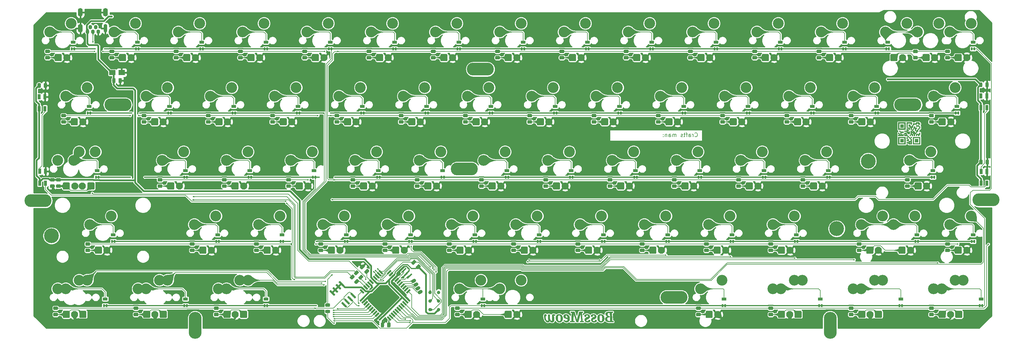
<source format=gbr>
G04 #@! TF.GenerationSoftware,KiCad,Pcbnew,(5.1.4)-1*
G04 #@! TF.CreationDate,2019-09-11T09:05:26+07:00*
G04 #@! TF.ProjectId,PCB,5043422e-6b69-4636-9164-5f7063625858,b*
G04 #@! TF.SameCoordinates,Original*
G04 #@! TF.FileFunction,Copper,L2,Bot*
G04 #@! TF.FilePolarity,Positive*
%FSLAX46Y46*%
G04 Gerber Fmt 4.6, Leading zero omitted, Abs format (unit mm)*
G04 Created by KiCad (PCBNEW (5.1.4)-1) date 2019-09-11 09:05:26*
%MOMM*%
%LPD*%
G04 APERTURE LIST*
%ADD10C,0.150000*%
%ADD11C,0.300000*%
%ADD12C,0.010000*%
%ADD13C,0.700000*%
%ADD14C,4.400000*%
%ADD15C,1.000000*%
%ADD16C,1.000000*%
%ADD17O,8.000000X3.800000*%
%ADD18C,0.400000*%
%ADD19O,3.800000X8.000000*%
%ADD20C,0.100000*%
%ADD21C,0.975000*%
%ADD22R,0.850000X1.600000*%
%ADD23C,2.100000*%
%ADD24C,1.500000*%
%ADD25C,1.700000*%
%ADD26O,1.100000X1.300000*%
%ADD27O,1.100000X2.500000*%
%ADD28O,1.400000X2.500000*%
%ADD29R,1.950000X1.500000*%
%ADD30R,0.600000X0.889000*%
%ADD31R,1.397000X0.889000*%
%ADD32C,0.600000*%
%ADD33C,0.550000*%
%ADD34C,2.300000*%
%ADD35C,3.200000*%
%ADD36O,1.500000X1.500000*%
%ADD37C,0.500000*%
%ADD38C,0.200000*%
%ADD39C,0.180000*%
%ADD40C,0.254000*%
%ADD41C,0.025400*%
G04 APERTURE END LIST*
D10*
X187392857Y-28478571D02*
X187450000Y-28535714D01*
X187621428Y-28592857D01*
X187735714Y-28592857D01*
X187907142Y-28535714D01*
X188021428Y-28421428D01*
X188078571Y-28307142D01*
X188135714Y-28078571D01*
X188135714Y-27907142D01*
X188078571Y-27678571D01*
X188021428Y-27564285D01*
X187907142Y-27450000D01*
X187735714Y-27392857D01*
X187621428Y-27392857D01*
X187450000Y-27450000D01*
X187392857Y-27507142D01*
X186878571Y-28592857D02*
X186878571Y-27792857D01*
X186878571Y-28021428D02*
X186821428Y-27907142D01*
X186764285Y-27850000D01*
X186650000Y-27792857D01*
X186535714Y-27792857D01*
X185621428Y-28592857D02*
X185621428Y-27964285D01*
X185678571Y-27850000D01*
X185792857Y-27792857D01*
X186021428Y-27792857D01*
X186135714Y-27850000D01*
X185621428Y-28535714D02*
X185735714Y-28592857D01*
X186021428Y-28592857D01*
X186135714Y-28535714D01*
X186192857Y-28421428D01*
X186192857Y-28307142D01*
X186135714Y-28192857D01*
X186021428Y-28135714D01*
X185735714Y-28135714D01*
X185621428Y-28078571D01*
X185221428Y-27792857D02*
X184764285Y-27792857D01*
X185050000Y-28592857D02*
X185050000Y-27564285D01*
X184992857Y-27450000D01*
X184878571Y-27392857D01*
X184764285Y-27392857D01*
X184535714Y-27792857D02*
X184078571Y-27792857D01*
X184364285Y-27392857D02*
X184364285Y-28421428D01*
X184307142Y-28535714D01*
X184192857Y-28592857D01*
X184078571Y-28592857D01*
X183735714Y-28535714D02*
X183621428Y-28592857D01*
X183392857Y-28592857D01*
X183278571Y-28535714D01*
X183221428Y-28421428D01*
X183221428Y-28364285D01*
X183278571Y-28250000D01*
X183392857Y-28192857D01*
X183564285Y-28192857D01*
X183678571Y-28135714D01*
X183735714Y-28021428D01*
X183735714Y-27964285D01*
X183678571Y-27850000D01*
X183564285Y-27792857D01*
X183392857Y-27792857D01*
X183278571Y-27850000D01*
X181792857Y-28592857D02*
X181792857Y-27792857D01*
X181792857Y-27907142D02*
X181735714Y-27850000D01*
X181621428Y-27792857D01*
X181450000Y-27792857D01*
X181335714Y-27850000D01*
X181278571Y-27964285D01*
X181278571Y-28592857D01*
X181278571Y-27964285D02*
X181221428Y-27850000D01*
X181107142Y-27792857D01*
X180935714Y-27792857D01*
X180821428Y-27850000D01*
X180764285Y-27964285D01*
X180764285Y-28592857D01*
X179678571Y-28592857D02*
X179678571Y-27964285D01*
X179735714Y-27850000D01*
X179850000Y-27792857D01*
X180078571Y-27792857D01*
X180192857Y-27850000D01*
X179678571Y-28535714D02*
X179792857Y-28592857D01*
X180078571Y-28592857D01*
X180192857Y-28535714D01*
X180250000Y-28421428D01*
X180250000Y-28307142D01*
X180192857Y-28192857D01*
X180078571Y-28135714D01*
X179792857Y-28135714D01*
X179678571Y-28078571D01*
X179107142Y-27792857D02*
X179107142Y-28592857D01*
X179107142Y-27907142D02*
X179050000Y-27850000D01*
X178935714Y-27792857D01*
X178764285Y-27792857D01*
X178650000Y-27850000D01*
X178592857Y-27964285D01*
X178592857Y-28592857D01*
X178021428Y-28478571D02*
X177964285Y-28535714D01*
X178021428Y-28592857D01*
X178078571Y-28535714D01*
X178021428Y-28478571D01*
X178021428Y-28592857D01*
X178021428Y-27850000D02*
X177964285Y-27907142D01*
X178021428Y-27964285D01*
X178078571Y-27907142D01*
X178021428Y-27850000D01*
X178021428Y-27964285D01*
D11*
D12*
G36*
X249166944Y-24880993D02*
G01*
X248235611Y-24880993D01*
X248235611Y-25812327D01*
X249166944Y-25812327D01*
X249166944Y-24880993D01*
X249166944Y-24880993D01*
G37*
X249166944Y-24880993D02*
X248235611Y-24880993D01*
X248235611Y-25812327D01*
X249166944Y-25812327D01*
X249166944Y-24880993D01*
G36*
X249787833Y-24260105D02*
G01*
X247614722Y-24260105D01*
X247614722Y-26122771D01*
X247925167Y-26122771D01*
X247925167Y-24570549D01*
X249477389Y-24570549D01*
X249477389Y-26122771D01*
X247925167Y-26122771D01*
X247614722Y-26122771D01*
X247614722Y-26433216D01*
X249787833Y-26433216D01*
X249787833Y-24260105D01*
X249787833Y-24260105D01*
G37*
X249787833Y-24260105D02*
X247614722Y-24260105D01*
X247614722Y-26122771D01*
X247925167Y-26122771D01*
X247925167Y-24570549D01*
X249477389Y-24570549D01*
X249477389Y-26122771D01*
X247925167Y-26122771D01*
X247614722Y-26122771D01*
X247614722Y-26433216D01*
X249787833Y-26433216D01*
X249787833Y-24260105D01*
G36*
X250408722Y-24570549D02*
G01*
X251340055Y-24570549D01*
X251340055Y-24880993D01*
X251650500Y-24880993D01*
X251650500Y-24260105D01*
X250098278Y-24260105D01*
X250098278Y-25812327D01*
X250408722Y-25812327D01*
X250408722Y-24570549D01*
X250408722Y-24570549D01*
G37*
X250408722Y-24570549D02*
X251340055Y-24570549D01*
X251340055Y-24880993D01*
X251650500Y-24880993D01*
X251650500Y-24260105D01*
X250098278Y-24260105D01*
X250098278Y-25812327D01*
X250408722Y-25812327D01*
X250408722Y-24570549D01*
G36*
X252271389Y-25191438D02*
G01*
X252271389Y-24880993D01*
X253202722Y-24880993D01*
X253202722Y-24570549D01*
X253513167Y-24570549D01*
X253513167Y-24880993D01*
X254134055Y-24880993D01*
X254134055Y-24570549D01*
X253823611Y-24570549D01*
X253823611Y-24260105D01*
X252892278Y-24260105D01*
X252892278Y-24570549D01*
X251960944Y-24570549D01*
X251960944Y-25191438D01*
X252271389Y-25191438D01*
X252271389Y-25191438D01*
G37*
X252271389Y-25191438D02*
X252271389Y-24880993D01*
X253202722Y-24880993D01*
X253202722Y-24570549D01*
X253513167Y-24570549D01*
X253513167Y-24880993D01*
X254134055Y-24880993D01*
X254134055Y-24570549D01*
X253823611Y-24570549D01*
X253823611Y-24260105D01*
X252892278Y-24260105D01*
X252892278Y-24570549D01*
X251960944Y-24570549D01*
X251960944Y-25191438D01*
X252271389Y-25191438D01*
G36*
X253823611Y-25191438D02*
G01*
X252892278Y-25191438D01*
X252892278Y-25501882D01*
X253823611Y-25501882D01*
X253823611Y-25191438D01*
X253823611Y-25191438D01*
G37*
X253823611Y-25191438D02*
X252892278Y-25191438D01*
X252892278Y-25501882D01*
X253823611Y-25501882D01*
X253823611Y-25191438D01*
G36*
X253823611Y-26122771D02*
G01*
X254134055Y-26122771D01*
X254134055Y-25501882D01*
X253823611Y-25501882D01*
X253823611Y-26122771D01*
X253823611Y-26122771D01*
G37*
X253823611Y-26122771D02*
X254134055Y-26122771D01*
X254134055Y-25501882D01*
X253823611Y-25501882D01*
X253823611Y-26122771D01*
G36*
X253513167Y-26122771D02*
G01*
X253513167Y-26433216D01*
X253823611Y-26433216D01*
X253823611Y-26122771D01*
X253513167Y-26122771D01*
X253513167Y-26122771D01*
G37*
X253513167Y-26122771D02*
X253513167Y-26433216D01*
X253823611Y-26433216D01*
X253823611Y-26122771D01*
X253513167Y-26122771D01*
G36*
X251650500Y-25812327D02*
G01*
X251960944Y-25812327D01*
X251960944Y-25191438D01*
X251650500Y-25191438D01*
X251650500Y-25501882D01*
X251340055Y-25501882D01*
X251340055Y-25191438D01*
X251029611Y-25191438D01*
X251029611Y-24880993D01*
X250719167Y-24880993D01*
X250719167Y-25501882D01*
X251029611Y-25501882D01*
X251029611Y-25812327D01*
X251340055Y-25812327D01*
X251340055Y-26433216D01*
X251650500Y-26433216D01*
X251650500Y-25812327D01*
X251650500Y-25812327D01*
G37*
X251650500Y-25812327D02*
X251960944Y-25812327D01*
X251960944Y-25191438D01*
X251650500Y-25191438D01*
X251650500Y-25501882D01*
X251340055Y-25501882D01*
X251340055Y-25191438D01*
X251029611Y-25191438D01*
X251029611Y-24880993D01*
X250719167Y-24880993D01*
X250719167Y-25501882D01*
X251029611Y-25501882D01*
X251029611Y-25812327D01*
X251340055Y-25812327D01*
X251340055Y-26433216D01*
X251650500Y-26433216D01*
X251650500Y-25812327D01*
G36*
X251960944Y-26122771D02*
G01*
X251960944Y-26433216D01*
X252271389Y-26433216D01*
X252271389Y-26122771D01*
X251960944Y-26122771D01*
X251960944Y-26122771D01*
G37*
X251960944Y-26122771D02*
X251960944Y-26433216D01*
X252271389Y-26433216D01*
X252271389Y-26122771D01*
X251960944Y-26122771D01*
G36*
X252581833Y-26122771D02*
G01*
X252581833Y-26743660D01*
X252892278Y-26743660D01*
X252892278Y-26122771D01*
X253202722Y-26122771D01*
X253202722Y-25812327D01*
X252581833Y-25812327D01*
X252581833Y-25501882D01*
X252271389Y-25501882D01*
X252271389Y-26122771D01*
X252581833Y-26122771D01*
X252581833Y-26122771D01*
G37*
X252581833Y-26122771D02*
X252581833Y-26743660D01*
X252892278Y-26743660D01*
X252892278Y-26122771D01*
X253202722Y-26122771D01*
X253202722Y-25812327D01*
X252581833Y-25812327D01*
X252581833Y-25501882D01*
X252271389Y-25501882D01*
X252271389Y-26122771D01*
X252581833Y-26122771D01*
G36*
X250408722Y-25812327D02*
G01*
X250408722Y-26122771D01*
X250719167Y-26122771D01*
X250719167Y-26433216D01*
X251029611Y-26433216D01*
X251029611Y-25812327D01*
X250408722Y-25812327D01*
X250408722Y-25812327D01*
G37*
X250408722Y-25812327D02*
X250408722Y-26122771D01*
X250719167Y-26122771D01*
X250719167Y-26433216D01*
X251029611Y-26433216D01*
X251029611Y-25812327D01*
X250408722Y-25812327D01*
G36*
X247925167Y-27364549D02*
G01*
X247614722Y-27364549D01*
X247614722Y-27674993D01*
X247925167Y-27674993D01*
X247925167Y-27364549D01*
X247925167Y-27364549D01*
G37*
X247925167Y-27364549D02*
X247614722Y-27364549D01*
X247614722Y-27674993D01*
X247925167Y-27674993D01*
X247925167Y-27364549D01*
G36*
X248235611Y-26743660D02*
G01*
X247925167Y-26743660D01*
X247925167Y-27054105D01*
X248235611Y-27054105D01*
X248235611Y-26743660D01*
X248235611Y-26743660D01*
G37*
X248235611Y-26743660D02*
X247925167Y-26743660D01*
X247925167Y-27054105D01*
X248235611Y-27054105D01*
X248235611Y-26743660D01*
G36*
X250098278Y-26122771D02*
G01*
X250098278Y-26743660D01*
X249477389Y-26743660D01*
X249477389Y-27054105D01*
X250098278Y-27054105D01*
X250098278Y-27364549D01*
X250408722Y-27364549D01*
X250408722Y-27674993D01*
X251029611Y-27674993D01*
X251029611Y-27054105D01*
X250408722Y-27054105D01*
X250408722Y-26743660D01*
X250719167Y-26743660D01*
X250719167Y-26433216D01*
X250408722Y-26433216D01*
X250408722Y-26122771D01*
X250098278Y-26122771D01*
X250098278Y-26122771D01*
G37*
X250098278Y-26122771D02*
X250098278Y-26743660D01*
X249477389Y-26743660D01*
X249477389Y-27054105D01*
X250098278Y-27054105D01*
X250098278Y-27364549D01*
X250408722Y-27364549D01*
X250408722Y-27674993D01*
X251029611Y-27674993D01*
X251029611Y-27054105D01*
X250408722Y-27054105D01*
X250408722Y-26743660D01*
X250719167Y-26743660D01*
X250719167Y-26433216D01*
X250408722Y-26433216D01*
X250408722Y-26122771D01*
X250098278Y-26122771D01*
G36*
X253202722Y-26433216D02*
G01*
X253202722Y-26743660D01*
X252892278Y-26743660D01*
X252892278Y-27364549D01*
X253202722Y-27364549D01*
X253202722Y-27054105D01*
X253513167Y-27054105D01*
X253513167Y-26433216D01*
X253202722Y-26433216D01*
X253202722Y-26433216D01*
G37*
X253202722Y-26433216D02*
X253202722Y-26743660D01*
X252892278Y-26743660D01*
X252892278Y-27364549D01*
X253202722Y-27364549D01*
X253202722Y-27054105D01*
X253513167Y-27054105D01*
X253513167Y-26433216D01*
X253202722Y-26433216D01*
G36*
X252892278Y-28295882D02*
G01*
X253202722Y-28295882D01*
X253202722Y-27985438D01*
X253513167Y-27985438D01*
X253513167Y-28295882D01*
X253823611Y-28295882D01*
X253823611Y-27985438D01*
X254134055Y-27985438D01*
X254134055Y-27364549D01*
X253823611Y-27364549D01*
X253823611Y-27674993D01*
X252892278Y-27674993D01*
X252892278Y-28295882D01*
X252892278Y-28295882D01*
G37*
X252892278Y-28295882D02*
X253202722Y-28295882D01*
X253202722Y-27985438D01*
X253513167Y-27985438D01*
X253513167Y-28295882D01*
X253823611Y-28295882D01*
X253823611Y-27985438D01*
X254134055Y-27985438D01*
X254134055Y-27364549D01*
X253823611Y-27364549D01*
X253823611Y-27674993D01*
X252892278Y-27674993D01*
X252892278Y-28295882D01*
G36*
X251650500Y-27985438D02*
G01*
X251650500Y-28295882D01*
X251960944Y-28295882D01*
X251960944Y-27674993D01*
X252271389Y-27674993D01*
X252271389Y-28295882D01*
X252581833Y-28295882D01*
X252581833Y-27674993D01*
X252892278Y-27674993D01*
X252892278Y-27364549D01*
X252581833Y-27364549D01*
X252581833Y-27054105D01*
X252271389Y-27054105D01*
X252271389Y-26743660D01*
X251960944Y-26743660D01*
X251960944Y-26433216D01*
X251650500Y-26433216D01*
X251650500Y-26743660D01*
X251340055Y-26743660D01*
X251340055Y-27054105D01*
X251650500Y-27054105D01*
X251650500Y-26743660D01*
X251960944Y-26743660D01*
X251960944Y-27054105D01*
X251650500Y-27054105D01*
X251340055Y-27054105D01*
X251340055Y-27674993D01*
X251650500Y-27674993D01*
X251650500Y-27364549D01*
X251960944Y-27364549D01*
X251960944Y-27674993D01*
X251650500Y-27674993D01*
X251340055Y-27674993D01*
X251340055Y-27985438D01*
X251650500Y-27985438D01*
X251650500Y-27985438D01*
G37*
X251650500Y-27985438D02*
X251650500Y-28295882D01*
X251960944Y-28295882D01*
X251960944Y-27674993D01*
X252271389Y-27674993D01*
X252271389Y-28295882D01*
X252581833Y-28295882D01*
X252581833Y-27674993D01*
X252892278Y-27674993D01*
X252892278Y-27364549D01*
X252581833Y-27364549D01*
X252581833Y-27054105D01*
X252271389Y-27054105D01*
X252271389Y-26743660D01*
X251960944Y-26743660D01*
X251960944Y-26433216D01*
X251650500Y-26433216D01*
X251650500Y-26743660D01*
X251340055Y-26743660D01*
X251340055Y-27054105D01*
X251650500Y-27054105D01*
X251650500Y-26743660D01*
X251960944Y-26743660D01*
X251960944Y-27054105D01*
X251650500Y-27054105D01*
X251340055Y-27054105D01*
X251340055Y-27674993D01*
X251650500Y-27674993D01*
X251650500Y-27364549D01*
X251960944Y-27364549D01*
X251960944Y-27674993D01*
X251650500Y-27674993D01*
X251340055Y-27674993D01*
X251340055Y-27985438D01*
X251650500Y-27985438D01*
G36*
X251029611Y-27985438D02*
G01*
X251029611Y-28295882D01*
X251340055Y-28295882D01*
X251340055Y-27985438D01*
X251029611Y-27985438D01*
X251029611Y-27985438D01*
G37*
X251029611Y-27985438D02*
X251029611Y-28295882D01*
X251340055Y-28295882D01*
X251340055Y-27985438D01*
X251029611Y-27985438D01*
G36*
X249477389Y-27364549D02*
G01*
X249477389Y-27674993D01*
X249166944Y-27674993D01*
X249166944Y-27985438D01*
X249477389Y-27985438D01*
X249477389Y-27674993D01*
X249787833Y-27674993D01*
X249787833Y-27985438D01*
X249477389Y-27985438D01*
X249477389Y-28295882D01*
X250408722Y-28295882D01*
X250408722Y-27985438D01*
X250098278Y-27985438D01*
X250098278Y-27364549D01*
X249477389Y-27364549D01*
X249477389Y-27364549D01*
G37*
X249477389Y-27364549D02*
X249477389Y-27674993D01*
X249166944Y-27674993D01*
X249166944Y-27985438D01*
X249477389Y-27985438D01*
X249477389Y-27674993D01*
X249787833Y-27674993D01*
X249787833Y-27985438D01*
X249477389Y-27985438D01*
X249477389Y-28295882D01*
X250408722Y-28295882D01*
X250408722Y-27985438D01*
X250098278Y-27985438D01*
X250098278Y-27364549D01*
X249477389Y-27364549D01*
G36*
X248235611Y-27674993D02*
G01*
X247925167Y-27674993D01*
X247925167Y-27985438D01*
X248235611Y-27985438D01*
X248235611Y-27674993D01*
X248546055Y-27674993D01*
X248546055Y-27985438D01*
X248235611Y-27985438D01*
X247925167Y-27985438D01*
X247614722Y-27985438D01*
X247614722Y-28295882D01*
X249166944Y-28295882D01*
X249166944Y-27985438D01*
X248856500Y-27985438D01*
X248856500Y-27674993D01*
X248546055Y-27674993D01*
X248546055Y-27364549D01*
X249166944Y-27364549D01*
X249166944Y-27054105D01*
X248235611Y-27054105D01*
X248235611Y-27674993D01*
X248235611Y-27674993D01*
G37*
X248235611Y-27674993D02*
X247925167Y-27674993D01*
X247925167Y-27985438D01*
X248235611Y-27985438D01*
X248235611Y-27674993D01*
X248546055Y-27674993D01*
X248546055Y-27985438D01*
X248235611Y-27985438D01*
X247925167Y-27985438D01*
X247614722Y-27985438D01*
X247614722Y-28295882D01*
X249166944Y-28295882D01*
X249166944Y-27985438D01*
X248856500Y-27985438D01*
X248856500Y-27674993D01*
X248546055Y-27674993D01*
X248546055Y-27364549D01*
X249166944Y-27364549D01*
X249166944Y-27054105D01*
X248235611Y-27054105D01*
X248235611Y-27674993D01*
G36*
X253513167Y-29227216D02*
G01*
X252581833Y-29227216D01*
X252581833Y-30158549D01*
X253513167Y-30158549D01*
X253513167Y-29227216D01*
X253513167Y-29227216D01*
G37*
X253513167Y-29227216D02*
X252581833Y-29227216D01*
X252581833Y-30158549D01*
X253513167Y-30158549D01*
X253513167Y-29227216D01*
G36*
X254134055Y-28606327D02*
G01*
X251960944Y-28606327D01*
X251960944Y-30468993D01*
X252271389Y-30468993D01*
X252271389Y-28916771D01*
X253823611Y-28916771D01*
X253823611Y-30468993D01*
X252271389Y-30468993D01*
X251960944Y-30468993D01*
X251960944Y-30779438D01*
X254134055Y-30779438D01*
X254134055Y-28606327D01*
X254134055Y-28606327D01*
G37*
X254134055Y-28606327D02*
X251960944Y-28606327D01*
X251960944Y-30468993D01*
X252271389Y-30468993D01*
X252271389Y-28916771D01*
X253823611Y-28916771D01*
X253823611Y-30468993D01*
X252271389Y-30468993D01*
X251960944Y-30468993D01*
X251960944Y-30779438D01*
X254134055Y-30779438D01*
X254134055Y-28606327D01*
G36*
X251650500Y-28606327D02*
G01*
X251340055Y-28606327D01*
X251340055Y-28916771D01*
X251650500Y-28916771D01*
X251650500Y-28606327D01*
X251650500Y-28606327D01*
G37*
X251650500Y-28606327D02*
X251340055Y-28606327D01*
X251340055Y-28916771D01*
X251650500Y-28916771D01*
X251650500Y-28606327D01*
G36*
X250408722Y-28606327D02*
G01*
X250098278Y-28606327D01*
X250098278Y-29227216D01*
X250408722Y-29227216D01*
X250408722Y-28606327D01*
X250719167Y-28606327D01*
X250719167Y-28916771D01*
X251029611Y-28916771D01*
X251029611Y-29227216D01*
X251340055Y-29227216D01*
X251340055Y-29848105D01*
X250719167Y-29848105D01*
X250719167Y-29227216D01*
X250408722Y-29227216D01*
X250408722Y-29537660D01*
X250098278Y-29537660D01*
X250098278Y-29848105D01*
X250719167Y-29848105D01*
X250719167Y-30158549D01*
X250098278Y-30158549D01*
X250098278Y-30468993D01*
X250719167Y-30468993D01*
X251029611Y-30468993D01*
X251029611Y-30158549D01*
X251340055Y-30158549D01*
X251340055Y-30468993D01*
X251029611Y-30468993D01*
X250719167Y-30468993D01*
X250719167Y-30779438D01*
X251650500Y-30779438D01*
X251650500Y-29227216D01*
X251340055Y-29227216D01*
X251340055Y-28916771D01*
X251029611Y-28916771D01*
X251029611Y-28606327D01*
X250719167Y-28606327D01*
X250719167Y-28295882D01*
X250408722Y-28295882D01*
X250408722Y-28606327D01*
X250408722Y-28606327D01*
G37*
X250408722Y-28606327D02*
X250098278Y-28606327D01*
X250098278Y-29227216D01*
X250408722Y-29227216D01*
X250408722Y-28606327D01*
X250719167Y-28606327D01*
X250719167Y-28916771D01*
X251029611Y-28916771D01*
X251029611Y-29227216D01*
X251340055Y-29227216D01*
X251340055Y-29848105D01*
X250719167Y-29848105D01*
X250719167Y-29227216D01*
X250408722Y-29227216D01*
X250408722Y-29537660D01*
X250098278Y-29537660D01*
X250098278Y-29848105D01*
X250719167Y-29848105D01*
X250719167Y-30158549D01*
X250098278Y-30158549D01*
X250098278Y-30468993D01*
X250719167Y-30468993D01*
X251029611Y-30468993D01*
X251029611Y-30158549D01*
X251340055Y-30158549D01*
X251340055Y-30468993D01*
X251029611Y-30468993D01*
X250719167Y-30468993D01*
X250719167Y-30779438D01*
X251650500Y-30779438D01*
X251650500Y-29227216D01*
X251340055Y-29227216D01*
X251340055Y-28916771D01*
X251029611Y-28916771D01*
X251029611Y-28606327D01*
X250719167Y-28606327D01*
X250719167Y-28295882D01*
X250408722Y-28295882D01*
X250408722Y-28606327D01*
G36*
X249787833Y-28606327D02*
G01*
X247614722Y-28606327D01*
X247614722Y-30468993D01*
X247925167Y-30468993D01*
X247925167Y-28916771D01*
X249477389Y-28916771D01*
X249477389Y-30468993D01*
X247925167Y-30468993D01*
X247614722Y-30468993D01*
X247614722Y-30779438D01*
X249787833Y-30779438D01*
X249787833Y-28606327D01*
X249787833Y-28606327D01*
G37*
X249787833Y-28606327D02*
X247614722Y-28606327D01*
X247614722Y-30468993D01*
X247925167Y-30468993D01*
X247925167Y-28916771D01*
X249477389Y-28916771D01*
X249477389Y-30468993D01*
X247925167Y-30468993D01*
X247614722Y-30468993D01*
X247614722Y-30779438D01*
X249787833Y-30779438D01*
X249787833Y-28606327D01*
G36*
X249166944Y-29227216D02*
G01*
X248235611Y-29227216D01*
X248235611Y-30158549D01*
X249166944Y-30158549D01*
X249166944Y-29227216D01*
X249166944Y-29227216D01*
G37*
X249166944Y-29227216D02*
X248235611Y-29227216D01*
X248235611Y-30158549D01*
X249166944Y-30158549D01*
X249166944Y-29227216D01*
G36*
X159305249Y-81220449D02*
G01*
X159129288Y-81250743D01*
X158973553Y-81308102D01*
X158838320Y-81392276D01*
X158723861Y-81503017D01*
X158630451Y-81640076D01*
X158558364Y-81803205D01*
X158507874Y-81992153D01*
X158485471Y-82140158D01*
X158475310Y-82350297D01*
X158490364Y-82555882D01*
X158529282Y-82752685D01*
X158590713Y-82936480D01*
X158673304Y-83103040D01*
X158775706Y-83248138D01*
X158870916Y-83345865D01*
X158951819Y-83405408D01*
X159052521Y-83462557D01*
X159159249Y-83510467D01*
X159258227Y-83542293D01*
X159272564Y-83545463D01*
X159375208Y-83561228D01*
X159489926Y-83570587D01*
X159603247Y-83572984D01*
X159701700Y-83567860D01*
X159728964Y-83564372D01*
X159902138Y-83522348D01*
X160055174Y-83453440D01*
X160187422Y-83358460D01*
X160298237Y-83238219D01*
X160386971Y-83093529D01*
X160452977Y-82925201D01*
X160495609Y-82734047D01*
X160511437Y-82583220D01*
X160511686Y-82530845D01*
X159921443Y-82530845D01*
X159919771Y-82581369D01*
X159905762Y-82769226D01*
X159879973Y-82926027D01*
X159842130Y-83052569D01*
X159791958Y-83149648D01*
X159729181Y-83218062D01*
X159691705Y-83242445D01*
X159624524Y-83265066D01*
X159539916Y-83275957D01*
X159452418Y-83274583D01*
X159376567Y-83260410D01*
X159360655Y-83254608D01*
X159300339Y-83215965D01*
X159239517Y-83154261D01*
X159186670Y-83079088D01*
X159161266Y-83029080D01*
X159130032Y-82944871D01*
X159106113Y-82852591D01*
X159088818Y-82746949D01*
X159077453Y-82622653D01*
X159071328Y-82474413D01*
X159069727Y-82329220D01*
X159071418Y-82164676D01*
X159077380Y-82029053D01*
X159088384Y-81917586D01*
X159105199Y-81825511D01*
X159128594Y-81748063D01*
X159159341Y-81680477D01*
X159180286Y-81644798D01*
X159245433Y-81570786D01*
X159326773Y-81522557D01*
X159418433Y-81500201D01*
X159514542Y-81503809D01*
X159609227Y-81533471D01*
X159696617Y-81589279D01*
X159743767Y-81636119D01*
X159799952Y-81722997D01*
X159846327Y-81839171D01*
X159882278Y-81981341D01*
X159907190Y-82146210D01*
X159920450Y-82330477D01*
X159921443Y-82530845D01*
X160511686Y-82530845D01*
X160512439Y-82373250D01*
X160490418Y-82170330D01*
X160446718Y-81978862D01*
X160382682Y-81803246D01*
X160299652Y-81647882D01*
X160198973Y-81517169D01*
X160180013Y-81497531D01*
X160058175Y-81392549D01*
X159926894Y-81313950D01*
X159780953Y-81259581D01*
X159615134Y-81227289D01*
X159501164Y-81217469D01*
X159305249Y-81220449D01*
X159305249Y-81220449D01*
G37*
X159305249Y-81220449D02*
X159129288Y-81250743D01*
X158973553Y-81308102D01*
X158838320Y-81392276D01*
X158723861Y-81503017D01*
X158630451Y-81640076D01*
X158558364Y-81803205D01*
X158507874Y-81992153D01*
X158485471Y-82140158D01*
X158475310Y-82350297D01*
X158490364Y-82555882D01*
X158529282Y-82752685D01*
X158590713Y-82936480D01*
X158673304Y-83103040D01*
X158775706Y-83248138D01*
X158870916Y-83345865D01*
X158951819Y-83405408D01*
X159052521Y-83462557D01*
X159159249Y-83510467D01*
X159258227Y-83542293D01*
X159272564Y-83545463D01*
X159375208Y-83561228D01*
X159489926Y-83570587D01*
X159603247Y-83572984D01*
X159701700Y-83567860D01*
X159728964Y-83564372D01*
X159902138Y-83522348D01*
X160055174Y-83453440D01*
X160187422Y-83358460D01*
X160298237Y-83238219D01*
X160386971Y-83093529D01*
X160452977Y-82925201D01*
X160495609Y-82734047D01*
X160511437Y-82583220D01*
X160511686Y-82530845D01*
X159921443Y-82530845D01*
X159919771Y-82581369D01*
X159905762Y-82769226D01*
X159879973Y-82926027D01*
X159842130Y-83052569D01*
X159791958Y-83149648D01*
X159729181Y-83218062D01*
X159691705Y-83242445D01*
X159624524Y-83265066D01*
X159539916Y-83275957D01*
X159452418Y-83274583D01*
X159376567Y-83260410D01*
X159360655Y-83254608D01*
X159300339Y-83215965D01*
X159239517Y-83154261D01*
X159186670Y-83079088D01*
X159161266Y-83029080D01*
X159130032Y-82944871D01*
X159106113Y-82852591D01*
X159088818Y-82746949D01*
X159077453Y-82622653D01*
X159071328Y-82474413D01*
X159069727Y-82329220D01*
X159071418Y-82164676D01*
X159077380Y-82029053D01*
X159088384Y-81917586D01*
X159105199Y-81825511D01*
X159128594Y-81748063D01*
X159159341Y-81680477D01*
X159180286Y-81644798D01*
X159245433Y-81570786D01*
X159326773Y-81522557D01*
X159418433Y-81500201D01*
X159514542Y-81503809D01*
X159609227Y-81533471D01*
X159696617Y-81589279D01*
X159743767Y-81636119D01*
X159799952Y-81722997D01*
X159846327Y-81839171D01*
X159882278Y-81981341D01*
X159907190Y-82146210D01*
X159920450Y-82330477D01*
X159921443Y-82530845D01*
X160511686Y-82530845D01*
X160512439Y-82373250D01*
X160490418Y-82170330D01*
X160446718Y-81978862D01*
X160382682Y-81803246D01*
X160299652Y-81647882D01*
X160198973Y-81517169D01*
X160180013Y-81497531D01*
X160058175Y-81392549D01*
X159926894Y-81313950D01*
X159780953Y-81259581D01*
X159615134Y-81227289D01*
X159501164Y-81217469D01*
X159305249Y-81220449D01*
G36*
X157194846Y-81216801D02*
G01*
X157031222Y-81239002D01*
X156878984Y-81281786D01*
X156745622Y-81345041D01*
X156734281Y-81352064D01*
X156644418Y-81425432D01*
X156585589Y-81512159D01*
X156557482Y-81612779D01*
X156554764Y-81659699D01*
X156564296Y-81759304D01*
X156594632Y-81835306D01*
X156648386Y-81892668D01*
X156691483Y-81919436D01*
X156766632Y-81945736D01*
X156848286Y-81947487D01*
X156942772Y-81924345D01*
X156997991Y-81902825D01*
X157077152Y-81868944D01*
X157053208Y-81790048D01*
X157032087Y-81692458D01*
X157035664Y-81616547D01*
X157065171Y-81560823D01*
X157121839Y-81523794D01*
X157206900Y-81503968D01*
X157293089Y-81499486D01*
X157408061Y-81506939D01*
X157499116Y-81530801D01*
X157573107Y-81573330D01*
X157606138Y-81602593D01*
X157660343Y-81676340D01*
X157681922Y-81753576D01*
X157671259Y-81830236D01*
X157628742Y-81902258D01*
X157572787Y-81953274D01*
X157530461Y-81979548D01*
X157465765Y-82014470D01*
X157387514Y-82053482D01*
X157304784Y-82091905D01*
X157132211Y-82173109D01*
X156989885Y-82249731D01*
X156874872Y-82323962D01*
X156784237Y-82397996D01*
X156715047Y-82474026D01*
X156664366Y-82554244D01*
X156652294Y-82579541D01*
X156623064Y-82674778D01*
X156608923Y-82787256D01*
X156610546Y-82903567D01*
X156628607Y-83010307D01*
X156630327Y-83016458D01*
X156687455Y-83156562D01*
X156772085Y-83278530D01*
X156882366Y-83381116D01*
X157016446Y-83463073D01*
X157172474Y-83523155D01*
X157348596Y-83560117D01*
X157453114Y-83570126D01*
X157527813Y-83573217D01*
X157596961Y-83573872D01*
X157647863Y-83572019D01*
X157655430Y-83571258D01*
X157831663Y-83541490D01*
X157976658Y-83499022D01*
X158090601Y-83443791D01*
X158149809Y-83399480D01*
X158211562Y-83334802D01*
X158247498Y-83270905D01*
X158263113Y-83195665D01*
X158265030Y-83145365D01*
X158251119Y-83047804D01*
X158211389Y-82969775D01*
X158148849Y-82913033D01*
X158066508Y-82879333D01*
X157967374Y-82870431D01*
X157854455Y-82888082D01*
X157834034Y-82893871D01*
X157767103Y-82914054D01*
X157746903Y-83055430D01*
X157729756Y-83147881D01*
X157709298Y-83207626D01*
X157694978Y-83228531D01*
X157648629Y-83256350D01*
X157578883Y-83276050D01*
X157495558Y-83286134D01*
X157408472Y-83285102D01*
X157362555Y-83279259D01*
X157245764Y-83248769D01*
X157158632Y-83203094D01*
X157100040Y-83141181D01*
X157068869Y-83061976D01*
X157062764Y-82996881D01*
X157067672Y-82938062D01*
X157084615Y-82886685D01*
X157116922Y-82839851D01*
X157167923Y-82794658D01*
X157240945Y-82748208D01*
X157339318Y-82697601D01*
X157466370Y-82639936D01*
X157478654Y-82634593D01*
X157655388Y-82551964D01*
X157800823Y-82470498D01*
X157917392Y-82388347D01*
X158007530Y-82303668D01*
X158073669Y-82214615D01*
X158100808Y-82162861D01*
X158127446Y-82074418D01*
X158139152Y-81966937D01*
X158136006Y-81851739D01*
X158118089Y-81740144D01*
X158097300Y-81671539D01*
X158044751Y-81569203D01*
X157969236Y-81469274D01*
X157880427Y-81383187D01*
X157813437Y-81336048D01*
X157679152Y-81274806D01*
X157526300Y-81234592D01*
X157362368Y-81215294D01*
X157194846Y-81216801D01*
X157194846Y-81216801D01*
G37*
X157194846Y-81216801D02*
X157031222Y-81239002D01*
X156878984Y-81281786D01*
X156745622Y-81345041D01*
X156734281Y-81352064D01*
X156644418Y-81425432D01*
X156585589Y-81512159D01*
X156557482Y-81612779D01*
X156554764Y-81659699D01*
X156564296Y-81759304D01*
X156594632Y-81835306D01*
X156648386Y-81892668D01*
X156691483Y-81919436D01*
X156766632Y-81945736D01*
X156848286Y-81947487D01*
X156942772Y-81924345D01*
X156997991Y-81902825D01*
X157077152Y-81868944D01*
X157053208Y-81790048D01*
X157032087Y-81692458D01*
X157035664Y-81616547D01*
X157065171Y-81560823D01*
X157121839Y-81523794D01*
X157206900Y-81503968D01*
X157293089Y-81499486D01*
X157408061Y-81506939D01*
X157499116Y-81530801D01*
X157573107Y-81573330D01*
X157606138Y-81602593D01*
X157660343Y-81676340D01*
X157681922Y-81753576D01*
X157671259Y-81830236D01*
X157628742Y-81902258D01*
X157572787Y-81953274D01*
X157530461Y-81979548D01*
X157465765Y-82014470D01*
X157387514Y-82053482D01*
X157304784Y-82091905D01*
X157132211Y-82173109D01*
X156989885Y-82249731D01*
X156874872Y-82323962D01*
X156784237Y-82397996D01*
X156715047Y-82474026D01*
X156664366Y-82554244D01*
X156652294Y-82579541D01*
X156623064Y-82674778D01*
X156608923Y-82787256D01*
X156610546Y-82903567D01*
X156628607Y-83010307D01*
X156630327Y-83016458D01*
X156687455Y-83156562D01*
X156772085Y-83278530D01*
X156882366Y-83381116D01*
X157016446Y-83463073D01*
X157172474Y-83523155D01*
X157348596Y-83560117D01*
X157453114Y-83570126D01*
X157527813Y-83573217D01*
X157596961Y-83573872D01*
X157647863Y-83572019D01*
X157655430Y-83571258D01*
X157831663Y-83541490D01*
X157976658Y-83499022D01*
X158090601Y-83443791D01*
X158149809Y-83399480D01*
X158211562Y-83334802D01*
X158247498Y-83270905D01*
X158263113Y-83195665D01*
X158265030Y-83145365D01*
X158251119Y-83047804D01*
X158211389Y-82969775D01*
X158148849Y-82913033D01*
X158066508Y-82879333D01*
X157967374Y-82870431D01*
X157854455Y-82888082D01*
X157834034Y-82893871D01*
X157767103Y-82914054D01*
X157746903Y-83055430D01*
X157729756Y-83147881D01*
X157709298Y-83207626D01*
X157694978Y-83228531D01*
X157648629Y-83256350D01*
X157578883Y-83276050D01*
X157495558Y-83286134D01*
X157408472Y-83285102D01*
X157362555Y-83279259D01*
X157245764Y-83248769D01*
X157158632Y-83203094D01*
X157100040Y-83141181D01*
X157068869Y-83061976D01*
X157062764Y-82996881D01*
X157067672Y-82938062D01*
X157084615Y-82886685D01*
X157116922Y-82839851D01*
X157167923Y-82794658D01*
X157240945Y-82748208D01*
X157339318Y-82697601D01*
X157466370Y-82639936D01*
X157478654Y-82634593D01*
X157655388Y-82551964D01*
X157800823Y-82470498D01*
X157917392Y-82388347D01*
X158007530Y-82303668D01*
X158073669Y-82214615D01*
X158100808Y-82162861D01*
X158127446Y-82074418D01*
X158139152Y-81966937D01*
X158136006Y-81851739D01*
X158118089Y-81740144D01*
X158097300Y-81671539D01*
X158044751Y-81569203D01*
X157969236Y-81469274D01*
X157880427Y-81383187D01*
X157813437Y-81336048D01*
X157679152Y-81274806D01*
X157526300Y-81234592D01*
X157362368Y-81215294D01*
X157194846Y-81216801D01*
G36*
X155281379Y-81216801D02*
G01*
X155117755Y-81239002D01*
X154965518Y-81281786D01*
X154832156Y-81345041D01*
X154820814Y-81352064D01*
X154730952Y-81425432D01*
X154672122Y-81512159D01*
X154644016Y-81612779D01*
X154641297Y-81659699D01*
X154650829Y-81759304D01*
X154681166Y-81835306D01*
X154734919Y-81892668D01*
X154778017Y-81919436D01*
X154853165Y-81945736D01*
X154934819Y-81947487D01*
X155029306Y-81924345D01*
X155084524Y-81902825D01*
X155163685Y-81868944D01*
X155139741Y-81790048D01*
X155118621Y-81692458D01*
X155122198Y-81616547D01*
X155151704Y-81560823D01*
X155208372Y-81523794D01*
X155293434Y-81503968D01*
X155379622Y-81499486D01*
X155494594Y-81506939D01*
X155585650Y-81530801D01*
X155659640Y-81573330D01*
X155692671Y-81602593D01*
X155746877Y-81676340D01*
X155768455Y-81753576D01*
X155757792Y-81830236D01*
X155715275Y-81902258D01*
X155659320Y-81953274D01*
X155616994Y-81979548D01*
X155552298Y-82014470D01*
X155474047Y-82053482D01*
X155391317Y-82091905D01*
X155218744Y-82173109D01*
X155076418Y-82249731D01*
X154961405Y-82323962D01*
X154870771Y-82397996D01*
X154801580Y-82474026D01*
X154750900Y-82554244D01*
X154738828Y-82579541D01*
X154709597Y-82674778D01*
X154695456Y-82787256D01*
X154697079Y-82903567D01*
X154715140Y-83010307D01*
X154716860Y-83016458D01*
X154773988Y-83156562D01*
X154858618Y-83278530D01*
X154968899Y-83381116D01*
X155102979Y-83463073D01*
X155259007Y-83523155D01*
X155435130Y-83560117D01*
X155539648Y-83570126D01*
X155614347Y-83573217D01*
X155683495Y-83573872D01*
X155734396Y-83572019D01*
X155741964Y-83571258D01*
X155918196Y-83541490D01*
X156063192Y-83499022D01*
X156177134Y-83443791D01*
X156236342Y-83399480D01*
X156298095Y-83334802D01*
X156334031Y-83270905D01*
X156349646Y-83195665D01*
X156351564Y-83145365D01*
X156337652Y-83047804D01*
X156297922Y-82969775D01*
X156235383Y-82913033D01*
X156153042Y-82879333D01*
X156053907Y-82870431D01*
X155940988Y-82888082D01*
X155920567Y-82893871D01*
X155853637Y-82914054D01*
X155833437Y-83055430D01*
X155816289Y-83147881D01*
X155795831Y-83207626D01*
X155781511Y-83228531D01*
X155735162Y-83256350D01*
X155665416Y-83276050D01*
X155582092Y-83286134D01*
X155495005Y-83285102D01*
X155449088Y-83279259D01*
X155332297Y-83248769D01*
X155245165Y-83203094D01*
X155186574Y-83141181D01*
X155155403Y-83061976D01*
X155149297Y-82996881D01*
X155154205Y-82938062D01*
X155171148Y-82886685D01*
X155203456Y-82839851D01*
X155254456Y-82794658D01*
X155327478Y-82748208D01*
X155425851Y-82697601D01*
X155552904Y-82639936D01*
X155565187Y-82634593D01*
X155741921Y-82551964D01*
X155887356Y-82470498D01*
X156003926Y-82388347D01*
X156094063Y-82303668D01*
X156160202Y-82214615D01*
X156187341Y-82162861D01*
X156213980Y-82074418D01*
X156225686Y-81966937D01*
X156222540Y-81851739D01*
X156204622Y-81740144D01*
X156183833Y-81671539D01*
X156131285Y-81569203D01*
X156055769Y-81469274D01*
X155966961Y-81383187D01*
X155899970Y-81336048D01*
X155765686Y-81274806D01*
X155612833Y-81234592D01*
X155448901Y-81215294D01*
X155281379Y-81216801D01*
X155281379Y-81216801D01*
G37*
X155281379Y-81216801D02*
X155117755Y-81239002D01*
X154965518Y-81281786D01*
X154832156Y-81345041D01*
X154820814Y-81352064D01*
X154730952Y-81425432D01*
X154672122Y-81512159D01*
X154644016Y-81612779D01*
X154641297Y-81659699D01*
X154650829Y-81759304D01*
X154681166Y-81835306D01*
X154734919Y-81892668D01*
X154778017Y-81919436D01*
X154853165Y-81945736D01*
X154934819Y-81947487D01*
X155029306Y-81924345D01*
X155084524Y-81902825D01*
X155163685Y-81868944D01*
X155139741Y-81790048D01*
X155118621Y-81692458D01*
X155122198Y-81616547D01*
X155151704Y-81560823D01*
X155208372Y-81523794D01*
X155293434Y-81503968D01*
X155379622Y-81499486D01*
X155494594Y-81506939D01*
X155585650Y-81530801D01*
X155659640Y-81573330D01*
X155692671Y-81602593D01*
X155746877Y-81676340D01*
X155768455Y-81753576D01*
X155757792Y-81830236D01*
X155715275Y-81902258D01*
X155659320Y-81953274D01*
X155616994Y-81979548D01*
X155552298Y-82014470D01*
X155474047Y-82053482D01*
X155391317Y-82091905D01*
X155218744Y-82173109D01*
X155076418Y-82249731D01*
X154961405Y-82323962D01*
X154870771Y-82397996D01*
X154801580Y-82474026D01*
X154750900Y-82554244D01*
X154738828Y-82579541D01*
X154709597Y-82674778D01*
X154695456Y-82787256D01*
X154697079Y-82903567D01*
X154715140Y-83010307D01*
X154716860Y-83016458D01*
X154773988Y-83156562D01*
X154858618Y-83278530D01*
X154968899Y-83381116D01*
X155102979Y-83463073D01*
X155259007Y-83523155D01*
X155435130Y-83560117D01*
X155539648Y-83570126D01*
X155614347Y-83573217D01*
X155683495Y-83573872D01*
X155734396Y-83572019D01*
X155741964Y-83571258D01*
X155918196Y-83541490D01*
X156063192Y-83499022D01*
X156177134Y-83443791D01*
X156236342Y-83399480D01*
X156298095Y-83334802D01*
X156334031Y-83270905D01*
X156349646Y-83195665D01*
X156351564Y-83145365D01*
X156337652Y-83047804D01*
X156297922Y-82969775D01*
X156235383Y-82913033D01*
X156153042Y-82879333D01*
X156053907Y-82870431D01*
X155940988Y-82888082D01*
X155920567Y-82893871D01*
X155853637Y-82914054D01*
X155833437Y-83055430D01*
X155816289Y-83147881D01*
X155795831Y-83207626D01*
X155781511Y-83228531D01*
X155735162Y-83256350D01*
X155665416Y-83276050D01*
X155582092Y-83286134D01*
X155495005Y-83285102D01*
X155449088Y-83279259D01*
X155332297Y-83248769D01*
X155245165Y-83203094D01*
X155186574Y-83141181D01*
X155155403Y-83061976D01*
X155149297Y-82996881D01*
X155154205Y-82938062D01*
X155171148Y-82886685D01*
X155203456Y-82839851D01*
X155254456Y-82794658D01*
X155327478Y-82748208D01*
X155425851Y-82697601D01*
X155552904Y-82639936D01*
X155565187Y-82634593D01*
X155741921Y-82551964D01*
X155887356Y-82470498D01*
X156003926Y-82388347D01*
X156094063Y-82303668D01*
X156160202Y-82214615D01*
X156187341Y-82162861D01*
X156213980Y-82074418D01*
X156225686Y-81966937D01*
X156222540Y-81851739D01*
X156204622Y-81740144D01*
X156183833Y-81671539D01*
X156131285Y-81569203D01*
X156055769Y-81469274D01*
X155966961Y-81383187D01*
X155899970Y-81336048D01*
X155765686Y-81274806D01*
X155612833Y-81234592D01*
X155448901Y-81215294D01*
X155281379Y-81216801D01*
G36*
X149043620Y-81222085D02*
G01*
X148966304Y-81225611D01*
X148906187Y-81233038D01*
X148854974Y-81245174D01*
X148833164Y-81252199D01*
X148706720Y-81309975D01*
X148607798Y-81386843D01*
X148549050Y-81460668D01*
X148504723Y-81542045D01*
X148477199Y-81624564D01*
X148463574Y-81719645D01*
X148460725Y-81807884D01*
X148469556Y-81929006D01*
X148497443Y-82037531D01*
X148546201Y-82134920D01*
X148617644Y-82222637D01*
X148713588Y-82302143D01*
X148835848Y-82374900D01*
X148986237Y-82442370D01*
X149166571Y-82506017D01*
X149378664Y-82567301D01*
X149415092Y-82576836D01*
X149666820Y-82641914D01*
X149657905Y-82726867D01*
X149631549Y-82857239D01*
X149583060Y-82973152D01*
X149515521Y-83069476D01*
X149432017Y-83141079D01*
X149397339Y-83160449D01*
X149316429Y-83186766D01*
X149216748Y-83199963D01*
X149111139Y-83199064D01*
X149033530Y-83188081D01*
X148989830Y-83171696D01*
X148926852Y-83138962D01*
X148852022Y-83094360D01*
X148772764Y-83042373D01*
X148696502Y-82987483D01*
X148679334Y-82974269D01*
X148635571Y-82940079D01*
X148553327Y-83052089D01*
X148471084Y-83164099D01*
X148580316Y-83267586D01*
X148679454Y-83348765D01*
X148796532Y-83424487D01*
X148919546Y-83487938D01*
X149036493Y-83532301D01*
X149056186Y-83537788D01*
X149125111Y-83551943D01*
X149208659Y-83563604D01*
X149295489Y-83571761D01*
X149374257Y-83575400D01*
X149433623Y-83573510D01*
X149442764Y-83572283D01*
X149592808Y-83541431D01*
X149716803Y-83501141D01*
X149822013Y-83448065D01*
X149915704Y-83378853D01*
X149966989Y-83330646D01*
X150071022Y-83201829D01*
X150152436Y-83050107D01*
X150210437Y-82878470D01*
X150244233Y-82689907D01*
X150253031Y-82487408D01*
X150239708Y-82302004D01*
X150230668Y-82253240D01*
X149657924Y-82253240D01*
X149657840Y-82302379D01*
X149648832Y-82327281D01*
X149643393Y-82329177D01*
X149617845Y-82324971D01*
X149568154Y-82313717D01*
X149502815Y-82297405D01*
X149464105Y-82287217D01*
X149318251Y-82241643D01*
X149203362Y-82189938D01*
X149116690Y-82129218D01*
X149055490Y-82056603D01*
X149017015Y-81969210D01*
X148998520Y-81864157D01*
X148995865Y-81795819D01*
X149000587Y-81707781D01*
X149017420Y-81641157D01*
X149050091Y-81584548D01*
X149074473Y-81555398D01*
X149131360Y-81515149D01*
X149198827Y-81503129D01*
X149272479Y-81517196D01*
X149347917Y-81555204D01*
X149420743Y-81615009D01*
X149486561Y-81694468D01*
X149535858Y-81780354D01*
X149565004Y-81850818D01*
X149592174Y-81932501D01*
X149616208Y-82019495D01*
X149635950Y-82105889D01*
X149650241Y-82185774D01*
X149657924Y-82253240D01*
X150230668Y-82253240D01*
X150199925Y-82087422D01*
X150136536Y-81892433D01*
X150050725Y-81718697D01*
X149943673Y-81567869D01*
X149816564Y-81441610D01*
X149670580Y-81341576D01*
X149506904Y-81269426D01*
X149502031Y-81267808D01*
X149438279Y-81248342D01*
X149380724Y-81235297D01*
X149319320Y-81227366D01*
X149244020Y-81223248D01*
X149146431Y-81221649D01*
X149043620Y-81222085D01*
X149043620Y-81222085D01*
G37*
X149043620Y-81222085D02*
X148966304Y-81225611D01*
X148906187Y-81233038D01*
X148854974Y-81245174D01*
X148833164Y-81252199D01*
X148706720Y-81309975D01*
X148607798Y-81386843D01*
X148549050Y-81460668D01*
X148504723Y-81542045D01*
X148477199Y-81624564D01*
X148463574Y-81719645D01*
X148460725Y-81807884D01*
X148469556Y-81929006D01*
X148497443Y-82037531D01*
X148546201Y-82134920D01*
X148617644Y-82222637D01*
X148713588Y-82302143D01*
X148835848Y-82374900D01*
X148986237Y-82442370D01*
X149166571Y-82506017D01*
X149378664Y-82567301D01*
X149415092Y-82576836D01*
X149666820Y-82641914D01*
X149657905Y-82726867D01*
X149631549Y-82857239D01*
X149583060Y-82973152D01*
X149515521Y-83069476D01*
X149432017Y-83141079D01*
X149397339Y-83160449D01*
X149316429Y-83186766D01*
X149216748Y-83199963D01*
X149111139Y-83199064D01*
X149033530Y-83188081D01*
X148989830Y-83171696D01*
X148926852Y-83138962D01*
X148852022Y-83094360D01*
X148772764Y-83042373D01*
X148696502Y-82987483D01*
X148679334Y-82974269D01*
X148635571Y-82940079D01*
X148553327Y-83052089D01*
X148471084Y-83164099D01*
X148580316Y-83267586D01*
X148679454Y-83348765D01*
X148796532Y-83424487D01*
X148919546Y-83487938D01*
X149036493Y-83532301D01*
X149056186Y-83537788D01*
X149125111Y-83551943D01*
X149208659Y-83563604D01*
X149295489Y-83571761D01*
X149374257Y-83575400D01*
X149433623Y-83573510D01*
X149442764Y-83572283D01*
X149592808Y-83541431D01*
X149716803Y-83501141D01*
X149822013Y-83448065D01*
X149915704Y-83378853D01*
X149966989Y-83330646D01*
X150071022Y-83201829D01*
X150152436Y-83050107D01*
X150210437Y-82878470D01*
X150244233Y-82689907D01*
X150253031Y-82487408D01*
X150239708Y-82302004D01*
X150230668Y-82253240D01*
X149657924Y-82253240D01*
X149657840Y-82302379D01*
X149648832Y-82327281D01*
X149643393Y-82329177D01*
X149617845Y-82324971D01*
X149568154Y-82313717D01*
X149502815Y-82297405D01*
X149464105Y-82287217D01*
X149318251Y-82241643D01*
X149203362Y-82189938D01*
X149116690Y-82129218D01*
X149055490Y-82056603D01*
X149017015Y-81969210D01*
X148998520Y-81864157D01*
X148995865Y-81795819D01*
X149000587Y-81707781D01*
X149017420Y-81641157D01*
X149050091Y-81584548D01*
X149074473Y-81555398D01*
X149131360Y-81515149D01*
X149198827Y-81503129D01*
X149272479Y-81517196D01*
X149347917Y-81555204D01*
X149420743Y-81615009D01*
X149486561Y-81694468D01*
X149535858Y-81780354D01*
X149565004Y-81850818D01*
X149592174Y-81932501D01*
X149616208Y-82019495D01*
X149635950Y-82105889D01*
X149650241Y-82185774D01*
X149657924Y-82253240D01*
X150230668Y-82253240D01*
X150199925Y-82087422D01*
X150136536Y-81892433D01*
X150050725Y-81718697D01*
X149943673Y-81567869D01*
X149816564Y-81441610D01*
X149670580Y-81341576D01*
X149506904Y-81269426D01*
X149502031Y-81267808D01*
X149438279Y-81248342D01*
X149380724Y-81235297D01*
X149319320Y-81227366D01*
X149244020Y-81223248D01*
X149146431Y-81221649D01*
X149043620Y-81222085D01*
G36*
X146977783Y-81220449D02*
G01*
X146801821Y-81250743D01*
X146646087Y-81308102D01*
X146510853Y-81392276D01*
X146396394Y-81503017D01*
X146302984Y-81640076D01*
X146230897Y-81803205D01*
X146180407Y-81992153D01*
X146158005Y-82140158D01*
X146147844Y-82350297D01*
X146162898Y-82555882D01*
X146201816Y-82752685D01*
X146263246Y-82936480D01*
X146345837Y-83103040D01*
X146448239Y-83248138D01*
X146543450Y-83345865D01*
X146624353Y-83405408D01*
X146725055Y-83462557D01*
X146831782Y-83510467D01*
X146930761Y-83542293D01*
X146945097Y-83545463D01*
X147047742Y-83561228D01*
X147162460Y-83570587D01*
X147275780Y-83572984D01*
X147374233Y-83567860D01*
X147401497Y-83564372D01*
X147574672Y-83522348D01*
X147727707Y-83453440D01*
X147859955Y-83358460D01*
X147970770Y-83238219D01*
X148059504Y-83093529D01*
X148125511Y-82925201D01*
X148168142Y-82734047D01*
X148183971Y-82583220D01*
X148184220Y-82530845D01*
X147593976Y-82530845D01*
X147592305Y-82581369D01*
X147578295Y-82769226D01*
X147552507Y-82926027D01*
X147514664Y-83052569D01*
X147464491Y-83149648D01*
X147401714Y-83218062D01*
X147364239Y-83242445D01*
X147297057Y-83265066D01*
X147212450Y-83275957D01*
X147124952Y-83274583D01*
X147049100Y-83260410D01*
X147033189Y-83254608D01*
X146972872Y-83215965D01*
X146912050Y-83154261D01*
X146859203Y-83079088D01*
X146833799Y-83029080D01*
X146802565Y-82944871D01*
X146778646Y-82852591D01*
X146761351Y-82746949D01*
X146749987Y-82622653D01*
X146743861Y-82474413D01*
X146742260Y-82329220D01*
X146743951Y-82164676D01*
X146749913Y-82029053D01*
X146760917Y-81917586D01*
X146777732Y-81825511D01*
X146801128Y-81748063D01*
X146831874Y-81680477D01*
X146852819Y-81644798D01*
X146917966Y-81570786D01*
X146999306Y-81522557D01*
X147090966Y-81500201D01*
X147187075Y-81503809D01*
X147281761Y-81533471D01*
X147369151Y-81589279D01*
X147416301Y-81636119D01*
X147472486Y-81722997D01*
X147518861Y-81839171D01*
X147554811Y-81981341D01*
X147579724Y-82146210D01*
X147592983Y-82330477D01*
X147593976Y-82530845D01*
X148184220Y-82530845D01*
X148184973Y-82373250D01*
X148162952Y-82170330D01*
X148119251Y-81978862D01*
X148055215Y-81803246D01*
X147972186Y-81647882D01*
X147871507Y-81517169D01*
X147852547Y-81497531D01*
X147730708Y-81392549D01*
X147599427Y-81313950D01*
X147453486Y-81259581D01*
X147287667Y-81227289D01*
X147173697Y-81217469D01*
X146977783Y-81220449D01*
X146977783Y-81220449D01*
G37*
X146977783Y-81220449D02*
X146801821Y-81250743D01*
X146646087Y-81308102D01*
X146510853Y-81392276D01*
X146396394Y-81503017D01*
X146302984Y-81640076D01*
X146230897Y-81803205D01*
X146180407Y-81992153D01*
X146158005Y-82140158D01*
X146147844Y-82350297D01*
X146162898Y-82555882D01*
X146201816Y-82752685D01*
X146263246Y-82936480D01*
X146345837Y-83103040D01*
X146448239Y-83248138D01*
X146543450Y-83345865D01*
X146624353Y-83405408D01*
X146725055Y-83462557D01*
X146831782Y-83510467D01*
X146930761Y-83542293D01*
X146945097Y-83545463D01*
X147047742Y-83561228D01*
X147162460Y-83570587D01*
X147275780Y-83572984D01*
X147374233Y-83567860D01*
X147401497Y-83564372D01*
X147574672Y-83522348D01*
X147727707Y-83453440D01*
X147859955Y-83358460D01*
X147970770Y-83238219D01*
X148059504Y-83093529D01*
X148125511Y-82925201D01*
X148168142Y-82734047D01*
X148183971Y-82583220D01*
X148184220Y-82530845D01*
X147593976Y-82530845D01*
X147592305Y-82581369D01*
X147578295Y-82769226D01*
X147552507Y-82926027D01*
X147514664Y-83052569D01*
X147464491Y-83149648D01*
X147401714Y-83218062D01*
X147364239Y-83242445D01*
X147297057Y-83265066D01*
X147212450Y-83275957D01*
X147124952Y-83274583D01*
X147049100Y-83260410D01*
X147033189Y-83254608D01*
X146972872Y-83215965D01*
X146912050Y-83154261D01*
X146859203Y-83079088D01*
X146833799Y-83029080D01*
X146802565Y-82944871D01*
X146778646Y-82852591D01*
X146761351Y-82746949D01*
X146749987Y-82622653D01*
X146743861Y-82474413D01*
X146742260Y-82329220D01*
X146743951Y-82164676D01*
X146749913Y-82029053D01*
X146760917Y-81917586D01*
X146777732Y-81825511D01*
X146801128Y-81748063D01*
X146831874Y-81680477D01*
X146852819Y-81644798D01*
X146917966Y-81570786D01*
X146999306Y-81522557D01*
X147090966Y-81500201D01*
X147187075Y-81503809D01*
X147281761Y-81533471D01*
X147369151Y-81589279D01*
X147416301Y-81636119D01*
X147472486Y-81722997D01*
X147518861Y-81839171D01*
X147554811Y-81981341D01*
X147579724Y-82146210D01*
X147592983Y-82330477D01*
X147593976Y-82530845D01*
X148184220Y-82530845D01*
X148184973Y-82373250D01*
X148162952Y-82170330D01*
X148119251Y-81978862D01*
X148055215Y-81803246D01*
X147972186Y-81647882D01*
X147871507Y-81517169D01*
X147852547Y-81497531D01*
X147730708Y-81392549D01*
X147599427Y-81313950D01*
X147453486Y-81259581D01*
X147287667Y-81227289D01*
X147173697Y-81217469D01*
X146977783Y-81220449D01*
G36*
X145347109Y-81216888D02*
G01*
X145237370Y-81240082D01*
X145150154Y-81284980D01*
X145110137Y-81321647D01*
X145086751Y-81349448D01*
X145067706Y-81376754D01*
X145052778Y-81406988D01*
X145041744Y-81443575D01*
X145034382Y-81489937D01*
X145030469Y-81549500D01*
X145029782Y-81625687D01*
X145032098Y-81721922D01*
X145037193Y-81841629D01*
X145044846Y-81988233D01*
X145054833Y-82165158D01*
X145055016Y-82168353D01*
X145065758Y-82358078D01*
X145074373Y-82517143D01*
X145080909Y-82648687D01*
X145085415Y-82755846D01*
X145087936Y-82841758D01*
X145088522Y-82909561D01*
X145087220Y-82962393D01*
X145084077Y-83003389D01*
X145079142Y-83035689D01*
X145072461Y-83062430D01*
X145068775Y-83073845D01*
X145038535Y-83128311D01*
X144990495Y-83160225D01*
X144920163Y-83171758D01*
X144869538Y-83170136D01*
X144765145Y-83151553D01*
X144678617Y-83111574D01*
X144605599Y-83046757D01*
X144541736Y-82953657D01*
X144505931Y-82882637D01*
X144465009Y-82769656D01*
X144431346Y-82627693D01*
X144405223Y-82460908D01*
X144386925Y-82273461D01*
X144376736Y-82069512D01*
X144374938Y-81853219D01*
X144381816Y-81628741D01*
X144397654Y-81400240D01*
X144401811Y-81355553D01*
X144400463Y-81340126D01*
X144389049Y-81328940D01*
X144361799Y-81320227D01*
X144312940Y-81312220D01*
X144236701Y-81303150D01*
X144227297Y-81302111D01*
X144142106Y-81293515D01*
X144059129Y-81286482D01*
X143990596Y-81281991D01*
X143962761Y-81280945D01*
X143876026Y-81279353D01*
X143864484Y-81351319D01*
X143846517Y-81502726D01*
X143836222Y-81679847D01*
X143833519Y-81875431D01*
X143838325Y-82082224D01*
X143850560Y-82292974D01*
X143870142Y-82500430D01*
X143878120Y-82566286D01*
X143896572Y-82716019D01*
X143909199Y-82836114D01*
X143915711Y-82930343D01*
X143915820Y-83002478D01*
X143909238Y-83056294D01*
X143895676Y-83095561D01*
X143874848Y-83124052D01*
X143846463Y-83145541D01*
X143833302Y-83152828D01*
X143766045Y-83171331D01*
X143683385Y-83169884D01*
X143596307Y-83149762D01*
X143523448Y-83116861D01*
X143439552Y-83051019D01*
X143359100Y-82956464D01*
X143284127Y-82838320D01*
X143216668Y-82701712D01*
X143158759Y-82551763D01*
X143112436Y-82393599D01*
X143079735Y-82232344D01*
X143062690Y-82073122D01*
X143061555Y-81954115D01*
X143068318Y-81865546D01*
X143084318Y-81802285D01*
X143115255Y-81756534D01*
X143166830Y-81720495D01*
X143244745Y-81686369D01*
X143262097Y-81679794D01*
X143372164Y-81638650D01*
X143377281Y-81542373D01*
X143369179Y-81438334D01*
X143334761Y-81348909D01*
X143276341Y-81279182D01*
X143248196Y-81258825D01*
X143177543Y-81230779D01*
X143089528Y-81218548D01*
X142996799Y-81222247D01*
X142912002Y-81241992D01*
X142881097Y-81255461D01*
X142799145Y-81317096D01*
X142737510Y-81405681D01*
X142696264Y-81521016D01*
X142675478Y-81662902D01*
X142675144Y-81829686D01*
X142698500Y-82075835D01*
X142740469Y-82313846D01*
X142799623Y-82540426D01*
X142874534Y-82752279D01*
X142963772Y-82946112D01*
X143065911Y-83118629D01*
X143179521Y-83266536D01*
X143303176Y-83386539D01*
X143372163Y-83437611D01*
X143500446Y-83506828D01*
X143635859Y-83551250D01*
X143772658Y-83570568D01*
X143905095Y-83564470D01*
X144027424Y-83532647D01*
X144128829Y-83478456D01*
X144180667Y-83429103D01*
X144230618Y-83361116D01*
X144269860Y-83288133D01*
X144288277Y-83231976D01*
X144298839Y-83191506D01*
X144310381Y-83168548D01*
X144311385Y-83167777D01*
X144326454Y-83176520D01*
X144352637Y-83207109D01*
X144377038Y-83242049D01*
X144470185Y-83356698D01*
X144585255Y-83450782D01*
X144715263Y-83519235D01*
X144794847Y-83545218D01*
X144886452Y-83562035D01*
X144990684Y-83571177D01*
X145091954Y-83571828D01*
X145166618Y-83564666D01*
X145307061Y-83527194D01*
X145422331Y-83467161D01*
X145513106Y-83383885D01*
X145580066Y-83276680D01*
X145623888Y-83144864D01*
X145633622Y-83094412D01*
X145637425Y-83049062D01*
X145638702Y-82974601D01*
X145637430Y-82870147D01*
X145633589Y-82734817D01*
X145627160Y-82567729D01*
X145618120Y-82367999D01*
X145615216Y-82308078D01*
X145606170Y-82116839D01*
X145599408Y-81957707D01*
X145594895Y-81829005D01*
X145592593Y-81729053D01*
X145592464Y-81656172D01*
X145594471Y-81608684D01*
X145598577Y-81584910D01*
X145599161Y-81583659D01*
X145629601Y-81560079D01*
X145683098Y-81550172D01*
X145751595Y-81554242D01*
X145827034Y-81572592D01*
X145833601Y-81574852D01*
X145903229Y-81599419D01*
X145938765Y-81482424D01*
X145954910Y-81422840D01*
X145964142Y-81375520D01*
X145964642Y-81349985D01*
X145964215Y-81349111D01*
X145941576Y-81333955D01*
X145893070Y-81313730D01*
X145825872Y-81290795D01*
X145747156Y-81267508D01*
X145664098Y-81246229D01*
X145624080Y-81237269D01*
X145476852Y-81215813D01*
X145347109Y-81216888D01*
X145347109Y-81216888D01*
G37*
X145347109Y-81216888D02*
X145237370Y-81240082D01*
X145150154Y-81284980D01*
X145110137Y-81321647D01*
X145086751Y-81349448D01*
X145067706Y-81376754D01*
X145052778Y-81406988D01*
X145041744Y-81443575D01*
X145034382Y-81489937D01*
X145030469Y-81549500D01*
X145029782Y-81625687D01*
X145032098Y-81721922D01*
X145037193Y-81841629D01*
X145044846Y-81988233D01*
X145054833Y-82165158D01*
X145055016Y-82168353D01*
X145065758Y-82358078D01*
X145074373Y-82517143D01*
X145080909Y-82648687D01*
X145085415Y-82755846D01*
X145087936Y-82841758D01*
X145088522Y-82909561D01*
X145087220Y-82962393D01*
X145084077Y-83003389D01*
X145079142Y-83035689D01*
X145072461Y-83062430D01*
X145068775Y-83073845D01*
X145038535Y-83128311D01*
X144990495Y-83160225D01*
X144920163Y-83171758D01*
X144869538Y-83170136D01*
X144765145Y-83151553D01*
X144678617Y-83111574D01*
X144605599Y-83046757D01*
X144541736Y-82953657D01*
X144505931Y-82882637D01*
X144465009Y-82769656D01*
X144431346Y-82627693D01*
X144405223Y-82460908D01*
X144386925Y-82273461D01*
X144376736Y-82069512D01*
X144374938Y-81853219D01*
X144381816Y-81628741D01*
X144397654Y-81400240D01*
X144401811Y-81355553D01*
X144400463Y-81340126D01*
X144389049Y-81328940D01*
X144361799Y-81320227D01*
X144312940Y-81312220D01*
X144236701Y-81303150D01*
X144227297Y-81302111D01*
X144142106Y-81293515D01*
X144059129Y-81286482D01*
X143990596Y-81281991D01*
X143962761Y-81280945D01*
X143876026Y-81279353D01*
X143864484Y-81351319D01*
X143846517Y-81502726D01*
X143836222Y-81679847D01*
X143833519Y-81875431D01*
X143838325Y-82082224D01*
X143850560Y-82292974D01*
X143870142Y-82500430D01*
X143878120Y-82566286D01*
X143896572Y-82716019D01*
X143909199Y-82836114D01*
X143915711Y-82930343D01*
X143915820Y-83002478D01*
X143909238Y-83056294D01*
X143895676Y-83095561D01*
X143874848Y-83124052D01*
X143846463Y-83145541D01*
X143833302Y-83152828D01*
X143766045Y-83171331D01*
X143683385Y-83169884D01*
X143596307Y-83149762D01*
X143523448Y-83116861D01*
X143439552Y-83051019D01*
X143359100Y-82956464D01*
X143284127Y-82838320D01*
X143216668Y-82701712D01*
X143158759Y-82551763D01*
X143112436Y-82393599D01*
X143079735Y-82232344D01*
X143062690Y-82073122D01*
X143061555Y-81954115D01*
X143068318Y-81865546D01*
X143084318Y-81802285D01*
X143115255Y-81756534D01*
X143166830Y-81720495D01*
X143244745Y-81686369D01*
X143262097Y-81679794D01*
X143372164Y-81638650D01*
X143377281Y-81542373D01*
X143369179Y-81438334D01*
X143334761Y-81348909D01*
X143276341Y-81279182D01*
X143248196Y-81258825D01*
X143177543Y-81230779D01*
X143089528Y-81218548D01*
X142996799Y-81222247D01*
X142912002Y-81241992D01*
X142881097Y-81255461D01*
X142799145Y-81317096D01*
X142737510Y-81405681D01*
X142696264Y-81521016D01*
X142675478Y-81662902D01*
X142675144Y-81829686D01*
X142698500Y-82075835D01*
X142740469Y-82313846D01*
X142799623Y-82540426D01*
X142874534Y-82752279D01*
X142963772Y-82946112D01*
X143065911Y-83118629D01*
X143179521Y-83266536D01*
X143303176Y-83386539D01*
X143372163Y-83437611D01*
X143500446Y-83506828D01*
X143635859Y-83551250D01*
X143772658Y-83570568D01*
X143905095Y-83564470D01*
X144027424Y-83532647D01*
X144128829Y-83478456D01*
X144180667Y-83429103D01*
X144230618Y-83361116D01*
X144269860Y-83288133D01*
X144288277Y-83231976D01*
X144298839Y-83191506D01*
X144310381Y-83168548D01*
X144311385Y-83167777D01*
X144326454Y-83176520D01*
X144352637Y-83207109D01*
X144377038Y-83242049D01*
X144470185Y-83356698D01*
X144585255Y-83450782D01*
X144715263Y-83519235D01*
X144794847Y-83545218D01*
X144886452Y-83562035D01*
X144990684Y-83571177D01*
X145091954Y-83571828D01*
X145166618Y-83564666D01*
X145307061Y-83527194D01*
X145422331Y-83467161D01*
X145513106Y-83383885D01*
X145580066Y-83276680D01*
X145623888Y-83144864D01*
X145633622Y-83094412D01*
X145637425Y-83049062D01*
X145638702Y-82974601D01*
X145637430Y-82870147D01*
X145633589Y-82734817D01*
X145627160Y-82567729D01*
X145618120Y-82367999D01*
X145615216Y-82308078D01*
X145606170Y-82116839D01*
X145599408Y-81957707D01*
X145594895Y-81829005D01*
X145592593Y-81729053D01*
X145592464Y-81656172D01*
X145594471Y-81608684D01*
X145598577Y-81584910D01*
X145599161Y-81583659D01*
X145629601Y-81560079D01*
X145683098Y-81550172D01*
X145751595Y-81554242D01*
X145827034Y-81572592D01*
X145833601Y-81574852D01*
X145903229Y-81599419D01*
X145938765Y-81482424D01*
X145954910Y-81422840D01*
X145964142Y-81375520D01*
X145964642Y-81349985D01*
X145964215Y-81349111D01*
X145941576Y-81333955D01*
X145893070Y-81313730D01*
X145825872Y-81290795D01*
X145747156Y-81267508D01*
X145664098Y-81246229D01*
X145624080Y-81237269D01*
X145476852Y-81215813D01*
X145347109Y-81216888D01*
G36*
X150532662Y-80528183D02*
G01*
X150539357Y-80587199D01*
X150543126Y-80640172D01*
X150543431Y-80653390D01*
X150544871Y-80675047D01*
X150553295Y-80690223D01*
X150574857Y-80701844D01*
X150615710Y-80712834D01*
X150682008Y-80726118D01*
X150705995Y-80730652D01*
X150868560Y-80761270D01*
X150858137Y-80973745D01*
X150855616Y-81030087D01*
X150852078Y-81116454D01*
X150847667Y-81229027D01*
X150842525Y-81363982D01*
X150836796Y-81517500D01*
X150830621Y-81685759D01*
X150824145Y-81864938D01*
X150817510Y-82051217D01*
X150812499Y-82193753D01*
X150806048Y-82375194D01*
X150799753Y-82546375D01*
X150793734Y-82704333D01*
X150788116Y-82846104D01*
X150783021Y-82968724D01*
X150778573Y-83069227D01*
X150774894Y-83144651D01*
X150772107Y-83192031D01*
X150770389Y-83208377D01*
X150751835Y-83213627D01*
X150706915Y-83222368D01*
X150642788Y-83233292D01*
X150581495Y-83242872D01*
X150399497Y-83270276D01*
X150405575Y-83379714D01*
X150409815Y-83438058D01*
X150414886Y-83482376D01*
X150419274Y-83501853D01*
X150437345Y-83504701D01*
X150485538Y-83507327D01*
X150560111Y-83509657D01*
X150657319Y-83511617D01*
X150773418Y-83513134D01*
X150904664Y-83514135D01*
X151047315Y-83514546D01*
X151067752Y-83514553D01*
X151708608Y-83514553D01*
X151700883Y-83442586D01*
X151692795Y-83364621D01*
X151684615Y-83313472D01*
X151670342Y-83282604D01*
X151643976Y-83265488D01*
X151599514Y-83255589D01*
X151530957Y-83246376D01*
X151519168Y-83244779D01*
X151448094Y-83234097D01*
X151389094Y-83223519D01*
X151350715Y-83214658D01*
X151341754Y-83211271D01*
X151337846Y-83198949D01*
X151335201Y-83166484D01*
X151333842Y-83112223D01*
X151333792Y-83034514D01*
X151335073Y-82931705D01*
X151337709Y-82802142D01*
X151341723Y-82644174D01*
X151347137Y-82456149D01*
X151353974Y-82236413D01*
X151356196Y-82167464D01*
X151362240Y-81978882D01*
X151367940Y-81796699D01*
X151373198Y-81624373D01*
X151377913Y-81465365D01*
X151381987Y-81323137D01*
X151385320Y-81201146D01*
X151387814Y-81102855D01*
X151389368Y-81031723D01*
X151389883Y-80992897D01*
X151390969Y-80929602D01*
X151393684Y-80883028D01*
X151397525Y-80860332D01*
X151399242Y-80859520D01*
X151405523Y-80876749D01*
X151420971Y-80923926D01*
X151444824Y-80998617D01*
X151476324Y-81098393D01*
X151514711Y-81220819D01*
X151559225Y-81363464D01*
X151609105Y-81523896D01*
X151663592Y-81699683D01*
X151721927Y-81888394D01*
X151783349Y-82087595D01*
X151811379Y-82178659D01*
X152214370Y-83488653D01*
X152433000Y-83517156D01*
X152520635Y-83528703D01*
X152600777Y-83539483D01*
X152664937Y-83548340D01*
X152704626Y-83554118D01*
X152706354Y-83554391D01*
X152745458Y-83557211D01*
X152766748Y-83552292D01*
X152767284Y-83551538D01*
X152772754Y-83533814D01*
X152786725Y-83485963D01*
X152808495Y-83410449D01*
X152837362Y-83309736D01*
X152872622Y-83186288D01*
X152913573Y-83042571D01*
X152959512Y-82881048D01*
X153009736Y-82704184D01*
X153063544Y-82514444D01*
X153120231Y-82314291D01*
X153143425Y-82232328D01*
X153201001Y-82029259D01*
X153256031Y-81836046D01*
X153307811Y-81655104D01*
X153355639Y-81488850D01*
X153398811Y-81339701D01*
X153436623Y-81210072D01*
X153468374Y-81102382D01*
X153493359Y-81019045D01*
X153510876Y-80962479D01*
X153520221Y-80935100D01*
X153521532Y-80932876D01*
X153524082Y-80950627D01*
X153528694Y-80998748D01*
X153535121Y-81073859D01*
X153543121Y-81172582D01*
X153552449Y-81291537D01*
X153562861Y-81427345D01*
X153574112Y-81576626D01*
X153585959Y-81736001D01*
X153598158Y-81902091D01*
X153610463Y-82071517D01*
X153622632Y-82240898D01*
X153634420Y-82406857D01*
X153645583Y-82566013D01*
X153655877Y-82714988D01*
X153665057Y-82850401D01*
X153672880Y-82968874D01*
X153679101Y-83067027D01*
X153683476Y-83141481D01*
X153685761Y-83188857D01*
X153685738Y-83205757D01*
X153667715Y-83210463D01*
X153623410Y-83218776D01*
X153560051Y-83229408D01*
X153504543Y-83238100D01*
X153430725Y-83250171D01*
X153369677Y-83261714D01*
X153329008Y-83271199D01*
X153316557Y-83275944D01*
X153311754Y-83297256D01*
X153311133Y-83342375D01*
X153314773Y-83400806D01*
X153325394Y-83514553D01*
X154425109Y-83514553D01*
X154413189Y-83400253D01*
X154405632Y-83341200D01*
X154397304Y-83296494D01*
X154390050Y-83275895D01*
X154369463Y-83268816D01*
X154323379Y-83258063D01*
X154259730Y-83245390D01*
X154219073Y-83238058D01*
X154149021Y-83224788D01*
X154092099Y-83211965D01*
X154056236Y-83201481D01*
X154048288Y-83197316D01*
X154045788Y-83179375D01*
X154041170Y-83130948D01*
X154034677Y-83055332D01*
X154026552Y-82955825D01*
X154017038Y-82835725D01*
X154006379Y-82698330D01*
X153994817Y-82546937D01*
X153982596Y-82384845D01*
X153969959Y-82215350D01*
X153957149Y-82041751D01*
X153944409Y-81867346D01*
X153931982Y-81695432D01*
X153920112Y-81529307D01*
X153909042Y-81372270D01*
X153899014Y-81227616D01*
X153890272Y-81098646D01*
X153883060Y-80988655D01*
X153877620Y-80900943D01*
X153874195Y-80838806D01*
X153873855Y-80831570D01*
X153870830Y-80764786D01*
X154226430Y-80693676D01*
X154221092Y-80601281D01*
X154219651Y-80560192D01*
X154218335Y-80527178D01*
X154213789Y-80501390D01*
X154202657Y-80481982D01*
X154181580Y-80468103D01*
X154147204Y-80458906D01*
X154096172Y-80453543D01*
X154025126Y-80451164D01*
X153930711Y-80450921D01*
X153809569Y-80451966D01*
X153658345Y-80453450D01*
X153636958Y-80453626D01*
X153075311Y-80458086D01*
X152800901Y-81448686D01*
X152749721Y-81633444D01*
X152699522Y-81814651D01*
X152651335Y-81988590D01*
X152606192Y-82151541D01*
X152565122Y-82299785D01*
X152529156Y-82429603D01*
X152499323Y-82537275D01*
X152476655Y-82619083D01*
X152464123Y-82664303D01*
X152441211Y-82745233D01*
X152421268Y-82812430D01*
X152406060Y-82860188D01*
X152397351Y-82882799D01*
X152396220Y-82883787D01*
X152390406Y-82867057D01*
X152375543Y-82820725D01*
X152352496Y-82747572D01*
X152322129Y-82650378D01*
X152285305Y-82531926D01*
X152242890Y-82394995D01*
X152195748Y-82242366D01*
X152144744Y-82076822D01*
X152090740Y-81901142D01*
X152084199Y-81879836D01*
X152027590Y-81695495D01*
X151972114Y-81514971D01*
X151918884Y-81341878D01*
X151869013Y-81179832D01*
X151823614Y-81032445D01*
X151783801Y-80903332D01*
X151750686Y-80796106D01*
X151725383Y-80714383D01*
X151710176Y-80665520D01*
X151642641Y-80449620D01*
X150521894Y-80449620D01*
X150532662Y-80528183D01*
X150532662Y-80528183D01*
G37*
X150532662Y-80528183D02*
X150539357Y-80587199D01*
X150543126Y-80640172D01*
X150543431Y-80653390D01*
X150544871Y-80675047D01*
X150553295Y-80690223D01*
X150574857Y-80701844D01*
X150615710Y-80712834D01*
X150682008Y-80726118D01*
X150705995Y-80730652D01*
X150868560Y-80761270D01*
X150858137Y-80973745D01*
X150855616Y-81030087D01*
X150852078Y-81116454D01*
X150847667Y-81229027D01*
X150842525Y-81363982D01*
X150836796Y-81517500D01*
X150830621Y-81685759D01*
X150824145Y-81864938D01*
X150817510Y-82051217D01*
X150812499Y-82193753D01*
X150806048Y-82375194D01*
X150799753Y-82546375D01*
X150793734Y-82704333D01*
X150788116Y-82846104D01*
X150783021Y-82968724D01*
X150778573Y-83069227D01*
X150774894Y-83144651D01*
X150772107Y-83192031D01*
X150770389Y-83208377D01*
X150751835Y-83213627D01*
X150706915Y-83222368D01*
X150642788Y-83233292D01*
X150581495Y-83242872D01*
X150399497Y-83270276D01*
X150405575Y-83379714D01*
X150409815Y-83438058D01*
X150414886Y-83482376D01*
X150419274Y-83501853D01*
X150437345Y-83504701D01*
X150485538Y-83507327D01*
X150560111Y-83509657D01*
X150657319Y-83511617D01*
X150773418Y-83513134D01*
X150904664Y-83514135D01*
X151047315Y-83514546D01*
X151067752Y-83514553D01*
X151708608Y-83514553D01*
X151700883Y-83442586D01*
X151692795Y-83364621D01*
X151684615Y-83313472D01*
X151670342Y-83282604D01*
X151643976Y-83265488D01*
X151599514Y-83255589D01*
X151530957Y-83246376D01*
X151519168Y-83244779D01*
X151448094Y-83234097D01*
X151389094Y-83223519D01*
X151350715Y-83214658D01*
X151341754Y-83211271D01*
X151337846Y-83198949D01*
X151335201Y-83166484D01*
X151333842Y-83112223D01*
X151333792Y-83034514D01*
X151335073Y-82931705D01*
X151337709Y-82802142D01*
X151341723Y-82644174D01*
X151347137Y-82456149D01*
X151353974Y-82236413D01*
X151356196Y-82167464D01*
X151362240Y-81978882D01*
X151367940Y-81796699D01*
X151373198Y-81624373D01*
X151377913Y-81465365D01*
X151381987Y-81323137D01*
X151385320Y-81201146D01*
X151387814Y-81102855D01*
X151389368Y-81031723D01*
X151389883Y-80992897D01*
X151390969Y-80929602D01*
X151393684Y-80883028D01*
X151397525Y-80860332D01*
X151399242Y-80859520D01*
X151405523Y-80876749D01*
X151420971Y-80923926D01*
X151444824Y-80998617D01*
X151476324Y-81098393D01*
X151514711Y-81220819D01*
X151559225Y-81363464D01*
X151609105Y-81523896D01*
X151663592Y-81699683D01*
X151721927Y-81888394D01*
X151783349Y-82087595D01*
X151811379Y-82178659D01*
X152214370Y-83488653D01*
X152433000Y-83517156D01*
X152520635Y-83528703D01*
X152600777Y-83539483D01*
X152664937Y-83548340D01*
X152704626Y-83554118D01*
X152706354Y-83554391D01*
X152745458Y-83557211D01*
X152766748Y-83552292D01*
X152767284Y-83551538D01*
X152772754Y-83533814D01*
X152786725Y-83485963D01*
X152808495Y-83410449D01*
X152837362Y-83309736D01*
X152872622Y-83186288D01*
X152913573Y-83042571D01*
X152959512Y-82881048D01*
X153009736Y-82704184D01*
X153063544Y-82514444D01*
X153120231Y-82314291D01*
X153143425Y-82232328D01*
X153201001Y-82029259D01*
X153256031Y-81836046D01*
X153307811Y-81655104D01*
X153355639Y-81488850D01*
X153398811Y-81339701D01*
X153436623Y-81210072D01*
X153468374Y-81102382D01*
X153493359Y-81019045D01*
X153510876Y-80962479D01*
X153520221Y-80935100D01*
X153521532Y-80932876D01*
X153524082Y-80950627D01*
X153528694Y-80998748D01*
X153535121Y-81073859D01*
X153543121Y-81172582D01*
X153552449Y-81291537D01*
X153562861Y-81427345D01*
X153574112Y-81576626D01*
X153585959Y-81736001D01*
X153598158Y-81902091D01*
X153610463Y-82071517D01*
X153622632Y-82240898D01*
X153634420Y-82406857D01*
X153645583Y-82566013D01*
X153655877Y-82714988D01*
X153665057Y-82850401D01*
X153672880Y-82968874D01*
X153679101Y-83067027D01*
X153683476Y-83141481D01*
X153685761Y-83188857D01*
X153685738Y-83205757D01*
X153667715Y-83210463D01*
X153623410Y-83218776D01*
X153560051Y-83229408D01*
X153504543Y-83238100D01*
X153430725Y-83250171D01*
X153369677Y-83261714D01*
X153329008Y-83271199D01*
X153316557Y-83275944D01*
X153311754Y-83297256D01*
X153311133Y-83342375D01*
X153314773Y-83400806D01*
X153325394Y-83514553D01*
X154425109Y-83514553D01*
X154413189Y-83400253D01*
X154405632Y-83341200D01*
X154397304Y-83296494D01*
X154390050Y-83275895D01*
X154369463Y-83268816D01*
X154323379Y-83258063D01*
X154259730Y-83245390D01*
X154219073Y-83238058D01*
X154149021Y-83224788D01*
X154092099Y-83211965D01*
X154056236Y-83201481D01*
X154048288Y-83197316D01*
X154045788Y-83179375D01*
X154041170Y-83130948D01*
X154034677Y-83055332D01*
X154026552Y-82955825D01*
X154017038Y-82835725D01*
X154006379Y-82698330D01*
X153994817Y-82546937D01*
X153982596Y-82384845D01*
X153969959Y-82215350D01*
X153957149Y-82041751D01*
X153944409Y-81867346D01*
X153931982Y-81695432D01*
X153920112Y-81529307D01*
X153909042Y-81372270D01*
X153899014Y-81227616D01*
X153890272Y-81098646D01*
X153883060Y-80988655D01*
X153877620Y-80900943D01*
X153874195Y-80838806D01*
X153873855Y-80831570D01*
X153870830Y-80764786D01*
X154226430Y-80693676D01*
X154221092Y-80601281D01*
X154219651Y-80560192D01*
X154218335Y-80527178D01*
X154213789Y-80501390D01*
X154202657Y-80481982D01*
X154181580Y-80468103D01*
X154147204Y-80458906D01*
X154096172Y-80453543D01*
X154025126Y-80451164D01*
X153930711Y-80450921D01*
X153809569Y-80451966D01*
X153658345Y-80453450D01*
X153636958Y-80453626D01*
X153075311Y-80458086D01*
X152800901Y-81448686D01*
X152749721Y-81633444D01*
X152699522Y-81814651D01*
X152651335Y-81988590D01*
X152606192Y-82151541D01*
X152565122Y-82299785D01*
X152529156Y-82429603D01*
X152499323Y-82537275D01*
X152476655Y-82619083D01*
X152464123Y-82664303D01*
X152441211Y-82745233D01*
X152421268Y-82812430D01*
X152406060Y-82860188D01*
X152397351Y-82882799D01*
X152396220Y-82883787D01*
X152390406Y-82867057D01*
X152375543Y-82820725D01*
X152352496Y-82747572D01*
X152322129Y-82650378D01*
X152285305Y-82531926D01*
X152242890Y-82394995D01*
X152195748Y-82242366D01*
X152144744Y-82076822D01*
X152090740Y-81901142D01*
X152084199Y-81879836D01*
X152027590Y-81695495D01*
X151972114Y-81514971D01*
X151918884Y-81341878D01*
X151869013Y-81179832D01*
X151823614Y-81032445D01*
X151783801Y-80903332D01*
X151750686Y-80796106D01*
X151725383Y-80714383D01*
X151710176Y-80665520D01*
X151642641Y-80449620D01*
X150521894Y-80449620D01*
X150532662Y-80528183D01*
G36*
X162092343Y-80454112D02*
G01*
X161907117Y-80459772D01*
X161746714Y-80469262D01*
X161608160Y-80482911D01*
X161488480Y-80501047D01*
X161384701Y-80523998D01*
X161293847Y-80552092D01*
X161212944Y-80585658D01*
X161175421Y-80604528D01*
X161057815Y-80682625D01*
X160969828Y-80776353D01*
X160910777Y-80886958D01*
X160879979Y-81015688D01*
X160876024Y-81151444D01*
X160892712Y-81277519D01*
X160931066Y-81389012D01*
X160994983Y-81494806D01*
X161062340Y-81576084D01*
X161122140Y-81632687D01*
X161200292Y-81694389D01*
X161287216Y-81754720D01*
X161373332Y-81807210D01*
X161449059Y-81845388D01*
X161476898Y-81856077D01*
X161514331Y-81871679D01*
X161532763Y-81885732D01*
X161533164Y-81887382D01*
X161517814Y-81896423D01*
X161476885Y-81909512D01*
X161418059Y-81924321D01*
X161393464Y-81929734D01*
X161224048Y-81978209D01*
X161077465Y-82046322D01*
X160955797Y-82132663D01*
X160861128Y-82235820D01*
X160807912Y-82325892D01*
X160788346Y-82370598D01*
X160775379Y-82411155D01*
X160767679Y-82456411D01*
X160763910Y-82515216D01*
X160762741Y-82596420D01*
X160762697Y-82625909D01*
X160763131Y-82713215D01*
X160765531Y-82775814D01*
X160771544Y-82822862D01*
X160782815Y-82863518D01*
X160800992Y-82906939D01*
X160820546Y-82947642D01*
X160906845Y-83086205D01*
X161020651Y-83205402D01*
X161162049Y-83305280D01*
X161331123Y-83385885D01*
X161527960Y-83447267D01*
X161752645Y-83489470D01*
X161812564Y-83496961D01*
X161864800Y-83500944D01*
X161945957Y-83504611D01*
X162051093Y-83507855D01*
X162175261Y-83510565D01*
X162313519Y-83512635D01*
X162460922Y-83513954D01*
X162606516Y-83514414D01*
X163248067Y-83514553D01*
X163239156Y-83403538D01*
X163233528Y-83345795D01*
X163227493Y-83302967D01*
X163222587Y-83284865D01*
X163203719Y-83278878D01*
X163158851Y-83268782D01*
X163095371Y-83256155D01*
X163043146Y-83246535D01*
X162970694Y-83232888D01*
X162964938Y-83231674D01*
X162261297Y-83231674D01*
X162085500Y-83220309D01*
X161998273Y-83212724D01*
X161911225Y-83201881D01*
X161837811Y-83189585D01*
X161810334Y-83183432D01*
X161662421Y-83133225D01*
X161543244Y-83065445D01*
X161452050Y-82979173D01*
X161388087Y-82873495D01*
X161350603Y-82747492D01*
X161338837Y-82608620D01*
X161344995Y-82483746D01*
X161365676Y-82383889D01*
X161402932Y-82302580D01*
X161457489Y-82234670D01*
X161526740Y-82177336D01*
X161605320Y-82137514D01*
X161699792Y-82113153D01*
X161816719Y-82102198D01*
X161884531Y-82101104D01*
X162058097Y-82101589D01*
X162058097Y-81969339D01*
X162055803Y-81892984D01*
X162048672Y-81847783D01*
X162036931Y-81831457D01*
X161891578Y-81787936D01*
X161774874Y-81741405D01*
X161681600Y-81689025D01*
X161606536Y-81627962D01*
X161555008Y-81569545D01*
X161500014Y-81474956D01*
X161465289Y-81366170D01*
X161450696Y-81250571D01*
X161456099Y-81135544D01*
X161481361Y-81028474D01*
X161526346Y-80936746D01*
X161567628Y-80887380D01*
X161636728Y-80834380D01*
X161718470Y-80797424D01*
X161818753Y-80774788D01*
X161943474Y-80764751D01*
X161990364Y-80763913D01*
X162168164Y-80762886D01*
X162213506Y-81855086D01*
X162221476Y-82048821D01*
X162229039Y-82236019D01*
X162236067Y-82413352D01*
X162242437Y-82577489D01*
X162248021Y-82725102D01*
X162252696Y-82852861D01*
X162256334Y-82957437D01*
X162258811Y-83035500D01*
X162260000Y-83083721D01*
X162260073Y-83089480D01*
X162261297Y-83231674D01*
X162964938Y-83231674D01*
X162911386Y-83220381D01*
X162872711Y-83210671D01*
X162861912Y-83206412D01*
X162859442Y-83188226D01*
X162855788Y-83139515D01*
X162851094Y-83063563D01*
X162845507Y-82963656D01*
X162839171Y-82843077D01*
X162832234Y-82705112D01*
X162824840Y-82553045D01*
X162817135Y-82390162D01*
X162809267Y-82219747D01*
X162801379Y-82045085D01*
X162793618Y-81869461D01*
X162786130Y-81696159D01*
X162779060Y-81528465D01*
X162772555Y-81369662D01*
X162766760Y-81223037D01*
X162761821Y-81091874D01*
X162757884Y-80979457D01*
X162755094Y-80889072D01*
X162753598Y-80824003D01*
X162753541Y-80787535D01*
X162754242Y-80780763D01*
X162773621Y-80773794D01*
X162818708Y-80762156D01*
X162881978Y-80747698D01*
X162930164Y-80737486D01*
X163001119Y-80722333D01*
X163058679Y-80708996D01*
X163095406Y-80699260D01*
X163104641Y-80695653D01*
X163106383Y-80676370D01*
X163103823Y-80632890D01*
X163097517Y-80574534D01*
X163097338Y-80573135D01*
X163082564Y-80458086D01*
X162549164Y-80452972D01*
X162305367Y-80451955D01*
X162092343Y-80454112D01*
X162092343Y-80454112D01*
G37*
X162092343Y-80454112D02*
X161907117Y-80459772D01*
X161746714Y-80469262D01*
X161608160Y-80482911D01*
X161488480Y-80501047D01*
X161384701Y-80523998D01*
X161293847Y-80552092D01*
X161212944Y-80585658D01*
X161175421Y-80604528D01*
X161057815Y-80682625D01*
X160969828Y-80776353D01*
X160910777Y-80886958D01*
X160879979Y-81015688D01*
X160876024Y-81151444D01*
X160892712Y-81277519D01*
X160931066Y-81389012D01*
X160994983Y-81494806D01*
X161062340Y-81576084D01*
X161122140Y-81632687D01*
X161200292Y-81694389D01*
X161287216Y-81754720D01*
X161373332Y-81807210D01*
X161449059Y-81845388D01*
X161476898Y-81856077D01*
X161514331Y-81871679D01*
X161532763Y-81885732D01*
X161533164Y-81887382D01*
X161517814Y-81896423D01*
X161476885Y-81909512D01*
X161418059Y-81924321D01*
X161393464Y-81929734D01*
X161224048Y-81978209D01*
X161077465Y-82046322D01*
X160955797Y-82132663D01*
X160861128Y-82235820D01*
X160807912Y-82325892D01*
X160788346Y-82370598D01*
X160775379Y-82411155D01*
X160767679Y-82456411D01*
X160763910Y-82515216D01*
X160762741Y-82596420D01*
X160762697Y-82625909D01*
X160763131Y-82713215D01*
X160765531Y-82775814D01*
X160771544Y-82822862D01*
X160782815Y-82863518D01*
X160800992Y-82906939D01*
X160820546Y-82947642D01*
X160906845Y-83086205D01*
X161020651Y-83205402D01*
X161162049Y-83305280D01*
X161331123Y-83385885D01*
X161527960Y-83447267D01*
X161752645Y-83489470D01*
X161812564Y-83496961D01*
X161864800Y-83500944D01*
X161945957Y-83504611D01*
X162051093Y-83507855D01*
X162175261Y-83510565D01*
X162313519Y-83512635D01*
X162460922Y-83513954D01*
X162606516Y-83514414D01*
X163248067Y-83514553D01*
X163239156Y-83403538D01*
X163233528Y-83345795D01*
X163227493Y-83302967D01*
X163222587Y-83284865D01*
X163203719Y-83278878D01*
X163158851Y-83268782D01*
X163095371Y-83256155D01*
X163043146Y-83246535D01*
X162970694Y-83232888D01*
X162964938Y-83231674D01*
X162261297Y-83231674D01*
X162085500Y-83220309D01*
X161998273Y-83212724D01*
X161911225Y-83201881D01*
X161837811Y-83189585D01*
X161810334Y-83183432D01*
X161662421Y-83133225D01*
X161543244Y-83065445D01*
X161452050Y-82979173D01*
X161388087Y-82873495D01*
X161350603Y-82747492D01*
X161338837Y-82608620D01*
X161344995Y-82483746D01*
X161365676Y-82383889D01*
X161402932Y-82302580D01*
X161457489Y-82234670D01*
X161526740Y-82177336D01*
X161605320Y-82137514D01*
X161699792Y-82113153D01*
X161816719Y-82102198D01*
X161884531Y-82101104D01*
X162058097Y-82101589D01*
X162058097Y-81969339D01*
X162055803Y-81892984D01*
X162048672Y-81847783D01*
X162036931Y-81831457D01*
X161891578Y-81787936D01*
X161774874Y-81741405D01*
X161681600Y-81689025D01*
X161606536Y-81627962D01*
X161555008Y-81569545D01*
X161500014Y-81474956D01*
X161465289Y-81366170D01*
X161450696Y-81250571D01*
X161456099Y-81135544D01*
X161481361Y-81028474D01*
X161526346Y-80936746D01*
X161567628Y-80887380D01*
X161636728Y-80834380D01*
X161718470Y-80797424D01*
X161818753Y-80774788D01*
X161943474Y-80764751D01*
X161990364Y-80763913D01*
X162168164Y-80762886D01*
X162213506Y-81855086D01*
X162221476Y-82048821D01*
X162229039Y-82236019D01*
X162236067Y-82413352D01*
X162242437Y-82577489D01*
X162248021Y-82725102D01*
X162252696Y-82852861D01*
X162256334Y-82957437D01*
X162258811Y-83035500D01*
X162260000Y-83083721D01*
X162260073Y-83089480D01*
X162261297Y-83231674D01*
X162964938Y-83231674D01*
X162911386Y-83220381D01*
X162872711Y-83210671D01*
X162861912Y-83206412D01*
X162859442Y-83188226D01*
X162855788Y-83139515D01*
X162851094Y-83063563D01*
X162845507Y-82963656D01*
X162839171Y-82843077D01*
X162832234Y-82705112D01*
X162824840Y-82553045D01*
X162817135Y-82390162D01*
X162809267Y-82219747D01*
X162801379Y-82045085D01*
X162793618Y-81869461D01*
X162786130Y-81696159D01*
X162779060Y-81528465D01*
X162772555Y-81369662D01*
X162766760Y-81223037D01*
X162761821Y-81091874D01*
X162757884Y-80979457D01*
X162755094Y-80889072D01*
X162753598Y-80824003D01*
X162753541Y-80787535D01*
X162754242Y-80780763D01*
X162773621Y-80773794D01*
X162818708Y-80762156D01*
X162881978Y-80747698D01*
X162930164Y-80737486D01*
X163001119Y-80722333D01*
X163058679Y-80708996D01*
X163095406Y-80699260D01*
X163104641Y-80695653D01*
X163106383Y-80676370D01*
X163103823Y-80632890D01*
X163097517Y-80574534D01*
X163097338Y-80573135D01*
X163082564Y-80458086D01*
X162549164Y-80452972D01*
X162305367Y-80451955D01*
X162092343Y-80454112D01*
D13*
X-2103777Y-56783574D03*
X-3270503Y-56300300D03*
X-4437229Y-56783574D03*
X-4920503Y-57950300D03*
X-4437229Y-59117026D03*
X-3270503Y-59600300D03*
X-2103777Y-59117026D03*
X-1620503Y-57950300D03*
D14*
X-3270503Y-57950300D03*
X229393383Y-55849080D03*
D13*
X231043383Y-55849080D03*
X230560109Y-57015806D03*
X229393383Y-57499080D03*
X228226657Y-57015806D03*
X227743383Y-55849080D03*
X228226657Y-54682354D03*
X229393383Y-54199080D03*
X230560109Y-54682354D03*
X239902076Y-34633939D03*
X238735350Y-34150665D03*
X237568624Y-34633939D03*
X237085350Y-35800665D03*
X237568624Y-36967391D03*
X238735350Y-37450665D03*
X239902076Y-36967391D03*
X240385350Y-35800665D03*
D14*
X238735350Y-35800665D03*
D15*
X104061260Y-71330820D03*
D16*
X103844754Y-71455820D02*
X104277766Y-71205820D01*
D15*
X104696260Y-72430673D03*
D16*
X104479754Y-72555673D02*
X104912766Y-72305673D01*
D15*
X105331260Y-73530525D03*
D16*
X105114754Y-73655525D02*
X105547766Y-73405525D01*
D15*
X105966260Y-74630377D03*
D16*
X105749754Y-74755377D02*
X106182766Y-74505377D01*
D17*
X181180000Y-76200800D03*
D18*
X181180000Y-74613300D03*
X182450000Y-74613300D03*
X179910000Y-74613300D03*
X181180000Y-77788300D03*
X182450000Y-77788300D03*
X179910000Y-77788300D03*
D19*
X227481160Y-84500000D03*
D18*
X225893660Y-84500000D03*
X225893660Y-83230000D03*
X225893660Y-85770000D03*
X229068660Y-84500000D03*
X229068660Y-83230000D03*
X229068660Y-85770000D03*
D17*
X273675565Y-47301665D03*
D18*
X273675565Y-45714165D03*
X274945565Y-45714165D03*
X272405565Y-45714165D03*
X273675565Y-48889165D03*
X274945565Y-48889165D03*
X272405565Y-48889165D03*
D17*
X16400000Y-19050000D03*
D18*
X16400000Y-17462500D03*
X17670000Y-17462500D03*
X15130000Y-17462500D03*
X16400000Y-20637500D03*
X17670000Y-20637500D03*
X15130000Y-20637500D03*
D17*
X119062200Y-38100000D03*
D18*
X119062200Y-36512500D03*
X120332200Y-36512500D03*
X117792200Y-36512500D03*
X119062200Y-39687500D03*
X120332200Y-39687500D03*
X117792200Y-39687500D03*
D17*
X250500000Y-19050000D03*
D18*
X250500000Y-17462500D03*
X251770000Y-17462500D03*
X249230000Y-17462500D03*
X250500000Y-20637500D03*
X251770000Y-20637500D03*
X249230000Y-20637500D03*
D17*
X123823650Y-8525000D03*
D18*
X123823650Y-6937500D03*
X125093650Y-6937500D03*
X122553650Y-6937500D03*
X123823650Y-10112500D03*
X125093650Y-10112500D03*
X122553650Y-10112500D03*
D19*
X39294733Y-84500000D03*
D18*
X37707233Y-84500000D03*
X37707233Y-83230000D03*
X37707233Y-85770000D03*
X40882233Y-84500000D03*
X40882233Y-83230000D03*
X40882233Y-85770000D03*
D17*
X-7300000Y-47547765D03*
D18*
X-7300000Y-45960265D03*
X-6030000Y-45960265D03*
X-8570000Y-45960265D03*
X-7300000Y-49135265D03*
X-6030000Y-49135265D03*
X-8570000Y-49135265D03*
D20*
G36*
X262740142Y-4631174D02*
G01*
X262763803Y-4634684D01*
X262787007Y-4640496D01*
X262809529Y-4648554D01*
X262831153Y-4658782D01*
X262851670Y-4671079D01*
X262870883Y-4685329D01*
X262888607Y-4701393D01*
X262904671Y-4719117D01*
X262918921Y-4738330D01*
X262931218Y-4758847D01*
X262941446Y-4780471D01*
X262949504Y-4802993D01*
X262955316Y-4826197D01*
X262958826Y-4849858D01*
X262960000Y-4873750D01*
X262960000Y-5361250D01*
X262958826Y-5385142D01*
X262955316Y-5408803D01*
X262949504Y-5432007D01*
X262941446Y-5454529D01*
X262931218Y-5476153D01*
X262918921Y-5496670D01*
X262904671Y-5515883D01*
X262888607Y-5533607D01*
X262870883Y-5549671D01*
X262851670Y-5563921D01*
X262831153Y-5576218D01*
X262809529Y-5586446D01*
X262787007Y-5594504D01*
X262763803Y-5600316D01*
X262740142Y-5603826D01*
X262716250Y-5605000D01*
X261803750Y-5605000D01*
X261779858Y-5603826D01*
X261756197Y-5600316D01*
X261732993Y-5594504D01*
X261710471Y-5586446D01*
X261688847Y-5576218D01*
X261668330Y-5563921D01*
X261649117Y-5549671D01*
X261631393Y-5533607D01*
X261615329Y-5515883D01*
X261601079Y-5496670D01*
X261588782Y-5476153D01*
X261578554Y-5454529D01*
X261570496Y-5432007D01*
X261564684Y-5408803D01*
X261561174Y-5385142D01*
X261560000Y-5361250D01*
X261560000Y-4873750D01*
X261561174Y-4849858D01*
X261564684Y-4826197D01*
X261570496Y-4802993D01*
X261578554Y-4780471D01*
X261588782Y-4758847D01*
X261601079Y-4738330D01*
X261615329Y-4719117D01*
X261631393Y-4701393D01*
X261649117Y-4685329D01*
X261668330Y-4671079D01*
X261688847Y-4658782D01*
X261710471Y-4648554D01*
X261732993Y-4640496D01*
X261756197Y-4634684D01*
X261779858Y-4631174D01*
X261803750Y-4630000D01*
X262716250Y-4630000D01*
X262740142Y-4631174D01*
X262740142Y-4631174D01*
G37*
D21*
X262260000Y-5117500D03*
D20*
G36*
X262740142Y-2756174D02*
G01*
X262763803Y-2759684D01*
X262787007Y-2765496D01*
X262809529Y-2773554D01*
X262831153Y-2783782D01*
X262851670Y-2796079D01*
X262870883Y-2810329D01*
X262888607Y-2826393D01*
X262904671Y-2844117D01*
X262918921Y-2863330D01*
X262931218Y-2883847D01*
X262941446Y-2905471D01*
X262949504Y-2927993D01*
X262955316Y-2951197D01*
X262958826Y-2974858D01*
X262960000Y-2998750D01*
X262960000Y-3486250D01*
X262958826Y-3510142D01*
X262955316Y-3533803D01*
X262949504Y-3557007D01*
X262941446Y-3579529D01*
X262931218Y-3601153D01*
X262918921Y-3621670D01*
X262904671Y-3640883D01*
X262888607Y-3658607D01*
X262870883Y-3674671D01*
X262851670Y-3688921D01*
X262831153Y-3701218D01*
X262809529Y-3711446D01*
X262787007Y-3719504D01*
X262763803Y-3725316D01*
X262740142Y-3728826D01*
X262716250Y-3730000D01*
X261803750Y-3730000D01*
X261779858Y-3728826D01*
X261756197Y-3725316D01*
X261732993Y-3719504D01*
X261710471Y-3711446D01*
X261688847Y-3701218D01*
X261668330Y-3688921D01*
X261649117Y-3674671D01*
X261631393Y-3658607D01*
X261615329Y-3640883D01*
X261601079Y-3621670D01*
X261588782Y-3601153D01*
X261578554Y-3579529D01*
X261570496Y-3557007D01*
X261564684Y-3533803D01*
X261561174Y-3510142D01*
X261560000Y-3486250D01*
X261560000Y-2998750D01*
X261561174Y-2974858D01*
X261564684Y-2951197D01*
X261570496Y-2927993D01*
X261578554Y-2905471D01*
X261588782Y-2883847D01*
X261601079Y-2863330D01*
X261615329Y-2844117D01*
X261631393Y-2826393D01*
X261649117Y-2810329D01*
X261668330Y-2796079D01*
X261688847Y-2783782D01*
X261710471Y-2773554D01*
X261732993Y-2765496D01*
X261756197Y-2759684D01*
X261779858Y-2756174D01*
X261803750Y-2755000D01*
X262716250Y-2755000D01*
X262740142Y-2756174D01*
X262740142Y-2756174D01*
G37*
D21*
X262260000Y-3242500D03*
D20*
G36*
X262740142Y-61781174D02*
G01*
X262763803Y-61784684D01*
X262787007Y-61790496D01*
X262809529Y-61798554D01*
X262831153Y-61808782D01*
X262851670Y-61821079D01*
X262870883Y-61835329D01*
X262888607Y-61851393D01*
X262904671Y-61869117D01*
X262918921Y-61888330D01*
X262931218Y-61908847D01*
X262941446Y-61930471D01*
X262949504Y-61952993D01*
X262955316Y-61976197D01*
X262958826Y-61999858D01*
X262960000Y-62023750D01*
X262960000Y-62511250D01*
X262958826Y-62535142D01*
X262955316Y-62558803D01*
X262949504Y-62582007D01*
X262941446Y-62604529D01*
X262931218Y-62626153D01*
X262918921Y-62646670D01*
X262904671Y-62665883D01*
X262888607Y-62683607D01*
X262870883Y-62699671D01*
X262851670Y-62713921D01*
X262831153Y-62726218D01*
X262809529Y-62736446D01*
X262787007Y-62744504D01*
X262763803Y-62750316D01*
X262740142Y-62753826D01*
X262716250Y-62755000D01*
X261803750Y-62755000D01*
X261779858Y-62753826D01*
X261756197Y-62750316D01*
X261732993Y-62744504D01*
X261710471Y-62736446D01*
X261688847Y-62726218D01*
X261668330Y-62713921D01*
X261649117Y-62699671D01*
X261631393Y-62683607D01*
X261615329Y-62665883D01*
X261601079Y-62646670D01*
X261588782Y-62626153D01*
X261578554Y-62604529D01*
X261570496Y-62582007D01*
X261564684Y-62558803D01*
X261561174Y-62535142D01*
X261560000Y-62511250D01*
X261560000Y-62023750D01*
X261561174Y-61999858D01*
X261564684Y-61976197D01*
X261570496Y-61952993D01*
X261578554Y-61930471D01*
X261588782Y-61908847D01*
X261601079Y-61888330D01*
X261615329Y-61869117D01*
X261631393Y-61851393D01*
X261649117Y-61835329D01*
X261668330Y-61821079D01*
X261688847Y-61808782D01*
X261710471Y-61798554D01*
X261732993Y-61790496D01*
X261756197Y-61784684D01*
X261779858Y-61781174D01*
X261803750Y-61780000D01*
X262716250Y-61780000D01*
X262740142Y-61781174D01*
X262740142Y-61781174D01*
G37*
D21*
X262260000Y-62267500D03*
D20*
G36*
X262740142Y-59906174D02*
G01*
X262763803Y-59909684D01*
X262787007Y-59915496D01*
X262809529Y-59923554D01*
X262831153Y-59933782D01*
X262851670Y-59946079D01*
X262870883Y-59960329D01*
X262888607Y-59976393D01*
X262904671Y-59994117D01*
X262918921Y-60013330D01*
X262931218Y-60033847D01*
X262941446Y-60055471D01*
X262949504Y-60077993D01*
X262955316Y-60101197D01*
X262958826Y-60124858D01*
X262960000Y-60148750D01*
X262960000Y-60636250D01*
X262958826Y-60660142D01*
X262955316Y-60683803D01*
X262949504Y-60707007D01*
X262941446Y-60729529D01*
X262931218Y-60751153D01*
X262918921Y-60771670D01*
X262904671Y-60790883D01*
X262888607Y-60808607D01*
X262870883Y-60824671D01*
X262851670Y-60838921D01*
X262831153Y-60851218D01*
X262809529Y-60861446D01*
X262787007Y-60869504D01*
X262763803Y-60875316D01*
X262740142Y-60878826D01*
X262716250Y-60880000D01*
X261803750Y-60880000D01*
X261779858Y-60878826D01*
X261756197Y-60875316D01*
X261732993Y-60869504D01*
X261710471Y-60861446D01*
X261688847Y-60851218D01*
X261668330Y-60838921D01*
X261649117Y-60824671D01*
X261631393Y-60808607D01*
X261615329Y-60790883D01*
X261601079Y-60771670D01*
X261588782Y-60751153D01*
X261578554Y-60729529D01*
X261570496Y-60707007D01*
X261564684Y-60683803D01*
X261561174Y-60660142D01*
X261560000Y-60636250D01*
X261560000Y-60148750D01*
X261561174Y-60124858D01*
X261564684Y-60101197D01*
X261570496Y-60077993D01*
X261578554Y-60055471D01*
X261588782Y-60033847D01*
X261601079Y-60013330D01*
X261615329Y-59994117D01*
X261631393Y-59976393D01*
X261649117Y-59960329D01*
X261668330Y-59946079D01*
X261688847Y-59933782D01*
X261710471Y-59923554D01*
X261732993Y-59915496D01*
X261756197Y-59909684D01*
X261779858Y-59906174D01*
X261803750Y-59905000D01*
X262716250Y-59905000D01*
X262740142Y-59906174D01*
X262740142Y-59906174D01*
G37*
D21*
X262260000Y-60392500D03*
D20*
G36*
X250833892Y-42731174D02*
G01*
X250857553Y-42734684D01*
X250880757Y-42740496D01*
X250903279Y-42748554D01*
X250924903Y-42758782D01*
X250945420Y-42771079D01*
X250964633Y-42785329D01*
X250982357Y-42801393D01*
X250998421Y-42819117D01*
X251012671Y-42838330D01*
X251024968Y-42858847D01*
X251035196Y-42880471D01*
X251043254Y-42902993D01*
X251049066Y-42926197D01*
X251052576Y-42949858D01*
X251053750Y-42973750D01*
X251053750Y-43461250D01*
X251052576Y-43485142D01*
X251049066Y-43508803D01*
X251043254Y-43532007D01*
X251035196Y-43554529D01*
X251024968Y-43576153D01*
X251012671Y-43596670D01*
X250998421Y-43615883D01*
X250982357Y-43633607D01*
X250964633Y-43649671D01*
X250945420Y-43663921D01*
X250924903Y-43676218D01*
X250903279Y-43686446D01*
X250880757Y-43694504D01*
X250857553Y-43700316D01*
X250833892Y-43703826D01*
X250810000Y-43705000D01*
X249897500Y-43705000D01*
X249873608Y-43703826D01*
X249849947Y-43700316D01*
X249826743Y-43694504D01*
X249804221Y-43686446D01*
X249782597Y-43676218D01*
X249762080Y-43663921D01*
X249742867Y-43649671D01*
X249725143Y-43633607D01*
X249709079Y-43615883D01*
X249694829Y-43596670D01*
X249682532Y-43576153D01*
X249672304Y-43554529D01*
X249664246Y-43532007D01*
X249658434Y-43508803D01*
X249654924Y-43485142D01*
X249653750Y-43461250D01*
X249653750Y-42973750D01*
X249654924Y-42949858D01*
X249658434Y-42926197D01*
X249664246Y-42902993D01*
X249672304Y-42880471D01*
X249682532Y-42858847D01*
X249694829Y-42838330D01*
X249709079Y-42819117D01*
X249725143Y-42801393D01*
X249742867Y-42785329D01*
X249762080Y-42771079D01*
X249782597Y-42758782D01*
X249804221Y-42748554D01*
X249826743Y-42740496D01*
X249849947Y-42734684D01*
X249873608Y-42731174D01*
X249897500Y-42730000D01*
X250810000Y-42730000D01*
X250833892Y-42731174D01*
X250833892Y-42731174D01*
G37*
D21*
X250353750Y-43217500D03*
D20*
G36*
X250833892Y-40856174D02*
G01*
X250857553Y-40859684D01*
X250880757Y-40865496D01*
X250903279Y-40873554D01*
X250924903Y-40883782D01*
X250945420Y-40896079D01*
X250964633Y-40910329D01*
X250982357Y-40926393D01*
X250998421Y-40944117D01*
X251012671Y-40963330D01*
X251024968Y-40983847D01*
X251035196Y-41005471D01*
X251043254Y-41027993D01*
X251049066Y-41051197D01*
X251052576Y-41074858D01*
X251053750Y-41098750D01*
X251053750Y-41586250D01*
X251052576Y-41610142D01*
X251049066Y-41633803D01*
X251043254Y-41657007D01*
X251035196Y-41679529D01*
X251024968Y-41701153D01*
X251012671Y-41721670D01*
X250998421Y-41740883D01*
X250982357Y-41758607D01*
X250964633Y-41774671D01*
X250945420Y-41788921D01*
X250924903Y-41801218D01*
X250903279Y-41811446D01*
X250880757Y-41819504D01*
X250857553Y-41825316D01*
X250833892Y-41828826D01*
X250810000Y-41830000D01*
X249897500Y-41830000D01*
X249873608Y-41828826D01*
X249849947Y-41825316D01*
X249826743Y-41819504D01*
X249804221Y-41811446D01*
X249782597Y-41801218D01*
X249762080Y-41788921D01*
X249742867Y-41774671D01*
X249725143Y-41758607D01*
X249709079Y-41740883D01*
X249694829Y-41721670D01*
X249682532Y-41701153D01*
X249672304Y-41679529D01*
X249664246Y-41657007D01*
X249658434Y-41633803D01*
X249654924Y-41610142D01*
X249653750Y-41586250D01*
X249653750Y-41098750D01*
X249654924Y-41074858D01*
X249658434Y-41051197D01*
X249664246Y-41027993D01*
X249672304Y-41005471D01*
X249682532Y-40983847D01*
X249694829Y-40963330D01*
X249709079Y-40944117D01*
X249725143Y-40926393D01*
X249742867Y-40910329D01*
X249762080Y-40896079D01*
X249782597Y-40883782D01*
X249804221Y-40873554D01*
X249826743Y-40865496D01*
X249849947Y-40859684D01*
X249873608Y-40856174D01*
X249897500Y-40855000D01*
X250810000Y-40855000D01*
X250833892Y-40856174D01*
X250833892Y-40856174D01*
G37*
D21*
X250353750Y-41342500D03*
D20*
G36*
X257977642Y-23681174D02*
G01*
X258001303Y-23684684D01*
X258024507Y-23690496D01*
X258047029Y-23698554D01*
X258068653Y-23708782D01*
X258089170Y-23721079D01*
X258108383Y-23735329D01*
X258126107Y-23751393D01*
X258142171Y-23769117D01*
X258156421Y-23788330D01*
X258168718Y-23808847D01*
X258178946Y-23830471D01*
X258187004Y-23852993D01*
X258192816Y-23876197D01*
X258196326Y-23899858D01*
X258197500Y-23923750D01*
X258197500Y-24411250D01*
X258196326Y-24435142D01*
X258192816Y-24458803D01*
X258187004Y-24482007D01*
X258178946Y-24504529D01*
X258168718Y-24526153D01*
X258156421Y-24546670D01*
X258142171Y-24565883D01*
X258126107Y-24583607D01*
X258108383Y-24599671D01*
X258089170Y-24613921D01*
X258068653Y-24626218D01*
X258047029Y-24636446D01*
X258024507Y-24644504D01*
X258001303Y-24650316D01*
X257977642Y-24653826D01*
X257953750Y-24655000D01*
X257041250Y-24655000D01*
X257017358Y-24653826D01*
X256993697Y-24650316D01*
X256970493Y-24644504D01*
X256947971Y-24636446D01*
X256926347Y-24626218D01*
X256905830Y-24613921D01*
X256886617Y-24599671D01*
X256868893Y-24583607D01*
X256852829Y-24565883D01*
X256838579Y-24546670D01*
X256826282Y-24526153D01*
X256816054Y-24504529D01*
X256807996Y-24482007D01*
X256802184Y-24458803D01*
X256798674Y-24435142D01*
X256797500Y-24411250D01*
X256797500Y-23923750D01*
X256798674Y-23899858D01*
X256802184Y-23876197D01*
X256807996Y-23852993D01*
X256816054Y-23830471D01*
X256826282Y-23808847D01*
X256838579Y-23788330D01*
X256852829Y-23769117D01*
X256868893Y-23751393D01*
X256886617Y-23735329D01*
X256905830Y-23721079D01*
X256926347Y-23708782D01*
X256947971Y-23698554D01*
X256970493Y-23690496D01*
X256993697Y-23684684D01*
X257017358Y-23681174D01*
X257041250Y-23680000D01*
X257953750Y-23680000D01*
X257977642Y-23681174D01*
X257977642Y-23681174D01*
G37*
D21*
X257497500Y-24167500D03*
D20*
G36*
X257977642Y-21806174D02*
G01*
X258001303Y-21809684D01*
X258024507Y-21815496D01*
X258047029Y-21823554D01*
X258068653Y-21833782D01*
X258089170Y-21846079D01*
X258108383Y-21860329D01*
X258126107Y-21876393D01*
X258142171Y-21894117D01*
X258156421Y-21913330D01*
X258168718Y-21933847D01*
X258178946Y-21955471D01*
X258187004Y-21977993D01*
X258192816Y-22001197D01*
X258196326Y-22024858D01*
X258197500Y-22048750D01*
X258197500Y-22536250D01*
X258196326Y-22560142D01*
X258192816Y-22583803D01*
X258187004Y-22607007D01*
X258178946Y-22629529D01*
X258168718Y-22651153D01*
X258156421Y-22671670D01*
X258142171Y-22690883D01*
X258126107Y-22708607D01*
X258108383Y-22724671D01*
X258089170Y-22738921D01*
X258068653Y-22751218D01*
X258047029Y-22761446D01*
X258024507Y-22769504D01*
X258001303Y-22775316D01*
X257977642Y-22778826D01*
X257953750Y-22780000D01*
X257041250Y-22780000D01*
X257017358Y-22778826D01*
X256993697Y-22775316D01*
X256970493Y-22769504D01*
X256947971Y-22761446D01*
X256926347Y-22751218D01*
X256905830Y-22738921D01*
X256886617Y-22724671D01*
X256868893Y-22708607D01*
X256852829Y-22690883D01*
X256838579Y-22671670D01*
X256826282Y-22651153D01*
X256816054Y-22629529D01*
X256807996Y-22607007D01*
X256802184Y-22583803D01*
X256798674Y-22560142D01*
X256797500Y-22536250D01*
X256797500Y-22048750D01*
X256798674Y-22024858D01*
X256802184Y-22001197D01*
X256807996Y-21977993D01*
X256816054Y-21955471D01*
X256826282Y-21933847D01*
X256838579Y-21913330D01*
X256852829Y-21894117D01*
X256868893Y-21876393D01*
X256886617Y-21860329D01*
X256905830Y-21846079D01*
X256926347Y-21833782D01*
X256947971Y-21823554D01*
X256970493Y-21815496D01*
X256993697Y-21809684D01*
X257017358Y-21806174D01*
X257041250Y-21805000D01*
X257953750Y-21805000D01*
X257977642Y-21806174D01*
X257977642Y-21806174D01*
G37*
D21*
X257497500Y-22292500D03*
D20*
G36*
X253215142Y-4631174D02*
G01*
X253238803Y-4634684D01*
X253262007Y-4640496D01*
X253284529Y-4648554D01*
X253306153Y-4658782D01*
X253326670Y-4671079D01*
X253345883Y-4685329D01*
X253363607Y-4701393D01*
X253379671Y-4719117D01*
X253393921Y-4738330D01*
X253406218Y-4758847D01*
X253416446Y-4780471D01*
X253424504Y-4802993D01*
X253430316Y-4826197D01*
X253433826Y-4849858D01*
X253435000Y-4873750D01*
X253435000Y-5361250D01*
X253433826Y-5385142D01*
X253430316Y-5408803D01*
X253424504Y-5432007D01*
X253416446Y-5454529D01*
X253406218Y-5476153D01*
X253393921Y-5496670D01*
X253379671Y-5515883D01*
X253363607Y-5533607D01*
X253345883Y-5549671D01*
X253326670Y-5563921D01*
X253306153Y-5576218D01*
X253284529Y-5586446D01*
X253262007Y-5594504D01*
X253238803Y-5600316D01*
X253215142Y-5603826D01*
X253191250Y-5605000D01*
X252278750Y-5605000D01*
X252254858Y-5603826D01*
X252231197Y-5600316D01*
X252207993Y-5594504D01*
X252185471Y-5586446D01*
X252163847Y-5576218D01*
X252143330Y-5563921D01*
X252124117Y-5549671D01*
X252106393Y-5533607D01*
X252090329Y-5515883D01*
X252076079Y-5496670D01*
X252063782Y-5476153D01*
X252053554Y-5454529D01*
X252045496Y-5432007D01*
X252039684Y-5408803D01*
X252036174Y-5385142D01*
X252035000Y-5361250D01*
X252035000Y-4873750D01*
X252036174Y-4849858D01*
X252039684Y-4826197D01*
X252045496Y-4802993D01*
X252053554Y-4780471D01*
X252063782Y-4758847D01*
X252076079Y-4738330D01*
X252090329Y-4719117D01*
X252106393Y-4701393D01*
X252124117Y-4685329D01*
X252143330Y-4671079D01*
X252163847Y-4658782D01*
X252185471Y-4648554D01*
X252207993Y-4640496D01*
X252231197Y-4634684D01*
X252254858Y-4631174D01*
X252278750Y-4630000D01*
X253191250Y-4630000D01*
X253215142Y-4631174D01*
X253215142Y-4631174D01*
G37*
D21*
X252735000Y-5117500D03*
D20*
G36*
X253215142Y-2756174D02*
G01*
X253238803Y-2759684D01*
X253262007Y-2765496D01*
X253284529Y-2773554D01*
X253306153Y-2783782D01*
X253326670Y-2796079D01*
X253345883Y-2810329D01*
X253363607Y-2826393D01*
X253379671Y-2844117D01*
X253393921Y-2863330D01*
X253406218Y-2883847D01*
X253416446Y-2905471D01*
X253424504Y-2927993D01*
X253430316Y-2951197D01*
X253433826Y-2974858D01*
X253435000Y-2998750D01*
X253435000Y-3486250D01*
X253433826Y-3510142D01*
X253430316Y-3533803D01*
X253424504Y-3557007D01*
X253416446Y-3579529D01*
X253406218Y-3601153D01*
X253393921Y-3621670D01*
X253379671Y-3640883D01*
X253363607Y-3658607D01*
X253345883Y-3674671D01*
X253326670Y-3688921D01*
X253306153Y-3701218D01*
X253284529Y-3711446D01*
X253262007Y-3719504D01*
X253238803Y-3725316D01*
X253215142Y-3728826D01*
X253191250Y-3730000D01*
X252278750Y-3730000D01*
X252254858Y-3728826D01*
X252231197Y-3725316D01*
X252207993Y-3719504D01*
X252185471Y-3711446D01*
X252163847Y-3701218D01*
X252143330Y-3688921D01*
X252124117Y-3674671D01*
X252106393Y-3658607D01*
X252090329Y-3640883D01*
X252076079Y-3621670D01*
X252063782Y-3601153D01*
X252053554Y-3579529D01*
X252045496Y-3557007D01*
X252039684Y-3533803D01*
X252036174Y-3510142D01*
X252035000Y-3486250D01*
X252035000Y-2998750D01*
X252036174Y-2974858D01*
X252039684Y-2951197D01*
X252045496Y-2927993D01*
X252053554Y-2905471D01*
X252063782Y-2883847D01*
X252076079Y-2863330D01*
X252090329Y-2844117D01*
X252106393Y-2826393D01*
X252124117Y-2810329D01*
X252143330Y-2796079D01*
X252163847Y-2783782D01*
X252185471Y-2773554D01*
X252207993Y-2765496D01*
X252231197Y-2759684D01*
X252254858Y-2756174D01*
X252278750Y-2755000D01*
X253191250Y-2755000D01*
X253215142Y-2756174D01*
X253215142Y-2756174D01*
G37*
D21*
X252735000Y-3242500D03*
D20*
G36*
X257977642Y-80831174D02*
G01*
X258001303Y-80834684D01*
X258024507Y-80840496D01*
X258047029Y-80848554D01*
X258068653Y-80858782D01*
X258089170Y-80871079D01*
X258108383Y-80885329D01*
X258126107Y-80901393D01*
X258142171Y-80919117D01*
X258156421Y-80938330D01*
X258168718Y-80958847D01*
X258178946Y-80980471D01*
X258187004Y-81002993D01*
X258192816Y-81026197D01*
X258196326Y-81049858D01*
X258197500Y-81073750D01*
X258197500Y-81561250D01*
X258196326Y-81585142D01*
X258192816Y-81608803D01*
X258187004Y-81632007D01*
X258178946Y-81654529D01*
X258168718Y-81676153D01*
X258156421Y-81696670D01*
X258142171Y-81715883D01*
X258126107Y-81733607D01*
X258108383Y-81749671D01*
X258089170Y-81763921D01*
X258068653Y-81776218D01*
X258047029Y-81786446D01*
X258024507Y-81794504D01*
X258001303Y-81800316D01*
X257977642Y-81803826D01*
X257953750Y-81805000D01*
X257041250Y-81805000D01*
X257017358Y-81803826D01*
X256993697Y-81800316D01*
X256970493Y-81794504D01*
X256947971Y-81786446D01*
X256926347Y-81776218D01*
X256905830Y-81763921D01*
X256886617Y-81749671D01*
X256868893Y-81733607D01*
X256852829Y-81715883D01*
X256838579Y-81696670D01*
X256826282Y-81676153D01*
X256816054Y-81654529D01*
X256807996Y-81632007D01*
X256802184Y-81608803D01*
X256798674Y-81585142D01*
X256797500Y-81561250D01*
X256797500Y-81073750D01*
X256798674Y-81049858D01*
X256802184Y-81026197D01*
X256807996Y-81002993D01*
X256816054Y-80980471D01*
X256826282Y-80958847D01*
X256838579Y-80938330D01*
X256852829Y-80919117D01*
X256868893Y-80901393D01*
X256886617Y-80885329D01*
X256905830Y-80871079D01*
X256926347Y-80858782D01*
X256947971Y-80848554D01*
X256970493Y-80840496D01*
X256993697Y-80834684D01*
X257017358Y-80831174D01*
X257041250Y-80830000D01*
X257953750Y-80830000D01*
X257977642Y-80831174D01*
X257977642Y-80831174D01*
G37*
D21*
X257497500Y-81317500D03*
D20*
G36*
X257977642Y-78956174D02*
G01*
X258001303Y-78959684D01*
X258024507Y-78965496D01*
X258047029Y-78973554D01*
X258068653Y-78983782D01*
X258089170Y-78996079D01*
X258108383Y-79010329D01*
X258126107Y-79026393D01*
X258142171Y-79044117D01*
X258156421Y-79063330D01*
X258168718Y-79083847D01*
X258178946Y-79105471D01*
X258187004Y-79127993D01*
X258192816Y-79151197D01*
X258196326Y-79174858D01*
X258197500Y-79198750D01*
X258197500Y-79686250D01*
X258196326Y-79710142D01*
X258192816Y-79733803D01*
X258187004Y-79757007D01*
X258178946Y-79779529D01*
X258168718Y-79801153D01*
X258156421Y-79821670D01*
X258142171Y-79840883D01*
X258126107Y-79858607D01*
X258108383Y-79874671D01*
X258089170Y-79888921D01*
X258068653Y-79901218D01*
X258047029Y-79911446D01*
X258024507Y-79919504D01*
X258001303Y-79925316D01*
X257977642Y-79928826D01*
X257953750Y-79930000D01*
X257041250Y-79930000D01*
X257017358Y-79928826D01*
X256993697Y-79925316D01*
X256970493Y-79919504D01*
X256947971Y-79911446D01*
X256926347Y-79901218D01*
X256905830Y-79888921D01*
X256886617Y-79874671D01*
X256868893Y-79858607D01*
X256852829Y-79840883D01*
X256838579Y-79821670D01*
X256826282Y-79801153D01*
X256816054Y-79779529D01*
X256807996Y-79757007D01*
X256802184Y-79733803D01*
X256798674Y-79710142D01*
X256797500Y-79686250D01*
X256797500Y-79198750D01*
X256798674Y-79174858D01*
X256802184Y-79151197D01*
X256807996Y-79127993D01*
X256816054Y-79105471D01*
X256826282Y-79083847D01*
X256838579Y-79063330D01*
X256852829Y-79044117D01*
X256868893Y-79026393D01*
X256886617Y-79010329D01*
X256905830Y-78996079D01*
X256926347Y-78983782D01*
X256947971Y-78973554D01*
X256970493Y-78965496D01*
X256993697Y-78959684D01*
X257017358Y-78956174D01*
X257041250Y-78955000D01*
X257953750Y-78955000D01*
X257977642Y-78956174D01*
X257977642Y-78956174D01*
G37*
D21*
X257497500Y-79442500D03*
D20*
G36*
X236546392Y-61781174D02*
G01*
X236570053Y-61784684D01*
X236593257Y-61790496D01*
X236615779Y-61798554D01*
X236637403Y-61808782D01*
X236657920Y-61821079D01*
X236677133Y-61835329D01*
X236694857Y-61851393D01*
X236710921Y-61869117D01*
X236725171Y-61888330D01*
X236737468Y-61908847D01*
X236747696Y-61930471D01*
X236755754Y-61952993D01*
X236761566Y-61976197D01*
X236765076Y-61999858D01*
X236766250Y-62023750D01*
X236766250Y-62511250D01*
X236765076Y-62535142D01*
X236761566Y-62558803D01*
X236755754Y-62582007D01*
X236747696Y-62604529D01*
X236737468Y-62626153D01*
X236725171Y-62646670D01*
X236710921Y-62665883D01*
X236694857Y-62683607D01*
X236677133Y-62699671D01*
X236657920Y-62713921D01*
X236637403Y-62726218D01*
X236615779Y-62736446D01*
X236593257Y-62744504D01*
X236570053Y-62750316D01*
X236546392Y-62753826D01*
X236522500Y-62755000D01*
X235610000Y-62755000D01*
X235586108Y-62753826D01*
X235562447Y-62750316D01*
X235539243Y-62744504D01*
X235516721Y-62736446D01*
X235495097Y-62726218D01*
X235474580Y-62713921D01*
X235455367Y-62699671D01*
X235437643Y-62683607D01*
X235421579Y-62665883D01*
X235407329Y-62646670D01*
X235395032Y-62626153D01*
X235384804Y-62604529D01*
X235376746Y-62582007D01*
X235370934Y-62558803D01*
X235367424Y-62535142D01*
X235366250Y-62511250D01*
X235366250Y-62023750D01*
X235367424Y-61999858D01*
X235370934Y-61976197D01*
X235376746Y-61952993D01*
X235384804Y-61930471D01*
X235395032Y-61908847D01*
X235407329Y-61888330D01*
X235421579Y-61869117D01*
X235437643Y-61851393D01*
X235455367Y-61835329D01*
X235474580Y-61821079D01*
X235495097Y-61808782D01*
X235516721Y-61798554D01*
X235539243Y-61790496D01*
X235562447Y-61784684D01*
X235586108Y-61781174D01*
X235610000Y-61780000D01*
X236522500Y-61780000D01*
X236546392Y-61781174D01*
X236546392Y-61781174D01*
G37*
D21*
X236066250Y-62267500D03*
D20*
G36*
X236546392Y-59906174D02*
G01*
X236570053Y-59909684D01*
X236593257Y-59915496D01*
X236615779Y-59923554D01*
X236637403Y-59933782D01*
X236657920Y-59946079D01*
X236677133Y-59960329D01*
X236694857Y-59976393D01*
X236710921Y-59994117D01*
X236725171Y-60013330D01*
X236737468Y-60033847D01*
X236747696Y-60055471D01*
X236755754Y-60077993D01*
X236761566Y-60101197D01*
X236765076Y-60124858D01*
X236766250Y-60148750D01*
X236766250Y-60636250D01*
X236765076Y-60660142D01*
X236761566Y-60683803D01*
X236755754Y-60707007D01*
X236747696Y-60729529D01*
X236737468Y-60751153D01*
X236725171Y-60771670D01*
X236710921Y-60790883D01*
X236694857Y-60808607D01*
X236677133Y-60824671D01*
X236657920Y-60838921D01*
X236637403Y-60851218D01*
X236615779Y-60861446D01*
X236593257Y-60869504D01*
X236570053Y-60875316D01*
X236546392Y-60878826D01*
X236522500Y-60880000D01*
X235610000Y-60880000D01*
X235586108Y-60878826D01*
X235562447Y-60875316D01*
X235539243Y-60869504D01*
X235516721Y-60861446D01*
X235495097Y-60851218D01*
X235474580Y-60838921D01*
X235455367Y-60824671D01*
X235437643Y-60808607D01*
X235421579Y-60790883D01*
X235407329Y-60771670D01*
X235395032Y-60751153D01*
X235384804Y-60729529D01*
X235376746Y-60707007D01*
X235370934Y-60683803D01*
X235367424Y-60660142D01*
X235366250Y-60636250D01*
X235366250Y-60148750D01*
X235367424Y-60124858D01*
X235370934Y-60101197D01*
X235376746Y-60077993D01*
X235384804Y-60055471D01*
X235395032Y-60033847D01*
X235407329Y-60013330D01*
X235421579Y-59994117D01*
X235437643Y-59976393D01*
X235455367Y-59960329D01*
X235474580Y-59946079D01*
X235495097Y-59933782D01*
X235516721Y-59923554D01*
X235539243Y-59915496D01*
X235562447Y-59909684D01*
X235586108Y-59906174D01*
X235610000Y-59905000D01*
X236522500Y-59905000D01*
X236546392Y-59906174D01*
X236546392Y-59906174D01*
G37*
D21*
X236066250Y-60392500D03*
D20*
G36*
X234165142Y-23681174D02*
G01*
X234188803Y-23684684D01*
X234212007Y-23690496D01*
X234234529Y-23698554D01*
X234256153Y-23708782D01*
X234276670Y-23721079D01*
X234295883Y-23735329D01*
X234313607Y-23751393D01*
X234329671Y-23769117D01*
X234343921Y-23788330D01*
X234356218Y-23808847D01*
X234366446Y-23830471D01*
X234374504Y-23852993D01*
X234380316Y-23876197D01*
X234383826Y-23899858D01*
X234385000Y-23923750D01*
X234385000Y-24411250D01*
X234383826Y-24435142D01*
X234380316Y-24458803D01*
X234374504Y-24482007D01*
X234366446Y-24504529D01*
X234356218Y-24526153D01*
X234343921Y-24546670D01*
X234329671Y-24565883D01*
X234313607Y-24583607D01*
X234295883Y-24599671D01*
X234276670Y-24613921D01*
X234256153Y-24626218D01*
X234234529Y-24636446D01*
X234212007Y-24644504D01*
X234188803Y-24650316D01*
X234165142Y-24653826D01*
X234141250Y-24655000D01*
X233228750Y-24655000D01*
X233204858Y-24653826D01*
X233181197Y-24650316D01*
X233157993Y-24644504D01*
X233135471Y-24636446D01*
X233113847Y-24626218D01*
X233093330Y-24613921D01*
X233074117Y-24599671D01*
X233056393Y-24583607D01*
X233040329Y-24565883D01*
X233026079Y-24546670D01*
X233013782Y-24526153D01*
X233003554Y-24504529D01*
X232995496Y-24482007D01*
X232989684Y-24458803D01*
X232986174Y-24435142D01*
X232985000Y-24411250D01*
X232985000Y-23923750D01*
X232986174Y-23899858D01*
X232989684Y-23876197D01*
X232995496Y-23852993D01*
X233003554Y-23830471D01*
X233013782Y-23808847D01*
X233026079Y-23788330D01*
X233040329Y-23769117D01*
X233056393Y-23751393D01*
X233074117Y-23735329D01*
X233093330Y-23721079D01*
X233113847Y-23708782D01*
X233135471Y-23698554D01*
X233157993Y-23690496D01*
X233181197Y-23684684D01*
X233204858Y-23681174D01*
X233228750Y-23680000D01*
X234141250Y-23680000D01*
X234165142Y-23681174D01*
X234165142Y-23681174D01*
G37*
D21*
X233685000Y-24167500D03*
D20*
G36*
X234165142Y-21806174D02*
G01*
X234188803Y-21809684D01*
X234212007Y-21815496D01*
X234234529Y-21823554D01*
X234256153Y-21833782D01*
X234276670Y-21846079D01*
X234295883Y-21860329D01*
X234313607Y-21876393D01*
X234329671Y-21894117D01*
X234343921Y-21913330D01*
X234356218Y-21933847D01*
X234366446Y-21955471D01*
X234374504Y-21977993D01*
X234380316Y-22001197D01*
X234383826Y-22024858D01*
X234385000Y-22048750D01*
X234385000Y-22536250D01*
X234383826Y-22560142D01*
X234380316Y-22583803D01*
X234374504Y-22607007D01*
X234366446Y-22629529D01*
X234356218Y-22651153D01*
X234343921Y-22671670D01*
X234329671Y-22690883D01*
X234313607Y-22708607D01*
X234295883Y-22724671D01*
X234276670Y-22738921D01*
X234256153Y-22751218D01*
X234234529Y-22761446D01*
X234212007Y-22769504D01*
X234188803Y-22775316D01*
X234165142Y-22778826D01*
X234141250Y-22780000D01*
X233228750Y-22780000D01*
X233204858Y-22778826D01*
X233181197Y-22775316D01*
X233157993Y-22769504D01*
X233135471Y-22761446D01*
X233113847Y-22751218D01*
X233093330Y-22738921D01*
X233074117Y-22724671D01*
X233056393Y-22708607D01*
X233040329Y-22690883D01*
X233026079Y-22671670D01*
X233013782Y-22651153D01*
X233003554Y-22629529D01*
X232995496Y-22607007D01*
X232989684Y-22583803D01*
X232986174Y-22560142D01*
X232985000Y-22536250D01*
X232985000Y-22048750D01*
X232986174Y-22024858D01*
X232989684Y-22001197D01*
X232995496Y-21977993D01*
X233003554Y-21955471D01*
X233013782Y-21933847D01*
X233026079Y-21913330D01*
X233040329Y-21894117D01*
X233056393Y-21876393D01*
X233074117Y-21860329D01*
X233093330Y-21846079D01*
X233113847Y-21833782D01*
X233135471Y-21823554D01*
X233157993Y-21815496D01*
X233181197Y-21809684D01*
X233204858Y-21806174D01*
X233228750Y-21805000D01*
X234141250Y-21805000D01*
X234165142Y-21806174D01*
X234165142Y-21806174D01*
G37*
D21*
X233685000Y-22292500D03*
D20*
G36*
X224640142Y-4631174D02*
G01*
X224663803Y-4634684D01*
X224687007Y-4640496D01*
X224709529Y-4648554D01*
X224731153Y-4658782D01*
X224751670Y-4671079D01*
X224770883Y-4685329D01*
X224788607Y-4701393D01*
X224804671Y-4719117D01*
X224818921Y-4738330D01*
X224831218Y-4758847D01*
X224841446Y-4780471D01*
X224849504Y-4802993D01*
X224855316Y-4826197D01*
X224858826Y-4849858D01*
X224860000Y-4873750D01*
X224860000Y-5361250D01*
X224858826Y-5385142D01*
X224855316Y-5408803D01*
X224849504Y-5432007D01*
X224841446Y-5454529D01*
X224831218Y-5476153D01*
X224818921Y-5496670D01*
X224804671Y-5515883D01*
X224788607Y-5533607D01*
X224770883Y-5549671D01*
X224751670Y-5563921D01*
X224731153Y-5576218D01*
X224709529Y-5586446D01*
X224687007Y-5594504D01*
X224663803Y-5600316D01*
X224640142Y-5603826D01*
X224616250Y-5605000D01*
X223703750Y-5605000D01*
X223679858Y-5603826D01*
X223656197Y-5600316D01*
X223632993Y-5594504D01*
X223610471Y-5586446D01*
X223588847Y-5576218D01*
X223568330Y-5563921D01*
X223549117Y-5549671D01*
X223531393Y-5533607D01*
X223515329Y-5515883D01*
X223501079Y-5496670D01*
X223488782Y-5476153D01*
X223478554Y-5454529D01*
X223470496Y-5432007D01*
X223464684Y-5408803D01*
X223461174Y-5385142D01*
X223460000Y-5361250D01*
X223460000Y-4873750D01*
X223461174Y-4849858D01*
X223464684Y-4826197D01*
X223470496Y-4802993D01*
X223478554Y-4780471D01*
X223488782Y-4758847D01*
X223501079Y-4738330D01*
X223515329Y-4719117D01*
X223531393Y-4701393D01*
X223549117Y-4685329D01*
X223568330Y-4671079D01*
X223588847Y-4658782D01*
X223610471Y-4648554D01*
X223632993Y-4640496D01*
X223656197Y-4634684D01*
X223679858Y-4631174D01*
X223703750Y-4630000D01*
X224616250Y-4630000D01*
X224640142Y-4631174D01*
X224640142Y-4631174D01*
G37*
D21*
X224160000Y-5117500D03*
D20*
G36*
X224640142Y-2756174D02*
G01*
X224663803Y-2759684D01*
X224687007Y-2765496D01*
X224709529Y-2773554D01*
X224731153Y-2783782D01*
X224751670Y-2796079D01*
X224770883Y-2810329D01*
X224788607Y-2826393D01*
X224804671Y-2844117D01*
X224818921Y-2863330D01*
X224831218Y-2883847D01*
X224841446Y-2905471D01*
X224849504Y-2927993D01*
X224855316Y-2951197D01*
X224858826Y-2974858D01*
X224860000Y-2998750D01*
X224860000Y-3486250D01*
X224858826Y-3510142D01*
X224855316Y-3533803D01*
X224849504Y-3557007D01*
X224841446Y-3579529D01*
X224831218Y-3601153D01*
X224818921Y-3621670D01*
X224804671Y-3640883D01*
X224788607Y-3658607D01*
X224770883Y-3674671D01*
X224751670Y-3688921D01*
X224731153Y-3701218D01*
X224709529Y-3711446D01*
X224687007Y-3719504D01*
X224663803Y-3725316D01*
X224640142Y-3728826D01*
X224616250Y-3730000D01*
X223703750Y-3730000D01*
X223679858Y-3728826D01*
X223656197Y-3725316D01*
X223632993Y-3719504D01*
X223610471Y-3711446D01*
X223588847Y-3701218D01*
X223568330Y-3688921D01*
X223549117Y-3674671D01*
X223531393Y-3658607D01*
X223515329Y-3640883D01*
X223501079Y-3621670D01*
X223488782Y-3601153D01*
X223478554Y-3579529D01*
X223470496Y-3557007D01*
X223464684Y-3533803D01*
X223461174Y-3510142D01*
X223460000Y-3486250D01*
X223460000Y-2998750D01*
X223461174Y-2974858D01*
X223464684Y-2951197D01*
X223470496Y-2927993D01*
X223478554Y-2905471D01*
X223488782Y-2883847D01*
X223501079Y-2863330D01*
X223515329Y-2844117D01*
X223531393Y-2826393D01*
X223549117Y-2810329D01*
X223568330Y-2796079D01*
X223588847Y-2783782D01*
X223610471Y-2773554D01*
X223632993Y-2765496D01*
X223656197Y-2759684D01*
X223679858Y-2756174D01*
X223703750Y-2755000D01*
X224616250Y-2755000D01*
X224640142Y-2756174D01*
X224640142Y-2756174D01*
G37*
D21*
X224160000Y-3242500D03*
D20*
G36*
X234165142Y-80831174D02*
G01*
X234188803Y-80834684D01*
X234212007Y-80840496D01*
X234234529Y-80848554D01*
X234256153Y-80858782D01*
X234276670Y-80871079D01*
X234295883Y-80885329D01*
X234313607Y-80901393D01*
X234329671Y-80919117D01*
X234343921Y-80938330D01*
X234356218Y-80958847D01*
X234366446Y-80980471D01*
X234374504Y-81002993D01*
X234380316Y-81026197D01*
X234383826Y-81049858D01*
X234385000Y-81073750D01*
X234385000Y-81561250D01*
X234383826Y-81585142D01*
X234380316Y-81608803D01*
X234374504Y-81632007D01*
X234366446Y-81654529D01*
X234356218Y-81676153D01*
X234343921Y-81696670D01*
X234329671Y-81715883D01*
X234313607Y-81733607D01*
X234295883Y-81749671D01*
X234276670Y-81763921D01*
X234256153Y-81776218D01*
X234234529Y-81786446D01*
X234212007Y-81794504D01*
X234188803Y-81800316D01*
X234165142Y-81803826D01*
X234141250Y-81805000D01*
X233228750Y-81805000D01*
X233204858Y-81803826D01*
X233181197Y-81800316D01*
X233157993Y-81794504D01*
X233135471Y-81786446D01*
X233113847Y-81776218D01*
X233093330Y-81763921D01*
X233074117Y-81749671D01*
X233056393Y-81733607D01*
X233040329Y-81715883D01*
X233026079Y-81696670D01*
X233013782Y-81676153D01*
X233003554Y-81654529D01*
X232995496Y-81632007D01*
X232989684Y-81608803D01*
X232986174Y-81585142D01*
X232985000Y-81561250D01*
X232985000Y-81073750D01*
X232986174Y-81049858D01*
X232989684Y-81026197D01*
X232995496Y-81002993D01*
X233003554Y-80980471D01*
X233013782Y-80958847D01*
X233026079Y-80938330D01*
X233040329Y-80919117D01*
X233056393Y-80901393D01*
X233074117Y-80885329D01*
X233093330Y-80871079D01*
X233113847Y-80858782D01*
X233135471Y-80848554D01*
X233157993Y-80840496D01*
X233181197Y-80834684D01*
X233204858Y-80831174D01*
X233228750Y-80830000D01*
X234141250Y-80830000D01*
X234165142Y-80831174D01*
X234165142Y-80831174D01*
G37*
D21*
X233685000Y-81317500D03*
D20*
G36*
X234165142Y-78956174D02*
G01*
X234188803Y-78959684D01*
X234212007Y-78965496D01*
X234234529Y-78973554D01*
X234256153Y-78983782D01*
X234276670Y-78996079D01*
X234295883Y-79010329D01*
X234313607Y-79026393D01*
X234329671Y-79044117D01*
X234343921Y-79063330D01*
X234356218Y-79083847D01*
X234366446Y-79105471D01*
X234374504Y-79127993D01*
X234380316Y-79151197D01*
X234383826Y-79174858D01*
X234385000Y-79198750D01*
X234385000Y-79686250D01*
X234383826Y-79710142D01*
X234380316Y-79733803D01*
X234374504Y-79757007D01*
X234366446Y-79779529D01*
X234356218Y-79801153D01*
X234343921Y-79821670D01*
X234329671Y-79840883D01*
X234313607Y-79858607D01*
X234295883Y-79874671D01*
X234276670Y-79888921D01*
X234256153Y-79901218D01*
X234234529Y-79911446D01*
X234212007Y-79919504D01*
X234188803Y-79925316D01*
X234165142Y-79928826D01*
X234141250Y-79930000D01*
X233228750Y-79930000D01*
X233204858Y-79928826D01*
X233181197Y-79925316D01*
X233157993Y-79919504D01*
X233135471Y-79911446D01*
X233113847Y-79901218D01*
X233093330Y-79888921D01*
X233074117Y-79874671D01*
X233056393Y-79858607D01*
X233040329Y-79840883D01*
X233026079Y-79821670D01*
X233013782Y-79801153D01*
X233003554Y-79779529D01*
X232995496Y-79757007D01*
X232989684Y-79733803D01*
X232986174Y-79710142D01*
X232985000Y-79686250D01*
X232985000Y-79198750D01*
X232986174Y-79174858D01*
X232989684Y-79151197D01*
X232995496Y-79127993D01*
X233003554Y-79105471D01*
X233013782Y-79083847D01*
X233026079Y-79063330D01*
X233040329Y-79044117D01*
X233056393Y-79026393D01*
X233074117Y-79010329D01*
X233093330Y-78996079D01*
X233113847Y-78983782D01*
X233135471Y-78973554D01*
X233157993Y-78965496D01*
X233181197Y-78959684D01*
X233204858Y-78956174D01*
X233228750Y-78955000D01*
X234141250Y-78955000D01*
X234165142Y-78956174D01*
X234165142Y-78956174D01*
G37*
D21*
X233685000Y-79442500D03*
D20*
G36*
X219877642Y-42731174D02*
G01*
X219901303Y-42734684D01*
X219924507Y-42740496D01*
X219947029Y-42748554D01*
X219968653Y-42758782D01*
X219989170Y-42771079D01*
X220008383Y-42785329D01*
X220026107Y-42801393D01*
X220042171Y-42819117D01*
X220056421Y-42838330D01*
X220068718Y-42858847D01*
X220078946Y-42880471D01*
X220087004Y-42902993D01*
X220092816Y-42926197D01*
X220096326Y-42949858D01*
X220097500Y-42973750D01*
X220097500Y-43461250D01*
X220096326Y-43485142D01*
X220092816Y-43508803D01*
X220087004Y-43532007D01*
X220078946Y-43554529D01*
X220068718Y-43576153D01*
X220056421Y-43596670D01*
X220042171Y-43615883D01*
X220026107Y-43633607D01*
X220008383Y-43649671D01*
X219989170Y-43663921D01*
X219968653Y-43676218D01*
X219947029Y-43686446D01*
X219924507Y-43694504D01*
X219901303Y-43700316D01*
X219877642Y-43703826D01*
X219853750Y-43705000D01*
X218941250Y-43705000D01*
X218917358Y-43703826D01*
X218893697Y-43700316D01*
X218870493Y-43694504D01*
X218847971Y-43686446D01*
X218826347Y-43676218D01*
X218805830Y-43663921D01*
X218786617Y-43649671D01*
X218768893Y-43633607D01*
X218752829Y-43615883D01*
X218738579Y-43596670D01*
X218726282Y-43576153D01*
X218716054Y-43554529D01*
X218707996Y-43532007D01*
X218702184Y-43508803D01*
X218698674Y-43485142D01*
X218697500Y-43461250D01*
X218697500Y-42973750D01*
X218698674Y-42949858D01*
X218702184Y-42926197D01*
X218707996Y-42902993D01*
X218716054Y-42880471D01*
X218726282Y-42858847D01*
X218738579Y-42838330D01*
X218752829Y-42819117D01*
X218768893Y-42801393D01*
X218786617Y-42785329D01*
X218805830Y-42771079D01*
X218826347Y-42758782D01*
X218847971Y-42748554D01*
X218870493Y-42740496D01*
X218893697Y-42734684D01*
X218917358Y-42731174D01*
X218941250Y-42730000D01*
X219853750Y-42730000D01*
X219877642Y-42731174D01*
X219877642Y-42731174D01*
G37*
D21*
X219397500Y-43217500D03*
D20*
G36*
X219877642Y-40856174D02*
G01*
X219901303Y-40859684D01*
X219924507Y-40865496D01*
X219947029Y-40873554D01*
X219968653Y-40883782D01*
X219989170Y-40896079D01*
X220008383Y-40910329D01*
X220026107Y-40926393D01*
X220042171Y-40944117D01*
X220056421Y-40963330D01*
X220068718Y-40983847D01*
X220078946Y-41005471D01*
X220087004Y-41027993D01*
X220092816Y-41051197D01*
X220096326Y-41074858D01*
X220097500Y-41098750D01*
X220097500Y-41586250D01*
X220096326Y-41610142D01*
X220092816Y-41633803D01*
X220087004Y-41657007D01*
X220078946Y-41679529D01*
X220068718Y-41701153D01*
X220056421Y-41721670D01*
X220042171Y-41740883D01*
X220026107Y-41758607D01*
X220008383Y-41774671D01*
X219989170Y-41788921D01*
X219968653Y-41801218D01*
X219947029Y-41811446D01*
X219924507Y-41819504D01*
X219901303Y-41825316D01*
X219877642Y-41828826D01*
X219853750Y-41830000D01*
X218941250Y-41830000D01*
X218917358Y-41828826D01*
X218893697Y-41825316D01*
X218870493Y-41819504D01*
X218847971Y-41811446D01*
X218826347Y-41801218D01*
X218805830Y-41788921D01*
X218786617Y-41774671D01*
X218768893Y-41758607D01*
X218752829Y-41740883D01*
X218738579Y-41721670D01*
X218726282Y-41701153D01*
X218716054Y-41679529D01*
X218707996Y-41657007D01*
X218702184Y-41633803D01*
X218698674Y-41610142D01*
X218697500Y-41586250D01*
X218697500Y-41098750D01*
X218698674Y-41074858D01*
X218702184Y-41051197D01*
X218707996Y-41027993D01*
X218716054Y-41005471D01*
X218726282Y-40983847D01*
X218738579Y-40963330D01*
X218752829Y-40944117D01*
X218768893Y-40926393D01*
X218786617Y-40910329D01*
X218805830Y-40896079D01*
X218826347Y-40883782D01*
X218847971Y-40873554D01*
X218870493Y-40865496D01*
X218893697Y-40859684D01*
X218917358Y-40856174D01*
X218941250Y-40855000D01*
X219853750Y-40855000D01*
X219877642Y-40856174D01*
X219877642Y-40856174D01*
G37*
D21*
X219397500Y-41342500D03*
D20*
G36*
X215115142Y-23681174D02*
G01*
X215138803Y-23684684D01*
X215162007Y-23690496D01*
X215184529Y-23698554D01*
X215206153Y-23708782D01*
X215226670Y-23721079D01*
X215245883Y-23735329D01*
X215263607Y-23751393D01*
X215279671Y-23769117D01*
X215293921Y-23788330D01*
X215306218Y-23808847D01*
X215316446Y-23830471D01*
X215324504Y-23852993D01*
X215330316Y-23876197D01*
X215333826Y-23899858D01*
X215335000Y-23923750D01*
X215335000Y-24411250D01*
X215333826Y-24435142D01*
X215330316Y-24458803D01*
X215324504Y-24482007D01*
X215316446Y-24504529D01*
X215306218Y-24526153D01*
X215293921Y-24546670D01*
X215279671Y-24565883D01*
X215263607Y-24583607D01*
X215245883Y-24599671D01*
X215226670Y-24613921D01*
X215206153Y-24626218D01*
X215184529Y-24636446D01*
X215162007Y-24644504D01*
X215138803Y-24650316D01*
X215115142Y-24653826D01*
X215091250Y-24655000D01*
X214178750Y-24655000D01*
X214154858Y-24653826D01*
X214131197Y-24650316D01*
X214107993Y-24644504D01*
X214085471Y-24636446D01*
X214063847Y-24626218D01*
X214043330Y-24613921D01*
X214024117Y-24599671D01*
X214006393Y-24583607D01*
X213990329Y-24565883D01*
X213976079Y-24546670D01*
X213963782Y-24526153D01*
X213953554Y-24504529D01*
X213945496Y-24482007D01*
X213939684Y-24458803D01*
X213936174Y-24435142D01*
X213935000Y-24411250D01*
X213935000Y-23923750D01*
X213936174Y-23899858D01*
X213939684Y-23876197D01*
X213945496Y-23852993D01*
X213953554Y-23830471D01*
X213963782Y-23808847D01*
X213976079Y-23788330D01*
X213990329Y-23769117D01*
X214006393Y-23751393D01*
X214024117Y-23735329D01*
X214043330Y-23721079D01*
X214063847Y-23708782D01*
X214085471Y-23698554D01*
X214107993Y-23690496D01*
X214131197Y-23684684D01*
X214154858Y-23681174D01*
X214178750Y-23680000D01*
X215091250Y-23680000D01*
X215115142Y-23681174D01*
X215115142Y-23681174D01*
G37*
D21*
X214635000Y-24167500D03*
D20*
G36*
X215115142Y-21806174D02*
G01*
X215138803Y-21809684D01*
X215162007Y-21815496D01*
X215184529Y-21823554D01*
X215206153Y-21833782D01*
X215226670Y-21846079D01*
X215245883Y-21860329D01*
X215263607Y-21876393D01*
X215279671Y-21894117D01*
X215293921Y-21913330D01*
X215306218Y-21933847D01*
X215316446Y-21955471D01*
X215324504Y-21977993D01*
X215330316Y-22001197D01*
X215333826Y-22024858D01*
X215335000Y-22048750D01*
X215335000Y-22536250D01*
X215333826Y-22560142D01*
X215330316Y-22583803D01*
X215324504Y-22607007D01*
X215316446Y-22629529D01*
X215306218Y-22651153D01*
X215293921Y-22671670D01*
X215279671Y-22690883D01*
X215263607Y-22708607D01*
X215245883Y-22724671D01*
X215226670Y-22738921D01*
X215206153Y-22751218D01*
X215184529Y-22761446D01*
X215162007Y-22769504D01*
X215138803Y-22775316D01*
X215115142Y-22778826D01*
X215091250Y-22780000D01*
X214178750Y-22780000D01*
X214154858Y-22778826D01*
X214131197Y-22775316D01*
X214107993Y-22769504D01*
X214085471Y-22761446D01*
X214063847Y-22751218D01*
X214043330Y-22738921D01*
X214024117Y-22724671D01*
X214006393Y-22708607D01*
X213990329Y-22690883D01*
X213976079Y-22671670D01*
X213963782Y-22651153D01*
X213953554Y-22629529D01*
X213945496Y-22607007D01*
X213939684Y-22583803D01*
X213936174Y-22560142D01*
X213935000Y-22536250D01*
X213935000Y-22048750D01*
X213936174Y-22024858D01*
X213939684Y-22001197D01*
X213945496Y-21977993D01*
X213953554Y-21955471D01*
X213963782Y-21933847D01*
X213976079Y-21913330D01*
X213990329Y-21894117D01*
X214006393Y-21876393D01*
X214024117Y-21860329D01*
X214043330Y-21846079D01*
X214063847Y-21833782D01*
X214085471Y-21823554D01*
X214107993Y-21815496D01*
X214131197Y-21809684D01*
X214154858Y-21806174D01*
X214178750Y-21805000D01*
X215091250Y-21805000D01*
X215115142Y-21806174D01*
X215115142Y-21806174D01*
G37*
D21*
X214635000Y-22292500D03*
D20*
G36*
X205590142Y-4631174D02*
G01*
X205613803Y-4634684D01*
X205637007Y-4640496D01*
X205659529Y-4648554D01*
X205681153Y-4658782D01*
X205701670Y-4671079D01*
X205720883Y-4685329D01*
X205738607Y-4701393D01*
X205754671Y-4719117D01*
X205768921Y-4738330D01*
X205781218Y-4758847D01*
X205791446Y-4780471D01*
X205799504Y-4802993D01*
X205805316Y-4826197D01*
X205808826Y-4849858D01*
X205810000Y-4873750D01*
X205810000Y-5361250D01*
X205808826Y-5385142D01*
X205805316Y-5408803D01*
X205799504Y-5432007D01*
X205791446Y-5454529D01*
X205781218Y-5476153D01*
X205768921Y-5496670D01*
X205754671Y-5515883D01*
X205738607Y-5533607D01*
X205720883Y-5549671D01*
X205701670Y-5563921D01*
X205681153Y-5576218D01*
X205659529Y-5586446D01*
X205637007Y-5594504D01*
X205613803Y-5600316D01*
X205590142Y-5603826D01*
X205566250Y-5605000D01*
X204653750Y-5605000D01*
X204629858Y-5603826D01*
X204606197Y-5600316D01*
X204582993Y-5594504D01*
X204560471Y-5586446D01*
X204538847Y-5576218D01*
X204518330Y-5563921D01*
X204499117Y-5549671D01*
X204481393Y-5533607D01*
X204465329Y-5515883D01*
X204451079Y-5496670D01*
X204438782Y-5476153D01*
X204428554Y-5454529D01*
X204420496Y-5432007D01*
X204414684Y-5408803D01*
X204411174Y-5385142D01*
X204410000Y-5361250D01*
X204410000Y-4873750D01*
X204411174Y-4849858D01*
X204414684Y-4826197D01*
X204420496Y-4802993D01*
X204428554Y-4780471D01*
X204438782Y-4758847D01*
X204451079Y-4738330D01*
X204465329Y-4719117D01*
X204481393Y-4701393D01*
X204499117Y-4685329D01*
X204518330Y-4671079D01*
X204538847Y-4658782D01*
X204560471Y-4648554D01*
X204582993Y-4640496D01*
X204606197Y-4634684D01*
X204629858Y-4631174D01*
X204653750Y-4630000D01*
X205566250Y-4630000D01*
X205590142Y-4631174D01*
X205590142Y-4631174D01*
G37*
D21*
X205110000Y-5117500D03*
D20*
G36*
X205590142Y-2756174D02*
G01*
X205613803Y-2759684D01*
X205637007Y-2765496D01*
X205659529Y-2773554D01*
X205681153Y-2783782D01*
X205701670Y-2796079D01*
X205720883Y-2810329D01*
X205738607Y-2826393D01*
X205754671Y-2844117D01*
X205768921Y-2863330D01*
X205781218Y-2883847D01*
X205791446Y-2905471D01*
X205799504Y-2927993D01*
X205805316Y-2951197D01*
X205808826Y-2974858D01*
X205810000Y-2998750D01*
X205810000Y-3486250D01*
X205808826Y-3510142D01*
X205805316Y-3533803D01*
X205799504Y-3557007D01*
X205791446Y-3579529D01*
X205781218Y-3601153D01*
X205768921Y-3621670D01*
X205754671Y-3640883D01*
X205738607Y-3658607D01*
X205720883Y-3674671D01*
X205701670Y-3688921D01*
X205681153Y-3701218D01*
X205659529Y-3711446D01*
X205637007Y-3719504D01*
X205613803Y-3725316D01*
X205590142Y-3728826D01*
X205566250Y-3730000D01*
X204653750Y-3730000D01*
X204629858Y-3728826D01*
X204606197Y-3725316D01*
X204582993Y-3719504D01*
X204560471Y-3711446D01*
X204538847Y-3701218D01*
X204518330Y-3688921D01*
X204499117Y-3674671D01*
X204481393Y-3658607D01*
X204465329Y-3640883D01*
X204451079Y-3621670D01*
X204438782Y-3601153D01*
X204428554Y-3579529D01*
X204420496Y-3557007D01*
X204414684Y-3533803D01*
X204411174Y-3510142D01*
X204410000Y-3486250D01*
X204410000Y-2998750D01*
X204411174Y-2974858D01*
X204414684Y-2951197D01*
X204420496Y-2927993D01*
X204428554Y-2905471D01*
X204438782Y-2883847D01*
X204451079Y-2863330D01*
X204465329Y-2844117D01*
X204481393Y-2826393D01*
X204499117Y-2810329D01*
X204518330Y-2796079D01*
X204538847Y-2783782D01*
X204560471Y-2773554D01*
X204582993Y-2765496D01*
X204606197Y-2759684D01*
X204629858Y-2756174D01*
X204653750Y-2755000D01*
X205566250Y-2755000D01*
X205590142Y-2756174D01*
X205590142Y-2756174D01*
G37*
D21*
X205110000Y-3242500D03*
D20*
G36*
X210352642Y-80831174D02*
G01*
X210376303Y-80834684D01*
X210399507Y-80840496D01*
X210422029Y-80848554D01*
X210443653Y-80858782D01*
X210464170Y-80871079D01*
X210483383Y-80885329D01*
X210501107Y-80901393D01*
X210517171Y-80919117D01*
X210531421Y-80938330D01*
X210543718Y-80958847D01*
X210553946Y-80980471D01*
X210562004Y-81002993D01*
X210567816Y-81026197D01*
X210571326Y-81049858D01*
X210572500Y-81073750D01*
X210572500Y-81561250D01*
X210571326Y-81585142D01*
X210567816Y-81608803D01*
X210562004Y-81632007D01*
X210553946Y-81654529D01*
X210543718Y-81676153D01*
X210531421Y-81696670D01*
X210517171Y-81715883D01*
X210501107Y-81733607D01*
X210483383Y-81749671D01*
X210464170Y-81763921D01*
X210443653Y-81776218D01*
X210422029Y-81786446D01*
X210399507Y-81794504D01*
X210376303Y-81800316D01*
X210352642Y-81803826D01*
X210328750Y-81805000D01*
X209416250Y-81805000D01*
X209392358Y-81803826D01*
X209368697Y-81800316D01*
X209345493Y-81794504D01*
X209322971Y-81786446D01*
X209301347Y-81776218D01*
X209280830Y-81763921D01*
X209261617Y-81749671D01*
X209243893Y-81733607D01*
X209227829Y-81715883D01*
X209213579Y-81696670D01*
X209201282Y-81676153D01*
X209191054Y-81654529D01*
X209182996Y-81632007D01*
X209177184Y-81608803D01*
X209173674Y-81585142D01*
X209172500Y-81561250D01*
X209172500Y-81073750D01*
X209173674Y-81049858D01*
X209177184Y-81026197D01*
X209182996Y-81002993D01*
X209191054Y-80980471D01*
X209201282Y-80958847D01*
X209213579Y-80938330D01*
X209227829Y-80919117D01*
X209243893Y-80901393D01*
X209261617Y-80885329D01*
X209280830Y-80871079D01*
X209301347Y-80858782D01*
X209322971Y-80848554D01*
X209345493Y-80840496D01*
X209368697Y-80834684D01*
X209392358Y-80831174D01*
X209416250Y-80830000D01*
X210328750Y-80830000D01*
X210352642Y-80831174D01*
X210352642Y-80831174D01*
G37*
D21*
X209872500Y-81317500D03*
D20*
G36*
X210352642Y-78956174D02*
G01*
X210376303Y-78959684D01*
X210399507Y-78965496D01*
X210422029Y-78973554D01*
X210443653Y-78983782D01*
X210464170Y-78996079D01*
X210483383Y-79010329D01*
X210501107Y-79026393D01*
X210517171Y-79044117D01*
X210531421Y-79063330D01*
X210543718Y-79083847D01*
X210553946Y-79105471D01*
X210562004Y-79127993D01*
X210567816Y-79151197D01*
X210571326Y-79174858D01*
X210572500Y-79198750D01*
X210572500Y-79686250D01*
X210571326Y-79710142D01*
X210567816Y-79733803D01*
X210562004Y-79757007D01*
X210553946Y-79779529D01*
X210543718Y-79801153D01*
X210531421Y-79821670D01*
X210517171Y-79840883D01*
X210501107Y-79858607D01*
X210483383Y-79874671D01*
X210464170Y-79888921D01*
X210443653Y-79901218D01*
X210422029Y-79911446D01*
X210399507Y-79919504D01*
X210376303Y-79925316D01*
X210352642Y-79928826D01*
X210328750Y-79930000D01*
X209416250Y-79930000D01*
X209392358Y-79928826D01*
X209368697Y-79925316D01*
X209345493Y-79919504D01*
X209322971Y-79911446D01*
X209301347Y-79901218D01*
X209280830Y-79888921D01*
X209261617Y-79874671D01*
X209243893Y-79858607D01*
X209227829Y-79840883D01*
X209213579Y-79821670D01*
X209201282Y-79801153D01*
X209191054Y-79779529D01*
X209182996Y-79757007D01*
X209177184Y-79733803D01*
X209173674Y-79710142D01*
X209172500Y-79686250D01*
X209172500Y-79198750D01*
X209173674Y-79174858D01*
X209177184Y-79151197D01*
X209182996Y-79127993D01*
X209191054Y-79105471D01*
X209201282Y-79083847D01*
X209213579Y-79063330D01*
X209227829Y-79044117D01*
X209243893Y-79026393D01*
X209261617Y-79010329D01*
X209280830Y-78996079D01*
X209301347Y-78983782D01*
X209322971Y-78973554D01*
X209345493Y-78965496D01*
X209368697Y-78959684D01*
X209392358Y-78956174D01*
X209416250Y-78955000D01*
X210328750Y-78955000D01*
X210352642Y-78956174D01*
X210352642Y-78956174D01*
G37*
D21*
X209872500Y-79442500D03*
D20*
G36*
X210352642Y-61781174D02*
G01*
X210376303Y-61784684D01*
X210399507Y-61790496D01*
X210422029Y-61798554D01*
X210443653Y-61808782D01*
X210464170Y-61821079D01*
X210483383Y-61835329D01*
X210501107Y-61851393D01*
X210517171Y-61869117D01*
X210531421Y-61888330D01*
X210543718Y-61908847D01*
X210553946Y-61930471D01*
X210562004Y-61952993D01*
X210567816Y-61976197D01*
X210571326Y-61999858D01*
X210572500Y-62023750D01*
X210572500Y-62511250D01*
X210571326Y-62535142D01*
X210567816Y-62558803D01*
X210562004Y-62582007D01*
X210553946Y-62604529D01*
X210543718Y-62626153D01*
X210531421Y-62646670D01*
X210517171Y-62665883D01*
X210501107Y-62683607D01*
X210483383Y-62699671D01*
X210464170Y-62713921D01*
X210443653Y-62726218D01*
X210422029Y-62736446D01*
X210399507Y-62744504D01*
X210376303Y-62750316D01*
X210352642Y-62753826D01*
X210328750Y-62755000D01*
X209416250Y-62755000D01*
X209392358Y-62753826D01*
X209368697Y-62750316D01*
X209345493Y-62744504D01*
X209322971Y-62736446D01*
X209301347Y-62726218D01*
X209280830Y-62713921D01*
X209261617Y-62699671D01*
X209243893Y-62683607D01*
X209227829Y-62665883D01*
X209213579Y-62646670D01*
X209201282Y-62626153D01*
X209191054Y-62604529D01*
X209182996Y-62582007D01*
X209177184Y-62558803D01*
X209173674Y-62535142D01*
X209172500Y-62511250D01*
X209172500Y-62023750D01*
X209173674Y-61999858D01*
X209177184Y-61976197D01*
X209182996Y-61952993D01*
X209191054Y-61930471D01*
X209201282Y-61908847D01*
X209213579Y-61888330D01*
X209227829Y-61869117D01*
X209243893Y-61851393D01*
X209261617Y-61835329D01*
X209280830Y-61821079D01*
X209301347Y-61808782D01*
X209322971Y-61798554D01*
X209345493Y-61790496D01*
X209368697Y-61784684D01*
X209392358Y-61781174D01*
X209416250Y-61780000D01*
X210328750Y-61780000D01*
X210352642Y-61781174D01*
X210352642Y-61781174D01*
G37*
D21*
X209872500Y-62267500D03*
D20*
G36*
X210352642Y-59906174D02*
G01*
X210376303Y-59909684D01*
X210399507Y-59915496D01*
X210422029Y-59923554D01*
X210443653Y-59933782D01*
X210464170Y-59946079D01*
X210483383Y-59960329D01*
X210501107Y-59976393D01*
X210517171Y-59994117D01*
X210531421Y-60013330D01*
X210543718Y-60033847D01*
X210553946Y-60055471D01*
X210562004Y-60077993D01*
X210567816Y-60101197D01*
X210571326Y-60124858D01*
X210572500Y-60148750D01*
X210572500Y-60636250D01*
X210571326Y-60660142D01*
X210567816Y-60683803D01*
X210562004Y-60707007D01*
X210553946Y-60729529D01*
X210543718Y-60751153D01*
X210531421Y-60771670D01*
X210517171Y-60790883D01*
X210501107Y-60808607D01*
X210483383Y-60824671D01*
X210464170Y-60838921D01*
X210443653Y-60851218D01*
X210422029Y-60861446D01*
X210399507Y-60869504D01*
X210376303Y-60875316D01*
X210352642Y-60878826D01*
X210328750Y-60880000D01*
X209416250Y-60880000D01*
X209392358Y-60878826D01*
X209368697Y-60875316D01*
X209345493Y-60869504D01*
X209322971Y-60861446D01*
X209301347Y-60851218D01*
X209280830Y-60838921D01*
X209261617Y-60824671D01*
X209243893Y-60808607D01*
X209227829Y-60790883D01*
X209213579Y-60771670D01*
X209201282Y-60751153D01*
X209191054Y-60729529D01*
X209182996Y-60707007D01*
X209177184Y-60683803D01*
X209173674Y-60660142D01*
X209172500Y-60636250D01*
X209172500Y-60148750D01*
X209173674Y-60124858D01*
X209177184Y-60101197D01*
X209182996Y-60077993D01*
X209191054Y-60055471D01*
X209201282Y-60033847D01*
X209213579Y-60013330D01*
X209227829Y-59994117D01*
X209243893Y-59976393D01*
X209261617Y-59960329D01*
X209280830Y-59946079D01*
X209301347Y-59933782D01*
X209322971Y-59923554D01*
X209345493Y-59915496D01*
X209368697Y-59909684D01*
X209392358Y-59906174D01*
X209416250Y-59905000D01*
X210328750Y-59905000D01*
X210352642Y-59906174D01*
X210352642Y-59906174D01*
G37*
D21*
X209872500Y-60392500D03*
D20*
G36*
X200827642Y-42731174D02*
G01*
X200851303Y-42734684D01*
X200874507Y-42740496D01*
X200897029Y-42748554D01*
X200918653Y-42758782D01*
X200939170Y-42771079D01*
X200958383Y-42785329D01*
X200976107Y-42801393D01*
X200992171Y-42819117D01*
X201006421Y-42838330D01*
X201018718Y-42858847D01*
X201028946Y-42880471D01*
X201037004Y-42902993D01*
X201042816Y-42926197D01*
X201046326Y-42949858D01*
X201047500Y-42973750D01*
X201047500Y-43461250D01*
X201046326Y-43485142D01*
X201042816Y-43508803D01*
X201037004Y-43532007D01*
X201028946Y-43554529D01*
X201018718Y-43576153D01*
X201006421Y-43596670D01*
X200992171Y-43615883D01*
X200976107Y-43633607D01*
X200958383Y-43649671D01*
X200939170Y-43663921D01*
X200918653Y-43676218D01*
X200897029Y-43686446D01*
X200874507Y-43694504D01*
X200851303Y-43700316D01*
X200827642Y-43703826D01*
X200803750Y-43705000D01*
X199891250Y-43705000D01*
X199867358Y-43703826D01*
X199843697Y-43700316D01*
X199820493Y-43694504D01*
X199797971Y-43686446D01*
X199776347Y-43676218D01*
X199755830Y-43663921D01*
X199736617Y-43649671D01*
X199718893Y-43633607D01*
X199702829Y-43615883D01*
X199688579Y-43596670D01*
X199676282Y-43576153D01*
X199666054Y-43554529D01*
X199657996Y-43532007D01*
X199652184Y-43508803D01*
X199648674Y-43485142D01*
X199647500Y-43461250D01*
X199647500Y-42973750D01*
X199648674Y-42949858D01*
X199652184Y-42926197D01*
X199657996Y-42902993D01*
X199666054Y-42880471D01*
X199676282Y-42858847D01*
X199688579Y-42838330D01*
X199702829Y-42819117D01*
X199718893Y-42801393D01*
X199736617Y-42785329D01*
X199755830Y-42771079D01*
X199776347Y-42758782D01*
X199797971Y-42748554D01*
X199820493Y-42740496D01*
X199843697Y-42734684D01*
X199867358Y-42731174D01*
X199891250Y-42730000D01*
X200803750Y-42730000D01*
X200827642Y-42731174D01*
X200827642Y-42731174D01*
G37*
D21*
X200347500Y-43217500D03*
D20*
G36*
X200827642Y-40856174D02*
G01*
X200851303Y-40859684D01*
X200874507Y-40865496D01*
X200897029Y-40873554D01*
X200918653Y-40883782D01*
X200939170Y-40896079D01*
X200958383Y-40910329D01*
X200976107Y-40926393D01*
X200992171Y-40944117D01*
X201006421Y-40963330D01*
X201018718Y-40983847D01*
X201028946Y-41005471D01*
X201037004Y-41027993D01*
X201042816Y-41051197D01*
X201046326Y-41074858D01*
X201047500Y-41098750D01*
X201047500Y-41586250D01*
X201046326Y-41610142D01*
X201042816Y-41633803D01*
X201037004Y-41657007D01*
X201028946Y-41679529D01*
X201018718Y-41701153D01*
X201006421Y-41721670D01*
X200992171Y-41740883D01*
X200976107Y-41758607D01*
X200958383Y-41774671D01*
X200939170Y-41788921D01*
X200918653Y-41801218D01*
X200897029Y-41811446D01*
X200874507Y-41819504D01*
X200851303Y-41825316D01*
X200827642Y-41828826D01*
X200803750Y-41830000D01*
X199891250Y-41830000D01*
X199867358Y-41828826D01*
X199843697Y-41825316D01*
X199820493Y-41819504D01*
X199797971Y-41811446D01*
X199776347Y-41801218D01*
X199755830Y-41788921D01*
X199736617Y-41774671D01*
X199718893Y-41758607D01*
X199702829Y-41740883D01*
X199688579Y-41721670D01*
X199676282Y-41701153D01*
X199666054Y-41679529D01*
X199657996Y-41657007D01*
X199652184Y-41633803D01*
X199648674Y-41610142D01*
X199647500Y-41586250D01*
X199647500Y-41098750D01*
X199648674Y-41074858D01*
X199652184Y-41051197D01*
X199657996Y-41027993D01*
X199666054Y-41005471D01*
X199676282Y-40983847D01*
X199688579Y-40963330D01*
X199702829Y-40944117D01*
X199718893Y-40926393D01*
X199736617Y-40910329D01*
X199755830Y-40896079D01*
X199776347Y-40883782D01*
X199797971Y-40873554D01*
X199820493Y-40865496D01*
X199843697Y-40859684D01*
X199867358Y-40856174D01*
X199891250Y-40855000D01*
X200803750Y-40855000D01*
X200827642Y-40856174D01*
X200827642Y-40856174D01*
G37*
D21*
X200347500Y-41342500D03*
D20*
G36*
X196065142Y-23681174D02*
G01*
X196088803Y-23684684D01*
X196112007Y-23690496D01*
X196134529Y-23698554D01*
X196156153Y-23708782D01*
X196176670Y-23721079D01*
X196195883Y-23735329D01*
X196213607Y-23751393D01*
X196229671Y-23769117D01*
X196243921Y-23788330D01*
X196256218Y-23808847D01*
X196266446Y-23830471D01*
X196274504Y-23852993D01*
X196280316Y-23876197D01*
X196283826Y-23899858D01*
X196285000Y-23923750D01*
X196285000Y-24411250D01*
X196283826Y-24435142D01*
X196280316Y-24458803D01*
X196274504Y-24482007D01*
X196266446Y-24504529D01*
X196256218Y-24526153D01*
X196243921Y-24546670D01*
X196229671Y-24565883D01*
X196213607Y-24583607D01*
X196195883Y-24599671D01*
X196176670Y-24613921D01*
X196156153Y-24626218D01*
X196134529Y-24636446D01*
X196112007Y-24644504D01*
X196088803Y-24650316D01*
X196065142Y-24653826D01*
X196041250Y-24655000D01*
X195128750Y-24655000D01*
X195104858Y-24653826D01*
X195081197Y-24650316D01*
X195057993Y-24644504D01*
X195035471Y-24636446D01*
X195013847Y-24626218D01*
X194993330Y-24613921D01*
X194974117Y-24599671D01*
X194956393Y-24583607D01*
X194940329Y-24565883D01*
X194926079Y-24546670D01*
X194913782Y-24526153D01*
X194903554Y-24504529D01*
X194895496Y-24482007D01*
X194889684Y-24458803D01*
X194886174Y-24435142D01*
X194885000Y-24411250D01*
X194885000Y-23923750D01*
X194886174Y-23899858D01*
X194889684Y-23876197D01*
X194895496Y-23852993D01*
X194903554Y-23830471D01*
X194913782Y-23808847D01*
X194926079Y-23788330D01*
X194940329Y-23769117D01*
X194956393Y-23751393D01*
X194974117Y-23735329D01*
X194993330Y-23721079D01*
X195013847Y-23708782D01*
X195035471Y-23698554D01*
X195057993Y-23690496D01*
X195081197Y-23684684D01*
X195104858Y-23681174D01*
X195128750Y-23680000D01*
X196041250Y-23680000D01*
X196065142Y-23681174D01*
X196065142Y-23681174D01*
G37*
D21*
X195585000Y-24167500D03*
D20*
G36*
X196065142Y-21806174D02*
G01*
X196088803Y-21809684D01*
X196112007Y-21815496D01*
X196134529Y-21823554D01*
X196156153Y-21833782D01*
X196176670Y-21846079D01*
X196195883Y-21860329D01*
X196213607Y-21876393D01*
X196229671Y-21894117D01*
X196243921Y-21913330D01*
X196256218Y-21933847D01*
X196266446Y-21955471D01*
X196274504Y-21977993D01*
X196280316Y-22001197D01*
X196283826Y-22024858D01*
X196285000Y-22048750D01*
X196285000Y-22536250D01*
X196283826Y-22560142D01*
X196280316Y-22583803D01*
X196274504Y-22607007D01*
X196266446Y-22629529D01*
X196256218Y-22651153D01*
X196243921Y-22671670D01*
X196229671Y-22690883D01*
X196213607Y-22708607D01*
X196195883Y-22724671D01*
X196176670Y-22738921D01*
X196156153Y-22751218D01*
X196134529Y-22761446D01*
X196112007Y-22769504D01*
X196088803Y-22775316D01*
X196065142Y-22778826D01*
X196041250Y-22780000D01*
X195128750Y-22780000D01*
X195104858Y-22778826D01*
X195081197Y-22775316D01*
X195057993Y-22769504D01*
X195035471Y-22761446D01*
X195013847Y-22751218D01*
X194993330Y-22738921D01*
X194974117Y-22724671D01*
X194956393Y-22708607D01*
X194940329Y-22690883D01*
X194926079Y-22671670D01*
X194913782Y-22651153D01*
X194903554Y-22629529D01*
X194895496Y-22607007D01*
X194889684Y-22583803D01*
X194886174Y-22560142D01*
X194885000Y-22536250D01*
X194885000Y-22048750D01*
X194886174Y-22024858D01*
X194889684Y-22001197D01*
X194895496Y-21977993D01*
X194903554Y-21955471D01*
X194913782Y-21933847D01*
X194926079Y-21913330D01*
X194940329Y-21894117D01*
X194956393Y-21876393D01*
X194974117Y-21860329D01*
X194993330Y-21846079D01*
X195013847Y-21833782D01*
X195035471Y-21823554D01*
X195057993Y-21815496D01*
X195081197Y-21809684D01*
X195104858Y-21806174D01*
X195128750Y-21805000D01*
X196041250Y-21805000D01*
X196065142Y-21806174D01*
X196065142Y-21806174D01*
G37*
D21*
X195585000Y-22292500D03*
D20*
G36*
X186540142Y-4631174D02*
G01*
X186563803Y-4634684D01*
X186587007Y-4640496D01*
X186609529Y-4648554D01*
X186631153Y-4658782D01*
X186651670Y-4671079D01*
X186670883Y-4685329D01*
X186688607Y-4701393D01*
X186704671Y-4719117D01*
X186718921Y-4738330D01*
X186731218Y-4758847D01*
X186741446Y-4780471D01*
X186749504Y-4802993D01*
X186755316Y-4826197D01*
X186758826Y-4849858D01*
X186760000Y-4873750D01*
X186760000Y-5361250D01*
X186758826Y-5385142D01*
X186755316Y-5408803D01*
X186749504Y-5432007D01*
X186741446Y-5454529D01*
X186731218Y-5476153D01*
X186718921Y-5496670D01*
X186704671Y-5515883D01*
X186688607Y-5533607D01*
X186670883Y-5549671D01*
X186651670Y-5563921D01*
X186631153Y-5576218D01*
X186609529Y-5586446D01*
X186587007Y-5594504D01*
X186563803Y-5600316D01*
X186540142Y-5603826D01*
X186516250Y-5605000D01*
X185603750Y-5605000D01*
X185579858Y-5603826D01*
X185556197Y-5600316D01*
X185532993Y-5594504D01*
X185510471Y-5586446D01*
X185488847Y-5576218D01*
X185468330Y-5563921D01*
X185449117Y-5549671D01*
X185431393Y-5533607D01*
X185415329Y-5515883D01*
X185401079Y-5496670D01*
X185388782Y-5476153D01*
X185378554Y-5454529D01*
X185370496Y-5432007D01*
X185364684Y-5408803D01*
X185361174Y-5385142D01*
X185360000Y-5361250D01*
X185360000Y-4873750D01*
X185361174Y-4849858D01*
X185364684Y-4826197D01*
X185370496Y-4802993D01*
X185378554Y-4780471D01*
X185388782Y-4758847D01*
X185401079Y-4738330D01*
X185415329Y-4719117D01*
X185431393Y-4701393D01*
X185449117Y-4685329D01*
X185468330Y-4671079D01*
X185488847Y-4658782D01*
X185510471Y-4648554D01*
X185532993Y-4640496D01*
X185556197Y-4634684D01*
X185579858Y-4631174D01*
X185603750Y-4630000D01*
X186516250Y-4630000D01*
X186540142Y-4631174D01*
X186540142Y-4631174D01*
G37*
D21*
X186060000Y-5117500D03*
D20*
G36*
X186540142Y-2756174D02*
G01*
X186563803Y-2759684D01*
X186587007Y-2765496D01*
X186609529Y-2773554D01*
X186631153Y-2783782D01*
X186651670Y-2796079D01*
X186670883Y-2810329D01*
X186688607Y-2826393D01*
X186704671Y-2844117D01*
X186718921Y-2863330D01*
X186731218Y-2883847D01*
X186741446Y-2905471D01*
X186749504Y-2927993D01*
X186755316Y-2951197D01*
X186758826Y-2974858D01*
X186760000Y-2998750D01*
X186760000Y-3486250D01*
X186758826Y-3510142D01*
X186755316Y-3533803D01*
X186749504Y-3557007D01*
X186741446Y-3579529D01*
X186731218Y-3601153D01*
X186718921Y-3621670D01*
X186704671Y-3640883D01*
X186688607Y-3658607D01*
X186670883Y-3674671D01*
X186651670Y-3688921D01*
X186631153Y-3701218D01*
X186609529Y-3711446D01*
X186587007Y-3719504D01*
X186563803Y-3725316D01*
X186540142Y-3728826D01*
X186516250Y-3730000D01*
X185603750Y-3730000D01*
X185579858Y-3728826D01*
X185556197Y-3725316D01*
X185532993Y-3719504D01*
X185510471Y-3711446D01*
X185488847Y-3701218D01*
X185468330Y-3688921D01*
X185449117Y-3674671D01*
X185431393Y-3658607D01*
X185415329Y-3640883D01*
X185401079Y-3621670D01*
X185388782Y-3601153D01*
X185378554Y-3579529D01*
X185370496Y-3557007D01*
X185364684Y-3533803D01*
X185361174Y-3510142D01*
X185360000Y-3486250D01*
X185360000Y-2998750D01*
X185361174Y-2974858D01*
X185364684Y-2951197D01*
X185370496Y-2927993D01*
X185378554Y-2905471D01*
X185388782Y-2883847D01*
X185401079Y-2863330D01*
X185415329Y-2844117D01*
X185431393Y-2826393D01*
X185449117Y-2810329D01*
X185468330Y-2796079D01*
X185488847Y-2783782D01*
X185510471Y-2773554D01*
X185532993Y-2765496D01*
X185556197Y-2759684D01*
X185579858Y-2756174D01*
X185603750Y-2755000D01*
X186516250Y-2755000D01*
X186540142Y-2756174D01*
X186540142Y-2756174D01*
G37*
D21*
X186060000Y-3242500D03*
D20*
G36*
X188921392Y-80831174D02*
G01*
X188945053Y-80834684D01*
X188968257Y-80840496D01*
X188990779Y-80848554D01*
X189012403Y-80858782D01*
X189032920Y-80871079D01*
X189052133Y-80885329D01*
X189069857Y-80901393D01*
X189085921Y-80919117D01*
X189100171Y-80938330D01*
X189112468Y-80958847D01*
X189122696Y-80980471D01*
X189130754Y-81002993D01*
X189136566Y-81026197D01*
X189140076Y-81049858D01*
X189141250Y-81073750D01*
X189141250Y-81561250D01*
X189140076Y-81585142D01*
X189136566Y-81608803D01*
X189130754Y-81632007D01*
X189122696Y-81654529D01*
X189112468Y-81676153D01*
X189100171Y-81696670D01*
X189085921Y-81715883D01*
X189069857Y-81733607D01*
X189052133Y-81749671D01*
X189032920Y-81763921D01*
X189012403Y-81776218D01*
X188990779Y-81786446D01*
X188968257Y-81794504D01*
X188945053Y-81800316D01*
X188921392Y-81803826D01*
X188897500Y-81805000D01*
X187985000Y-81805000D01*
X187961108Y-81803826D01*
X187937447Y-81800316D01*
X187914243Y-81794504D01*
X187891721Y-81786446D01*
X187870097Y-81776218D01*
X187849580Y-81763921D01*
X187830367Y-81749671D01*
X187812643Y-81733607D01*
X187796579Y-81715883D01*
X187782329Y-81696670D01*
X187770032Y-81676153D01*
X187759804Y-81654529D01*
X187751746Y-81632007D01*
X187745934Y-81608803D01*
X187742424Y-81585142D01*
X187741250Y-81561250D01*
X187741250Y-81073750D01*
X187742424Y-81049858D01*
X187745934Y-81026197D01*
X187751746Y-81002993D01*
X187759804Y-80980471D01*
X187770032Y-80958847D01*
X187782329Y-80938330D01*
X187796579Y-80919117D01*
X187812643Y-80901393D01*
X187830367Y-80885329D01*
X187849580Y-80871079D01*
X187870097Y-80858782D01*
X187891721Y-80848554D01*
X187914243Y-80840496D01*
X187937447Y-80834684D01*
X187961108Y-80831174D01*
X187985000Y-80830000D01*
X188897500Y-80830000D01*
X188921392Y-80831174D01*
X188921392Y-80831174D01*
G37*
D21*
X188441250Y-81317500D03*
D20*
G36*
X188921392Y-78956174D02*
G01*
X188945053Y-78959684D01*
X188968257Y-78965496D01*
X188990779Y-78973554D01*
X189012403Y-78983782D01*
X189032920Y-78996079D01*
X189052133Y-79010329D01*
X189069857Y-79026393D01*
X189085921Y-79044117D01*
X189100171Y-79063330D01*
X189112468Y-79083847D01*
X189122696Y-79105471D01*
X189130754Y-79127993D01*
X189136566Y-79151197D01*
X189140076Y-79174858D01*
X189141250Y-79198750D01*
X189141250Y-79686250D01*
X189140076Y-79710142D01*
X189136566Y-79733803D01*
X189130754Y-79757007D01*
X189122696Y-79779529D01*
X189112468Y-79801153D01*
X189100171Y-79821670D01*
X189085921Y-79840883D01*
X189069857Y-79858607D01*
X189052133Y-79874671D01*
X189032920Y-79888921D01*
X189012403Y-79901218D01*
X188990779Y-79911446D01*
X188968257Y-79919504D01*
X188945053Y-79925316D01*
X188921392Y-79928826D01*
X188897500Y-79930000D01*
X187985000Y-79930000D01*
X187961108Y-79928826D01*
X187937447Y-79925316D01*
X187914243Y-79919504D01*
X187891721Y-79911446D01*
X187870097Y-79901218D01*
X187849580Y-79888921D01*
X187830367Y-79874671D01*
X187812643Y-79858607D01*
X187796579Y-79840883D01*
X187782329Y-79821670D01*
X187770032Y-79801153D01*
X187759804Y-79779529D01*
X187751746Y-79757007D01*
X187745934Y-79733803D01*
X187742424Y-79710142D01*
X187741250Y-79686250D01*
X187741250Y-79198750D01*
X187742424Y-79174858D01*
X187745934Y-79151197D01*
X187751746Y-79127993D01*
X187759804Y-79105471D01*
X187770032Y-79083847D01*
X187782329Y-79063330D01*
X187796579Y-79044117D01*
X187812643Y-79026393D01*
X187830367Y-79010329D01*
X187849580Y-78996079D01*
X187870097Y-78983782D01*
X187891721Y-78973554D01*
X187914243Y-78965496D01*
X187937447Y-78959684D01*
X187961108Y-78956174D01*
X187985000Y-78955000D01*
X188897500Y-78955000D01*
X188921392Y-78956174D01*
X188921392Y-78956174D01*
G37*
D21*
X188441250Y-79442500D03*
D20*
G36*
X191302642Y-61781174D02*
G01*
X191326303Y-61784684D01*
X191349507Y-61790496D01*
X191372029Y-61798554D01*
X191393653Y-61808782D01*
X191414170Y-61821079D01*
X191433383Y-61835329D01*
X191451107Y-61851393D01*
X191467171Y-61869117D01*
X191481421Y-61888330D01*
X191493718Y-61908847D01*
X191503946Y-61930471D01*
X191512004Y-61952993D01*
X191517816Y-61976197D01*
X191521326Y-61999858D01*
X191522500Y-62023750D01*
X191522500Y-62511250D01*
X191521326Y-62535142D01*
X191517816Y-62558803D01*
X191512004Y-62582007D01*
X191503946Y-62604529D01*
X191493718Y-62626153D01*
X191481421Y-62646670D01*
X191467171Y-62665883D01*
X191451107Y-62683607D01*
X191433383Y-62699671D01*
X191414170Y-62713921D01*
X191393653Y-62726218D01*
X191372029Y-62736446D01*
X191349507Y-62744504D01*
X191326303Y-62750316D01*
X191302642Y-62753826D01*
X191278750Y-62755000D01*
X190366250Y-62755000D01*
X190342358Y-62753826D01*
X190318697Y-62750316D01*
X190295493Y-62744504D01*
X190272971Y-62736446D01*
X190251347Y-62726218D01*
X190230830Y-62713921D01*
X190211617Y-62699671D01*
X190193893Y-62683607D01*
X190177829Y-62665883D01*
X190163579Y-62646670D01*
X190151282Y-62626153D01*
X190141054Y-62604529D01*
X190132996Y-62582007D01*
X190127184Y-62558803D01*
X190123674Y-62535142D01*
X190122500Y-62511250D01*
X190122500Y-62023750D01*
X190123674Y-61999858D01*
X190127184Y-61976197D01*
X190132996Y-61952993D01*
X190141054Y-61930471D01*
X190151282Y-61908847D01*
X190163579Y-61888330D01*
X190177829Y-61869117D01*
X190193893Y-61851393D01*
X190211617Y-61835329D01*
X190230830Y-61821079D01*
X190251347Y-61808782D01*
X190272971Y-61798554D01*
X190295493Y-61790496D01*
X190318697Y-61784684D01*
X190342358Y-61781174D01*
X190366250Y-61780000D01*
X191278750Y-61780000D01*
X191302642Y-61781174D01*
X191302642Y-61781174D01*
G37*
D21*
X190822500Y-62267500D03*
D20*
G36*
X191302642Y-59906174D02*
G01*
X191326303Y-59909684D01*
X191349507Y-59915496D01*
X191372029Y-59923554D01*
X191393653Y-59933782D01*
X191414170Y-59946079D01*
X191433383Y-59960329D01*
X191451107Y-59976393D01*
X191467171Y-59994117D01*
X191481421Y-60013330D01*
X191493718Y-60033847D01*
X191503946Y-60055471D01*
X191512004Y-60077993D01*
X191517816Y-60101197D01*
X191521326Y-60124858D01*
X191522500Y-60148750D01*
X191522500Y-60636250D01*
X191521326Y-60660142D01*
X191517816Y-60683803D01*
X191512004Y-60707007D01*
X191503946Y-60729529D01*
X191493718Y-60751153D01*
X191481421Y-60771670D01*
X191467171Y-60790883D01*
X191451107Y-60808607D01*
X191433383Y-60824671D01*
X191414170Y-60838921D01*
X191393653Y-60851218D01*
X191372029Y-60861446D01*
X191349507Y-60869504D01*
X191326303Y-60875316D01*
X191302642Y-60878826D01*
X191278750Y-60880000D01*
X190366250Y-60880000D01*
X190342358Y-60878826D01*
X190318697Y-60875316D01*
X190295493Y-60869504D01*
X190272971Y-60861446D01*
X190251347Y-60851218D01*
X190230830Y-60838921D01*
X190211617Y-60824671D01*
X190193893Y-60808607D01*
X190177829Y-60790883D01*
X190163579Y-60771670D01*
X190151282Y-60751153D01*
X190141054Y-60729529D01*
X190132996Y-60707007D01*
X190127184Y-60683803D01*
X190123674Y-60660142D01*
X190122500Y-60636250D01*
X190122500Y-60148750D01*
X190123674Y-60124858D01*
X190127184Y-60101197D01*
X190132996Y-60077993D01*
X190141054Y-60055471D01*
X190151282Y-60033847D01*
X190163579Y-60013330D01*
X190177829Y-59994117D01*
X190193893Y-59976393D01*
X190211617Y-59960329D01*
X190230830Y-59946079D01*
X190251347Y-59933782D01*
X190272971Y-59923554D01*
X190295493Y-59915496D01*
X190318697Y-59909684D01*
X190342358Y-59906174D01*
X190366250Y-59905000D01*
X191278750Y-59905000D01*
X191302642Y-59906174D01*
X191302642Y-59906174D01*
G37*
D21*
X190822500Y-60392500D03*
D20*
G36*
X181777642Y-42731174D02*
G01*
X181801303Y-42734684D01*
X181824507Y-42740496D01*
X181847029Y-42748554D01*
X181868653Y-42758782D01*
X181889170Y-42771079D01*
X181908383Y-42785329D01*
X181926107Y-42801393D01*
X181942171Y-42819117D01*
X181956421Y-42838330D01*
X181968718Y-42858847D01*
X181978946Y-42880471D01*
X181987004Y-42902993D01*
X181992816Y-42926197D01*
X181996326Y-42949858D01*
X181997500Y-42973750D01*
X181997500Y-43461250D01*
X181996326Y-43485142D01*
X181992816Y-43508803D01*
X181987004Y-43532007D01*
X181978946Y-43554529D01*
X181968718Y-43576153D01*
X181956421Y-43596670D01*
X181942171Y-43615883D01*
X181926107Y-43633607D01*
X181908383Y-43649671D01*
X181889170Y-43663921D01*
X181868653Y-43676218D01*
X181847029Y-43686446D01*
X181824507Y-43694504D01*
X181801303Y-43700316D01*
X181777642Y-43703826D01*
X181753750Y-43705000D01*
X180841250Y-43705000D01*
X180817358Y-43703826D01*
X180793697Y-43700316D01*
X180770493Y-43694504D01*
X180747971Y-43686446D01*
X180726347Y-43676218D01*
X180705830Y-43663921D01*
X180686617Y-43649671D01*
X180668893Y-43633607D01*
X180652829Y-43615883D01*
X180638579Y-43596670D01*
X180626282Y-43576153D01*
X180616054Y-43554529D01*
X180607996Y-43532007D01*
X180602184Y-43508803D01*
X180598674Y-43485142D01*
X180597500Y-43461250D01*
X180597500Y-42973750D01*
X180598674Y-42949858D01*
X180602184Y-42926197D01*
X180607996Y-42902993D01*
X180616054Y-42880471D01*
X180626282Y-42858847D01*
X180638579Y-42838330D01*
X180652829Y-42819117D01*
X180668893Y-42801393D01*
X180686617Y-42785329D01*
X180705830Y-42771079D01*
X180726347Y-42758782D01*
X180747971Y-42748554D01*
X180770493Y-42740496D01*
X180793697Y-42734684D01*
X180817358Y-42731174D01*
X180841250Y-42730000D01*
X181753750Y-42730000D01*
X181777642Y-42731174D01*
X181777642Y-42731174D01*
G37*
D21*
X181297500Y-43217500D03*
D20*
G36*
X181777642Y-40856174D02*
G01*
X181801303Y-40859684D01*
X181824507Y-40865496D01*
X181847029Y-40873554D01*
X181868653Y-40883782D01*
X181889170Y-40896079D01*
X181908383Y-40910329D01*
X181926107Y-40926393D01*
X181942171Y-40944117D01*
X181956421Y-40963330D01*
X181968718Y-40983847D01*
X181978946Y-41005471D01*
X181987004Y-41027993D01*
X181992816Y-41051197D01*
X181996326Y-41074858D01*
X181997500Y-41098750D01*
X181997500Y-41586250D01*
X181996326Y-41610142D01*
X181992816Y-41633803D01*
X181987004Y-41657007D01*
X181978946Y-41679529D01*
X181968718Y-41701153D01*
X181956421Y-41721670D01*
X181942171Y-41740883D01*
X181926107Y-41758607D01*
X181908383Y-41774671D01*
X181889170Y-41788921D01*
X181868653Y-41801218D01*
X181847029Y-41811446D01*
X181824507Y-41819504D01*
X181801303Y-41825316D01*
X181777642Y-41828826D01*
X181753750Y-41830000D01*
X180841250Y-41830000D01*
X180817358Y-41828826D01*
X180793697Y-41825316D01*
X180770493Y-41819504D01*
X180747971Y-41811446D01*
X180726347Y-41801218D01*
X180705830Y-41788921D01*
X180686617Y-41774671D01*
X180668893Y-41758607D01*
X180652829Y-41740883D01*
X180638579Y-41721670D01*
X180626282Y-41701153D01*
X180616054Y-41679529D01*
X180607996Y-41657007D01*
X180602184Y-41633803D01*
X180598674Y-41610142D01*
X180597500Y-41586250D01*
X180597500Y-41098750D01*
X180598674Y-41074858D01*
X180602184Y-41051197D01*
X180607996Y-41027993D01*
X180616054Y-41005471D01*
X180626282Y-40983847D01*
X180638579Y-40963330D01*
X180652829Y-40944117D01*
X180668893Y-40926393D01*
X180686617Y-40910329D01*
X180705830Y-40896079D01*
X180726347Y-40883782D01*
X180747971Y-40873554D01*
X180770493Y-40865496D01*
X180793697Y-40859684D01*
X180817358Y-40856174D01*
X180841250Y-40855000D01*
X181753750Y-40855000D01*
X181777642Y-40856174D01*
X181777642Y-40856174D01*
G37*
D21*
X181297500Y-41342500D03*
D20*
G36*
X177015142Y-23681174D02*
G01*
X177038803Y-23684684D01*
X177062007Y-23690496D01*
X177084529Y-23698554D01*
X177106153Y-23708782D01*
X177126670Y-23721079D01*
X177145883Y-23735329D01*
X177163607Y-23751393D01*
X177179671Y-23769117D01*
X177193921Y-23788330D01*
X177206218Y-23808847D01*
X177216446Y-23830471D01*
X177224504Y-23852993D01*
X177230316Y-23876197D01*
X177233826Y-23899858D01*
X177235000Y-23923750D01*
X177235000Y-24411250D01*
X177233826Y-24435142D01*
X177230316Y-24458803D01*
X177224504Y-24482007D01*
X177216446Y-24504529D01*
X177206218Y-24526153D01*
X177193921Y-24546670D01*
X177179671Y-24565883D01*
X177163607Y-24583607D01*
X177145883Y-24599671D01*
X177126670Y-24613921D01*
X177106153Y-24626218D01*
X177084529Y-24636446D01*
X177062007Y-24644504D01*
X177038803Y-24650316D01*
X177015142Y-24653826D01*
X176991250Y-24655000D01*
X176078750Y-24655000D01*
X176054858Y-24653826D01*
X176031197Y-24650316D01*
X176007993Y-24644504D01*
X175985471Y-24636446D01*
X175963847Y-24626218D01*
X175943330Y-24613921D01*
X175924117Y-24599671D01*
X175906393Y-24583607D01*
X175890329Y-24565883D01*
X175876079Y-24546670D01*
X175863782Y-24526153D01*
X175853554Y-24504529D01*
X175845496Y-24482007D01*
X175839684Y-24458803D01*
X175836174Y-24435142D01*
X175835000Y-24411250D01*
X175835000Y-23923750D01*
X175836174Y-23899858D01*
X175839684Y-23876197D01*
X175845496Y-23852993D01*
X175853554Y-23830471D01*
X175863782Y-23808847D01*
X175876079Y-23788330D01*
X175890329Y-23769117D01*
X175906393Y-23751393D01*
X175924117Y-23735329D01*
X175943330Y-23721079D01*
X175963847Y-23708782D01*
X175985471Y-23698554D01*
X176007993Y-23690496D01*
X176031197Y-23684684D01*
X176054858Y-23681174D01*
X176078750Y-23680000D01*
X176991250Y-23680000D01*
X177015142Y-23681174D01*
X177015142Y-23681174D01*
G37*
D21*
X176535000Y-24167500D03*
D20*
G36*
X177015142Y-21806174D02*
G01*
X177038803Y-21809684D01*
X177062007Y-21815496D01*
X177084529Y-21823554D01*
X177106153Y-21833782D01*
X177126670Y-21846079D01*
X177145883Y-21860329D01*
X177163607Y-21876393D01*
X177179671Y-21894117D01*
X177193921Y-21913330D01*
X177206218Y-21933847D01*
X177216446Y-21955471D01*
X177224504Y-21977993D01*
X177230316Y-22001197D01*
X177233826Y-22024858D01*
X177235000Y-22048750D01*
X177235000Y-22536250D01*
X177233826Y-22560142D01*
X177230316Y-22583803D01*
X177224504Y-22607007D01*
X177216446Y-22629529D01*
X177206218Y-22651153D01*
X177193921Y-22671670D01*
X177179671Y-22690883D01*
X177163607Y-22708607D01*
X177145883Y-22724671D01*
X177126670Y-22738921D01*
X177106153Y-22751218D01*
X177084529Y-22761446D01*
X177062007Y-22769504D01*
X177038803Y-22775316D01*
X177015142Y-22778826D01*
X176991250Y-22780000D01*
X176078750Y-22780000D01*
X176054858Y-22778826D01*
X176031197Y-22775316D01*
X176007993Y-22769504D01*
X175985471Y-22761446D01*
X175963847Y-22751218D01*
X175943330Y-22738921D01*
X175924117Y-22724671D01*
X175906393Y-22708607D01*
X175890329Y-22690883D01*
X175876079Y-22671670D01*
X175863782Y-22651153D01*
X175853554Y-22629529D01*
X175845496Y-22607007D01*
X175839684Y-22583803D01*
X175836174Y-22560142D01*
X175835000Y-22536250D01*
X175835000Y-22048750D01*
X175836174Y-22024858D01*
X175839684Y-22001197D01*
X175845496Y-21977993D01*
X175853554Y-21955471D01*
X175863782Y-21933847D01*
X175876079Y-21913330D01*
X175890329Y-21894117D01*
X175906393Y-21876393D01*
X175924117Y-21860329D01*
X175943330Y-21846079D01*
X175963847Y-21833782D01*
X175985471Y-21823554D01*
X176007993Y-21815496D01*
X176031197Y-21809684D01*
X176054858Y-21806174D01*
X176078750Y-21805000D01*
X176991250Y-21805000D01*
X177015142Y-21806174D01*
X177015142Y-21806174D01*
G37*
D21*
X176535000Y-22292500D03*
D20*
G36*
X167490142Y-4631174D02*
G01*
X167513803Y-4634684D01*
X167537007Y-4640496D01*
X167559529Y-4648554D01*
X167581153Y-4658782D01*
X167601670Y-4671079D01*
X167620883Y-4685329D01*
X167638607Y-4701393D01*
X167654671Y-4719117D01*
X167668921Y-4738330D01*
X167681218Y-4758847D01*
X167691446Y-4780471D01*
X167699504Y-4802993D01*
X167705316Y-4826197D01*
X167708826Y-4849858D01*
X167710000Y-4873750D01*
X167710000Y-5361250D01*
X167708826Y-5385142D01*
X167705316Y-5408803D01*
X167699504Y-5432007D01*
X167691446Y-5454529D01*
X167681218Y-5476153D01*
X167668921Y-5496670D01*
X167654671Y-5515883D01*
X167638607Y-5533607D01*
X167620883Y-5549671D01*
X167601670Y-5563921D01*
X167581153Y-5576218D01*
X167559529Y-5586446D01*
X167537007Y-5594504D01*
X167513803Y-5600316D01*
X167490142Y-5603826D01*
X167466250Y-5605000D01*
X166553750Y-5605000D01*
X166529858Y-5603826D01*
X166506197Y-5600316D01*
X166482993Y-5594504D01*
X166460471Y-5586446D01*
X166438847Y-5576218D01*
X166418330Y-5563921D01*
X166399117Y-5549671D01*
X166381393Y-5533607D01*
X166365329Y-5515883D01*
X166351079Y-5496670D01*
X166338782Y-5476153D01*
X166328554Y-5454529D01*
X166320496Y-5432007D01*
X166314684Y-5408803D01*
X166311174Y-5385142D01*
X166310000Y-5361250D01*
X166310000Y-4873750D01*
X166311174Y-4849858D01*
X166314684Y-4826197D01*
X166320496Y-4802993D01*
X166328554Y-4780471D01*
X166338782Y-4758847D01*
X166351079Y-4738330D01*
X166365329Y-4719117D01*
X166381393Y-4701393D01*
X166399117Y-4685329D01*
X166418330Y-4671079D01*
X166438847Y-4658782D01*
X166460471Y-4648554D01*
X166482993Y-4640496D01*
X166506197Y-4634684D01*
X166529858Y-4631174D01*
X166553750Y-4630000D01*
X167466250Y-4630000D01*
X167490142Y-4631174D01*
X167490142Y-4631174D01*
G37*
D21*
X167010000Y-5117500D03*
D20*
G36*
X167490142Y-2756174D02*
G01*
X167513803Y-2759684D01*
X167537007Y-2765496D01*
X167559529Y-2773554D01*
X167581153Y-2783782D01*
X167601670Y-2796079D01*
X167620883Y-2810329D01*
X167638607Y-2826393D01*
X167654671Y-2844117D01*
X167668921Y-2863330D01*
X167681218Y-2883847D01*
X167691446Y-2905471D01*
X167699504Y-2927993D01*
X167705316Y-2951197D01*
X167708826Y-2974858D01*
X167710000Y-2998750D01*
X167710000Y-3486250D01*
X167708826Y-3510142D01*
X167705316Y-3533803D01*
X167699504Y-3557007D01*
X167691446Y-3579529D01*
X167681218Y-3601153D01*
X167668921Y-3621670D01*
X167654671Y-3640883D01*
X167638607Y-3658607D01*
X167620883Y-3674671D01*
X167601670Y-3688921D01*
X167581153Y-3701218D01*
X167559529Y-3711446D01*
X167537007Y-3719504D01*
X167513803Y-3725316D01*
X167490142Y-3728826D01*
X167466250Y-3730000D01*
X166553750Y-3730000D01*
X166529858Y-3728826D01*
X166506197Y-3725316D01*
X166482993Y-3719504D01*
X166460471Y-3711446D01*
X166438847Y-3701218D01*
X166418330Y-3688921D01*
X166399117Y-3674671D01*
X166381393Y-3658607D01*
X166365329Y-3640883D01*
X166351079Y-3621670D01*
X166338782Y-3601153D01*
X166328554Y-3579529D01*
X166320496Y-3557007D01*
X166314684Y-3533803D01*
X166311174Y-3510142D01*
X166310000Y-3486250D01*
X166310000Y-2998750D01*
X166311174Y-2974858D01*
X166314684Y-2951197D01*
X166320496Y-2927993D01*
X166328554Y-2905471D01*
X166338782Y-2883847D01*
X166351079Y-2863330D01*
X166365329Y-2844117D01*
X166381393Y-2826393D01*
X166399117Y-2810329D01*
X166418330Y-2796079D01*
X166438847Y-2783782D01*
X166460471Y-2773554D01*
X166482993Y-2765496D01*
X166506197Y-2759684D01*
X166529858Y-2756174D01*
X166553750Y-2755000D01*
X167466250Y-2755000D01*
X167490142Y-2756174D01*
X167490142Y-2756174D01*
G37*
D21*
X167010000Y-3242500D03*
D20*
G36*
X172252642Y-61781174D02*
G01*
X172276303Y-61784684D01*
X172299507Y-61790496D01*
X172322029Y-61798554D01*
X172343653Y-61808782D01*
X172364170Y-61821079D01*
X172383383Y-61835329D01*
X172401107Y-61851393D01*
X172417171Y-61869117D01*
X172431421Y-61888330D01*
X172443718Y-61908847D01*
X172453946Y-61930471D01*
X172462004Y-61952993D01*
X172467816Y-61976197D01*
X172471326Y-61999858D01*
X172472500Y-62023750D01*
X172472500Y-62511250D01*
X172471326Y-62535142D01*
X172467816Y-62558803D01*
X172462004Y-62582007D01*
X172453946Y-62604529D01*
X172443718Y-62626153D01*
X172431421Y-62646670D01*
X172417171Y-62665883D01*
X172401107Y-62683607D01*
X172383383Y-62699671D01*
X172364170Y-62713921D01*
X172343653Y-62726218D01*
X172322029Y-62736446D01*
X172299507Y-62744504D01*
X172276303Y-62750316D01*
X172252642Y-62753826D01*
X172228750Y-62755000D01*
X171316250Y-62755000D01*
X171292358Y-62753826D01*
X171268697Y-62750316D01*
X171245493Y-62744504D01*
X171222971Y-62736446D01*
X171201347Y-62726218D01*
X171180830Y-62713921D01*
X171161617Y-62699671D01*
X171143893Y-62683607D01*
X171127829Y-62665883D01*
X171113579Y-62646670D01*
X171101282Y-62626153D01*
X171091054Y-62604529D01*
X171082996Y-62582007D01*
X171077184Y-62558803D01*
X171073674Y-62535142D01*
X171072500Y-62511250D01*
X171072500Y-62023750D01*
X171073674Y-61999858D01*
X171077184Y-61976197D01*
X171082996Y-61952993D01*
X171091054Y-61930471D01*
X171101282Y-61908847D01*
X171113579Y-61888330D01*
X171127829Y-61869117D01*
X171143893Y-61851393D01*
X171161617Y-61835329D01*
X171180830Y-61821079D01*
X171201347Y-61808782D01*
X171222971Y-61798554D01*
X171245493Y-61790496D01*
X171268697Y-61784684D01*
X171292358Y-61781174D01*
X171316250Y-61780000D01*
X172228750Y-61780000D01*
X172252642Y-61781174D01*
X172252642Y-61781174D01*
G37*
D21*
X171772500Y-62267500D03*
D20*
G36*
X172252642Y-59906174D02*
G01*
X172276303Y-59909684D01*
X172299507Y-59915496D01*
X172322029Y-59923554D01*
X172343653Y-59933782D01*
X172364170Y-59946079D01*
X172383383Y-59960329D01*
X172401107Y-59976393D01*
X172417171Y-59994117D01*
X172431421Y-60013330D01*
X172443718Y-60033847D01*
X172453946Y-60055471D01*
X172462004Y-60077993D01*
X172467816Y-60101197D01*
X172471326Y-60124858D01*
X172472500Y-60148750D01*
X172472500Y-60636250D01*
X172471326Y-60660142D01*
X172467816Y-60683803D01*
X172462004Y-60707007D01*
X172453946Y-60729529D01*
X172443718Y-60751153D01*
X172431421Y-60771670D01*
X172417171Y-60790883D01*
X172401107Y-60808607D01*
X172383383Y-60824671D01*
X172364170Y-60838921D01*
X172343653Y-60851218D01*
X172322029Y-60861446D01*
X172299507Y-60869504D01*
X172276303Y-60875316D01*
X172252642Y-60878826D01*
X172228750Y-60880000D01*
X171316250Y-60880000D01*
X171292358Y-60878826D01*
X171268697Y-60875316D01*
X171245493Y-60869504D01*
X171222971Y-60861446D01*
X171201347Y-60851218D01*
X171180830Y-60838921D01*
X171161617Y-60824671D01*
X171143893Y-60808607D01*
X171127829Y-60790883D01*
X171113579Y-60771670D01*
X171101282Y-60751153D01*
X171091054Y-60729529D01*
X171082996Y-60707007D01*
X171077184Y-60683803D01*
X171073674Y-60660142D01*
X171072500Y-60636250D01*
X171072500Y-60148750D01*
X171073674Y-60124858D01*
X171077184Y-60101197D01*
X171082996Y-60077993D01*
X171091054Y-60055471D01*
X171101282Y-60033847D01*
X171113579Y-60013330D01*
X171127829Y-59994117D01*
X171143893Y-59976393D01*
X171161617Y-59960329D01*
X171180830Y-59946079D01*
X171201347Y-59933782D01*
X171222971Y-59923554D01*
X171245493Y-59915496D01*
X171268697Y-59909684D01*
X171292358Y-59906174D01*
X171316250Y-59905000D01*
X172228750Y-59905000D01*
X172252642Y-59906174D01*
X172252642Y-59906174D01*
G37*
D21*
X171772500Y-60392500D03*
D20*
G36*
X162727642Y-42731174D02*
G01*
X162751303Y-42734684D01*
X162774507Y-42740496D01*
X162797029Y-42748554D01*
X162818653Y-42758782D01*
X162839170Y-42771079D01*
X162858383Y-42785329D01*
X162876107Y-42801393D01*
X162892171Y-42819117D01*
X162906421Y-42838330D01*
X162918718Y-42858847D01*
X162928946Y-42880471D01*
X162937004Y-42902993D01*
X162942816Y-42926197D01*
X162946326Y-42949858D01*
X162947500Y-42973750D01*
X162947500Y-43461250D01*
X162946326Y-43485142D01*
X162942816Y-43508803D01*
X162937004Y-43532007D01*
X162928946Y-43554529D01*
X162918718Y-43576153D01*
X162906421Y-43596670D01*
X162892171Y-43615883D01*
X162876107Y-43633607D01*
X162858383Y-43649671D01*
X162839170Y-43663921D01*
X162818653Y-43676218D01*
X162797029Y-43686446D01*
X162774507Y-43694504D01*
X162751303Y-43700316D01*
X162727642Y-43703826D01*
X162703750Y-43705000D01*
X161791250Y-43705000D01*
X161767358Y-43703826D01*
X161743697Y-43700316D01*
X161720493Y-43694504D01*
X161697971Y-43686446D01*
X161676347Y-43676218D01*
X161655830Y-43663921D01*
X161636617Y-43649671D01*
X161618893Y-43633607D01*
X161602829Y-43615883D01*
X161588579Y-43596670D01*
X161576282Y-43576153D01*
X161566054Y-43554529D01*
X161557996Y-43532007D01*
X161552184Y-43508803D01*
X161548674Y-43485142D01*
X161547500Y-43461250D01*
X161547500Y-42973750D01*
X161548674Y-42949858D01*
X161552184Y-42926197D01*
X161557996Y-42902993D01*
X161566054Y-42880471D01*
X161576282Y-42858847D01*
X161588579Y-42838330D01*
X161602829Y-42819117D01*
X161618893Y-42801393D01*
X161636617Y-42785329D01*
X161655830Y-42771079D01*
X161676347Y-42758782D01*
X161697971Y-42748554D01*
X161720493Y-42740496D01*
X161743697Y-42734684D01*
X161767358Y-42731174D01*
X161791250Y-42730000D01*
X162703750Y-42730000D01*
X162727642Y-42731174D01*
X162727642Y-42731174D01*
G37*
D21*
X162247500Y-43217500D03*
D20*
G36*
X162727642Y-40856174D02*
G01*
X162751303Y-40859684D01*
X162774507Y-40865496D01*
X162797029Y-40873554D01*
X162818653Y-40883782D01*
X162839170Y-40896079D01*
X162858383Y-40910329D01*
X162876107Y-40926393D01*
X162892171Y-40944117D01*
X162906421Y-40963330D01*
X162918718Y-40983847D01*
X162928946Y-41005471D01*
X162937004Y-41027993D01*
X162942816Y-41051197D01*
X162946326Y-41074858D01*
X162947500Y-41098750D01*
X162947500Y-41586250D01*
X162946326Y-41610142D01*
X162942816Y-41633803D01*
X162937004Y-41657007D01*
X162928946Y-41679529D01*
X162918718Y-41701153D01*
X162906421Y-41721670D01*
X162892171Y-41740883D01*
X162876107Y-41758607D01*
X162858383Y-41774671D01*
X162839170Y-41788921D01*
X162818653Y-41801218D01*
X162797029Y-41811446D01*
X162774507Y-41819504D01*
X162751303Y-41825316D01*
X162727642Y-41828826D01*
X162703750Y-41830000D01*
X161791250Y-41830000D01*
X161767358Y-41828826D01*
X161743697Y-41825316D01*
X161720493Y-41819504D01*
X161697971Y-41811446D01*
X161676347Y-41801218D01*
X161655830Y-41788921D01*
X161636617Y-41774671D01*
X161618893Y-41758607D01*
X161602829Y-41740883D01*
X161588579Y-41721670D01*
X161576282Y-41701153D01*
X161566054Y-41679529D01*
X161557996Y-41657007D01*
X161552184Y-41633803D01*
X161548674Y-41610142D01*
X161547500Y-41586250D01*
X161547500Y-41098750D01*
X161548674Y-41074858D01*
X161552184Y-41051197D01*
X161557996Y-41027993D01*
X161566054Y-41005471D01*
X161576282Y-40983847D01*
X161588579Y-40963330D01*
X161602829Y-40944117D01*
X161618893Y-40926393D01*
X161636617Y-40910329D01*
X161655830Y-40896079D01*
X161676347Y-40883782D01*
X161697971Y-40873554D01*
X161720493Y-40865496D01*
X161743697Y-40859684D01*
X161767358Y-40856174D01*
X161791250Y-40855000D01*
X162703750Y-40855000D01*
X162727642Y-40856174D01*
X162727642Y-40856174D01*
G37*
D21*
X162247500Y-41342500D03*
D20*
G36*
X157965142Y-23681174D02*
G01*
X157988803Y-23684684D01*
X158012007Y-23690496D01*
X158034529Y-23698554D01*
X158056153Y-23708782D01*
X158076670Y-23721079D01*
X158095883Y-23735329D01*
X158113607Y-23751393D01*
X158129671Y-23769117D01*
X158143921Y-23788330D01*
X158156218Y-23808847D01*
X158166446Y-23830471D01*
X158174504Y-23852993D01*
X158180316Y-23876197D01*
X158183826Y-23899858D01*
X158185000Y-23923750D01*
X158185000Y-24411250D01*
X158183826Y-24435142D01*
X158180316Y-24458803D01*
X158174504Y-24482007D01*
X158166446Y-24504529D01*
X158156218Y-24526153D01*
X158143921Y-24546670D01*
X158129671Y-24565883D01*
X158113607Y-24583607D01*
X158095883Y-24599671D01*
X158076670Y-24613921D01*
X158056153Y-24626218D01*
X158034529Y-24636446D01*
X158012007Y-24644504D01*
X157988803Y-24650316D01*
X157965142Y-24653826D01*
X157941250Y-24655000D01*
X157028750Y-24655000D01*
X157004858Y-24653826D01*
X156981197Y-24650316D01*
X156957993Y-24644504D01*
X156935471Y-24636446D01*
X156913847Y-24626218D01*
X156893330Y-24613921D01*
X156874117Y-24599671D01*
X156856393Y-24583607D01*
X156840329Y-24565883D01*
X156826079Y-24546670D01*
X156813782Y-24526153D01*
X156803554Y-24504529D01*
X156795496Y-24482007D01*
X156789684Y-24458803D01*
X156786174Y-24435142D01*
X156785000Y-24411250D01*
X156785000Y-23923750D01*
X156786174Y-23899858D01*
X156789684Y-23876197D01*
X156795496Y-23852993D01*
X156803554Y-23830471D01*
X156813782Y-23808847D01*
X156826079Y-23788330D01*
X156840329Y-23769117D01*
X156856393Y-23751393D01*
X156874117Y-23735329D01*
X156893330Y-23721079D01*
X156913847Y-23708782D01*
X156935471Y-23698554D01*
X156957993Y-23690496D01*
X156981197Y-23684684D01*
X157004858Y-23681174D01*
X157028750Y-23680000D01*
X157941250Y-23680000D01*
X157965142Y-23681174D01*
X157965142Y-23681174D01*
G37*
D21*
X157485000Y-24167500D03*
D20*
G36*
X157965142Y-21806174D02*
G01*
X157988803Y-21809684D01*
X158012007Y-21815496D01*
X158034529Y-21823554D01*
X158056153Y-21833782D01*
X158076670Y-21846079D01*
X158095883Y-21860329D01*
X158113607Y-21876393D01*
X158129671Y-21894117D01*
X158143921Y-21913330D01*
X158156218Y-21933847D01*
X158166446Y-21955471D01*
X158174504Y-21977993D01*
X158180316Y-22001197D01*
X158183826Y-22024858D01*
X158185000Y-22048750D01*
X158185000Y-22536250D01*
X158183826Y-22560142D01*
X158180316Y-22583803D01*
X158174504Y-22607007D01*
X158166446Y-22629529D01*
X158156218Y-22651153D01*
X158143921Y-22671670D01*
X158129671Y-22690883D01*
X158113607Y-22708607D01*
X158095883Y-22724671D01*
X158076670Y-22738921D01*
X158056153Y-22751218D01*
X158034529Y-22761446D01*
X158012007Y-22769504D01*
X157988803Y-22775316D01*
X157965142Y-22778826D01*
X157941250Y-22780000D01*
X157028750Y-22780000D01*
X157004858Y-22778826D01*
X156981197Y-22775316D01*
X156957993Y-22769504D01*
X156935471Y-22761446D01*
X156913847Y-22751218D01*
X156893330Y-22738921D01*
X156874117Y-22724671D01*
X156856393Y-22708607D01*
X156840329Y-22690883D01*
X156826079Y-22671670D01*
X156813782Y-22651153D01*
X156803554Y-22629529D01*
X156795496Y-22607007D01*
X156789684Y-22583803D01*
X156786174Y-22560142D01*
X156785000Y-22536250D01*
X156785000Y-22048750D01*
X156786174Y-22024858D01*
X156789684Y-22001197D01*
X156795496Y-21977993D01*
X156803554Y-21955471D01*
X156813782Y-21933847D01*
X156826079Y-21913330D01*
X156840329Y-21894117D01*
X156856393Y-21876393D01*
X156874117Y-21860329D01*
X156893330Y-21846079D01*
X156913847Y-21833782D01*
X156935471Y-21823554D01*
X156957993Y-21815496D01*
X156981197Y-21809684D01*
X157004858Y-21806174D01*
X157028750Y-21805000D01*
X157941250Y-21805000D01*
X157965142Y-21806174D01*
X157965142Y-21806174D01*
G37*
D21*
X157485000Y-22292500D03*
D20*
G36*
X148440142Y-4631174D02*
G01*
X148463803Y-4634684D01*
X148487007Y-4640496D01*
X148509529Y-4648554D01*
X148531153Y-4658782D01*
X148551670Y-4671079D01*
X148570883Y-4685329D01*
X148588607Y-4701393D01*
X148604671Y-4719117D01*
X148618921Y-4738330D01*
X148631218Y-4758847D01*
X148641446Y-4780471D01*
X148649504Y-4802993D01*
X148655316Y-4826197D01*
X148658826Y-4849858D01*
X148660000Y-4873750D01*
X148660000Y-5361250D01*
X148658826Y-5385142D01*
X148655316Y-5408803D01*
X148649504Y-5432007D01*
X148641446Y-5454529D01*
X148631218Y-5476153D01*
X148618921Y-5496670D01*
X148604671Y-5515883D01*
X148588607Y-5533607D01*
X148570883Y-5549671D01*
X148551670Y-5563921D01*
X148531153Y-5576218D01*
X148509529Y-5586446D01*
X148487007Y-5594504D01*
X148463803Y-5600316D01*
X148440142Y-5603826D01*
X148416250Y-5605000D01*
X147503750Y-5605000D01*
X147479858Y-5603826D01*
X147456197Y-5600316D01*
X147432993Y-5594504D01*
X147410471Y-5586446D01*
X147388847Y-5576218D01*
X147368330Y-5563921D01*
X147349117Y-5549671D01*
X147331393Y-5533607D01*
X147315329Y-5515883D01*
X147301079Y-5496670D01*
X147288782Y-5476153D01*
X147278554Y-5454529D01*
X147270496Y-5432007D01*
X147264684Y-5408803D01*
X147261174Y-5385142D01*
X147260000Y-5361250D01*
X147260000Y-4873750D01*
X147261174Y-4849858D01*
X147264684Y-4826197D01*
X147270496Y-4802993D01*
X147278554Y-4780471D01*
X147288782Y-4758847D01*
X147301079Y-4738330D01*
X147315329Y-4719117D01*
X147331393Y-4701393D01*
X147349117Y-4685329D01*
X147368330Y-4671079D01*
X147388847Y-4658782D01*
X147410471Y-4648554D01*
X147432993Y-4640496D01*
X147456197Y-4634684D01*
X147479858Y-4631174D01*
X147503750Y-4630000D01*
X148416250Y-4630000D01*
X148440142Y-4631174D01*
X148440142Y-4631174D01*
G37*
D21*
X147960000Y-5117500D03*
D20*
G36*
X148440142Y-2756174D02*
G01*
X148463803Y-2759684D01*
X148487007Y-2765496D01*
X148509529Y-2773554D01*
X148531153Y-2783782D01*
X148551670Y-2796079D01*
X148570883Y-2810329D01*
X148588607Y-2826393D01*
X148604671Y-2844117D01*
X148618921Y-2863330D01*
X148631218Y-2883847D01*
X148641446Y-2905471D01*
X148649504Y-2927993D01*
X148655316Y-2951197D01*
X148658826Y-2974858D01*
X148660000Y-2998750D01*
X148660000Y-3486250D01*
X148658826Y-3510142D01*
X148655316Y-3533803D01*
X148649504Y-3557007D01*
X148641446Y-3579529D01*
X148631218Y-3601153D01*
X148618921Y-3621670D01*
X148604671Y-3640883D01*
X148588607Y-3658607D01*
X148570883Y-3674671D01*
X148551670Y-3688921D01*
X148531153Y-3701218D01*
X148509529Y-3711446D01*
X148487007Y-3719504D01*
X148463803Y-3725316D01*
X148440142Y-3728826D01*
X148416250Y-3730000D01*
X147503750Y-3730000D01*
X147479858Y-3728826D01*
X147456197Y-3725316D01*
X147432993Y-3719504D01*
X147410471Y-3711446D01*
X147388847Y-3701218D01*
X147368330Y-3688921D01*
X147349117Y-3674671D01*
X147331393Y-3658607D01*
X147315329Y-3640883D01*
X147301079Y-3621670D01*
X147288782Y-3601153D01*
X147278554Y-3579529D01*
X147270496Y-3557007D01*
X147264684Y-3533803D01*
X147261174Y-3510142D01*
X147260000Y-3486250D01*
X147260000Y-2998750D01*
X147261174Y-2974858D01*
X147264684Y-2951197D01*
X147270496Y-2927993D01*
X147278554Y-2905471D01*
X147288782Y-2883847D01*
X147301079Y-2863330D01*
X147315329Y-2844117D01*
X147331393Y-2826393D01*
X147349117Y-2810329D01*
X147368330Y-2796079D01*
X147388847Y-2783782D01*
X147410471Y-2773554D01*
X147432993Y-2765496D01*
X147456197Y-2759684D01*
X147479858Y-2756174D01*
X147503750Y-2755000D01*
X148416250Y-2755000D01*
X148440142Y-2756174D01*
X148440142Y-2756174D01*
G37*
D21*
X147960000Y-3242500D03*
D20*
G36*
X153202642Y-61781174D02*
G01*
X153226303Y-61784684D01*
X153249507Y-61790496D01*
X153272029Y-61798554D01*
X153293653Y-61808782D01*
X153314170Y-61821079D01*
X153333383Y-61835329D01*
X153351107Y-61851393D01*
X153367171Y-61869117D01*
X153381421Y-61888330D01*
X153393718Y-61908847D01*
X153403946Y-61930471D01*
X153412004Y-61952993D01*
X153417816Y-61976197D01*
X153421326Y-61999858D01*
X153422500Y-62023750D01*
X153422500Y-62511250D01*
X153421326Y-62535142D01*
X153417816Y-62558803D01*
X153412004Y-62582007D01*
X153403946Y-62604529D01*
X153393718Y-62626153D01*
X153381421Y-62646670D01*
X153367171Y-62665883D01*
X153351107Y-62683607D01*
X153333383Y-62699671D01*
X153314170Y-62713921D01*
X153293653Y-62726218D01*
X153272029Y-62736446D01*
X153249507Y-62744504D01*
X153226303Y-62750316D01*
X153202642Y-62753826D01*
X153178750Y-62755000D01*
X152266250Y-62755000D01*
X152242358Y-62753826D01*
X152218697Y-62750316D01*
X152195493Y-62744504D01*
X152172971Y-62736446D01*
X152151347Y-62726218D01*
X152130830Y-62713921D01*
X152111617Y-62699671D01*
X152093893Y-62683607D01*
X152077829Y-62665883D01*
X152063579Y-62646670D01*
X152051282Y-62626153D01*
X152041054Y-62604529D01*
X152032996Y-62582007D01*
X152027184Y-62558803D01*
X152023674Y-62535142D01*
X152022500Y-62511250D01*
X152022500Y-62023750D01*
X152023674Y-61999858D01*
X152027184Y-61976197D01*
X152032996Y-61952993D01*
X152041054Y-61930471D01*
X152051282Y-61908847D01*
X152063579Y-61888330D01*
X152077829Y-61869117D01*
X152093893Y-61851393D01*
X152111617Y-61835329D01*
X152130830Y-61821079D01*
X152151347Y-61808782D01*
X152172971Y-61798554D01*
X152195493Y-61790496D01*
X152218697Y-61784684D01*
X152242358Y-61781174D01*
X152266250Y-61780000D01*
X153178750Y-61780000D01*
X153202642Y-61781174D01*
X153202642Y-61781174D01*
G37*
D21*
X152722500Y-62267500D03*
D20*
G36*
X153202642Y-59906174D02*
G01*
X153226303Y-59909684D01*
X153249507Y-59915496D01*
X153272029Y-59923554D01*
X153293653Y-59933782D01*
X153314170Y-59946079D01*
X153333383Y-59960329D01*
X153351107Y-59976393D01*
X153367171Y-59994117D01*
X153381421Y-60013330D01*
X153393718Y-60033847D01*
X153403946Y-60055471D01*
X153412004Y-60077993D01*
X153417816Y-60101197D01*
X153421326Y-60124858D01*
X153422500Y-60148750D01*
X153422500Y-60636250D01*
X153421326Y-60660142D01*
X153417816Y-60683803D01*
X153412004Y-60707007D01*
X153403946Y-60729529D01*
X153393718Y-60751153D01*
X153381421Y-60771670D01*
X153367171Y-60790883D01*
X153351107Y-60808607D01*
X153333383Y-60824671D01*
X153314170Y-60838921D01*
X153293653Y-60851218D01*
X153272029Y-60861446D01*
X153249507Y-60869504D01*
X153226303Y-60875316D01*
X153202642Y-60878826D01*
X153178750Y-60880000D01*
X152266250Y-60880000D01*
X152242358Y-60878826D01*
X152218697Y-60875316D01*
X152195493Y-60869504D01*
X152172971Y-60861446D01*
X152151347Y-60851218D01*
X152130830Y-60838921D01*
X152111617Y-60824671D01*
X152093893Y-60808607D01*
X152077829Y-60790883D01*
X152063579Y-60771670D01*
X152051282Y-60751153D01*
X152041054Y-60729529D01*
X152032996Y-60707007D01*
X152027184Y-60683803D01*
X152023674Y-60660142D01*
X152022500Y-60636250D01*
X152022500Y-60148750D01*
X152023674Y-60124858D01*
X152027184Y-60101197D01*
X152032996Y-60077993D01*
X152041054Y-60055471D01*
X152051282Y-60033847D01*
X152063579Y-60013330D01*
X152077829Y-59994117D01*
X152093893Y-59976393D01*
X152111617Y-59960329D01*
X152130830Y-59946079D01*
X152151347Y-59933782D01*
X152172971Y-59923554D01*
X152195493Y-59915496D01*
X152218697Y-59909684D01*
X152242358Y-59906174D01*
X152266250Y-59905000D01*
X153178750Y-59905000D01*
X153202642Y-59906174D01*
X153202642Y-59906174D01*
G37*
D21*
X152722500Y-60392500D03*
D20*
G36*
X143677642Y-42731174D02*
G01*
X143701303Y-42734684D01*
X143724507Y-42740496D01*
X143747029Y-42748554D01*
X143768653Y-42758782D01*
X143789170Y-42771079D01*
X143808383Y-42785329D01*
X143826107Y-42801393D01*
X143842171Y-42819117D01*
X143856421Y-42838330D01*
X143868718Y-42858847D01*
X143878946Y-42880471D01*
X143887004Y-42902993D01*
X143892816Y-42926197D01*
X143896326Y-42949858D01*
X143897500Y-42973750D01*
X143897500Y-43461250D01*
X143896326Y-43485142D01*
X143892816Y-43508803D01*
X143887004Y-43532007D01*
X143878946Y-43554529D01*
X143868718Y-43576153D01*
X143856421Y-43596670D01*
X143842171Y-43615883D01*
X143826107Y-43633607D01*
X143808383Y-43649671D01*
X143789170Y-43663921D01*
X143768653Y-43676218D01*
X143747029Y-43686446D01*
X143724507Y-43694504D01*
X143701303Y-43700316D01*
X143677642Y-43703826D01*
X143653750Y-43705000D01*
X142741250Y-43705000D01*
X142717358Y-43703826D01*
X142693697Y-43700316D01*
X142670493Y-43694504D01*
X142647971Y-43686446D01*
X142626347Y-43676218D01*
X142605830Y-43663921D01*
X142586617Y-43649671D01*
X142568893Y-43633607D01*
X142552829Y-43615883D01*
X142538579Y-43596670D01*
X142526282Y-43576153D01*
X142516054Y-43554529D01*
X142507996Y-43532007D01*
X142502184Y-43508803D01*
X142498674Y-43485142D01*
X142497500Y-43461250D01*
X142497500Y-42973750D01*
X142498674Y-42949858D01*
X142502184Y-42926197D01*
X142507996Y-42902993D01*
X142516054Y-42880471D01*
X142526282Y-42858847D01*
X142538579Y-42838330D01*
X142552829Y-42819117D01*
X142568893Y-42801393D01*
X142586617Y-42785329D01*
X142605830Y-42771079D01*
X142626347Y-42758782D01*
X142647971Y-42748554D01*
X142670493Y-42740496D01*
X142693697Y-42734684D01*
X142717358Y-42731174D01*
X142741250Y-42730000D01*
X143653750Y-42730000D01*
X143677642Y-42731174D01*
X143677642Y-42731174D01*
G37*
D21*
X143197500Y-43217500D03*
D20*
G36*
X143677642Y-40856174D02*
G01*
X143701303Y-40859684D01*
X143724507Y-40865496D01*
X143747029Y-40873554D01*
X143768653Y-40883782D01*
X143789170Y-40896079D01*
X143808383Y-40910329D01*
X143826107Y-40926393D01*
X143842171Y-40944117D01*
X143856421Y-40963330D01*
X143868718Y-40983847D01*
X143878946Y-41005471D01*
X143887004Y-41027993D01*
X143892816Y-41051197D01*
X143896326Y-41074858D01*
X143897500Y-41098750D01*
X143897500Y-41586250D01*
X143896326Y-41610142D01*
X143892816Y-41633803D01*
X143887004Y-41657007D01*
X143878946Y-41679529D01*
X143868718Y-41701153D01*
X143856421Y-41721670D01*
X143842171Y-41740883D01*
X143826107Y-41758607D01*
X143808383Y-41774671D01*
X143789170Y-41788921D01*
X143768653Y-41801218D01*
X143747029Y-41811446D01*
X143724507Y-41819504D01*
X143701303Y-41825316D01*
X143677642Y-41828826D01*
X143653750Y-41830000D01*
X142741250Y-41830000D01*
X142717358Y-41828826D01*
X142693697Y-41825316D01*
X142670493Y-41819504D01*
X142647971Y-41811446D01*
X142626347Y-41801218D01*
X142605830Y-41788921D01*
X142586617Y-41774671D01*
X142568893Y-41758607D01*
X142552829Y-41740883D01*
X142538579Y-41721670D01*
X142526282Y-41701153D01*
X142516054Y-41679529D01*
X142507996Y-41657007D01*
X142502184Y-41633803D01*
X142498674Y-41610142D01*
X142497500Y-41586250D01*
X142497500Y-41098750D01*
X142498674Y-41074858D01*
X142502184Y-41051197D01*
X142507996Y-41027993D01*
X142516054Y-41005471D01*
X142526282Y-40983847D01*
X142538579Y-40963330D01*
X142552829Y-40944117D01*
X142568893Y-40926393D01*
X142586617Y-40910329D01*
X142605830Y-40896079D01*
X142626347Y-40883782D01*
X142647971Y-40873554D01*
X142670493Y-40865496D01*
X142693697Y-40859684D01*
X142717358Y-40856174D01*
X142741250Y-40855000D01*
X143653750Y-40855000D01*
X143677642Y-40856174D01*
X143677642Y-40856174D01*
G37*
D21*
X143197500Y-41342500D03*
D20*
G36*
X138915142Y-23681174D02*
G01*
X138938803Y-23684684D01*
X138962007Y-23690496D01*
X138984529Y-23698554D01*
X139006153Y-23708782D01*
X139026670Y-23721079D01*
X139045883Y-23735329D01*
X139063607Y-23751393D01*
X139079671Y-23769117D01*
X139093921Y-23788330D01*
X139106218Y-23808847D01*
X139116446Y-23830471D01*
X139124504Y-23852993D01*
X139130316Y-23876197D01*
X139133826Y-23899858D01*
X139135000Y-23923750D01*
X139135000Y-24411250D01*
X139133826Y-24435142D01*
X139130316Y-24458803D01*
X139124504Y-24482007D01*
X139116446Y-24504529D01*
X139106218Y-24526153D01*
X139093921Y-24546670D01*
X139079671Y-24565883D01*
X139063607Y-24583607D01*
X139045883Y-24599671D01*
X139026670Y-24613921D01*
X139006153Y-24626218D01*
X138984529Y-24636446D01*
X138962007Y-24644504D01*
X138938803Y-24650316D01*
X138915142Y-24653826D01*
X138891250Y-24655000D01*
X137978750Y-24655000D01*
X137954858Y-24653826D01*
X137931197Y-24650316D01*
X137907993Y-24644504D01*
X137885471Y-24636446D01*
X137863847Y-24626218D01*
X137843330Y-24613921D01*
X137824117Y-24599671D01*
X137806393Y-24583607D01*
X137790329Y-24565883D01*
X137776079Y-24546670D01*
X137763782Y-24526153D01*
X137753554Y-24504529D01*
X137745496Y-24482007D01*
X137739684Y-24458803D01*
X137736174Y-24435142D01*
X137735000Y-24411250D01*
X137735000Y-23923750D01*
X137736174Y-23899858D01*
X137739684Y-23876197D01*
X137745496Y-23852993D01*
X137753554Y-23830471D01*
X137763782Y-23808847D01*
X137776079Y-23788330D01*
X137790329Y-23769117D01*
X137806393Y-23751393D01*
X137824117Y-23735329D01*
X137843330Y-23721079D01*
X137863847Y-23708782D01*
X137885471Y-23698554D01*
X137907993Y-23690496D01*
X137931197Y-23684684D01*
X137954858Y-23681174D01*
X137978750Y-23680000D01*
X138891250Y-23680000D01*
X138915142Y-23681174D01*
X138915142Y-23681174D01*
G37*
D21*
X138435000Y-24167500D03*
D20*
G36*
X138915142Y-21806174D02*
G01*
X138938803Y-21809684D01*
X138962007Y-21815496D01*
X138984529Y-21823554D01*
X139006153Y-21833782D01*
X139026670Y-21846079D01*
X139045883Y-21860329D01*
X139063607Y-21876393D01*
X139079671Y-21894117D01*
X139093921Y-21913330D01*
X139106218Y-21933847D01*
X139116446Y-21955471D01*
X139124504Y-21977993D01*
X139130316Y-22001197D01*
X139133826Y-22024858D01*
X139135000Y-22048750D01*
X139135000Y-22536250D01*
X139133826Y-22560142D01*
X139130316Y-22583803D01*
X139124504Y-22607007D01*
X139116446Y-22629529D01*
X139106218Y-22651153D01*
X139093921Y-22671670D01*
X139079671Y-22690883D01*
X139063607Y-22708607D01*
X139045883Y-22724671D01*
X139026670Y-22738921D01*
X139006153Y-22751218D01*
X138984529Y-22761446D01*
X138962007Y-22769504D01*
X138938803Y-22775316D01*
X138915142Y-22778826D01*
X138891250Y-22780000D01*
X137978750Y-22780000D01*
X137954858Y-22778826D01*
X137931197Y-22775316D01*
X137907993Y-22769504D01*
X137885471Y-22761446D01*
X137863847Y-22751218D01*
X137843330Y-22738921D01*
X137824117Y-22724671D01*
X137806393Y-22708607D01*
X137790329Y-22690883D01*
X137776079Y-22671670D01*
X137763782Y-22651153D01*
X137753554Y-22629529D01*
X137745496Y-22607007D01*
X137739684Y-22583803D01*
X137736174Y-22560142D01*
X137735000Y-22536250D01*
X137735000Y-22048750D01*
X137736174Y-22024858D01*
X137739684Y-22001197D01*
X137745496Y-21977993D01*
X137753554Y-21955471D01*
X137763782Y-21933847D01*
X137776079Y-21913330D01*
X137790329Y-21894117D01*
X137806393Y-21876393D01*
X137824117Y-21860329D01*
X137843330Y-21846079D01*
X137863847Y-21833782D01*
X137885471Y-21823554D01*
X137907993Y-21815496D01*
X137931197Y-21809684D01*
X137954858Y-21806174D01*
X137978750Y-21805000D01*
X138891250Y-21805000D01*
X138915142Y-21806174D01*
X138915142Y-21806174D01*
G37*
D21*
X138435000Y-22292500D03*
D20*
G36*
X129390142Y-4631174D02*
G01*
X129413803Y-4634684D01*
X129437007Y-4640496D01*
X129459529Y-4648554D01*
X129481153Y-4658782D01*
X129501670Y-4671079D01*
X129520883Y-4685329D01*
X129538607Y-4701393D01*
X129554671Y-4719117D01*
X129568921Y-4738330D01*
X129581218Y-4758847D01*
X129591446Y-4780471D01*
X129599504Y-4802993D01*
X129605316Y-4826197D01*
X129608826Y-4849858D01*
X129610000Y-4873750D01*
X129610000Y-5361250D01*
X129608826Y-5385142D01*
X129605316Y-5408803D01*
X129599504Y-5432007D01*
X129591446Y-5454529D01*
X129581218Y-5476153D01*
X129568921Y-5496670D01*
X129554671Y-5515883D01*
X129538607Y-5533607D01*
X129520883Y-5549671D01*
X129501670Y-5563921D01*
X129481153Y-5576218D01*
X129459529Y-5586446D01*
X129437007Y-5594504D01*
X129413803Y-5600316D01*
X129390142Y-5603826D01*
X129366250Y-5605000D01*
X128453750Y-5605000D01*
X128429858Y-5603826D01*
X128406197Y-5600316D01*
X128382993Y-5594504D01*
X128360471Y-5586446D01*
X128338847Y-5576218D01*
X128318330Y-5563921D01*
X128299117Y-5549671D01*
X128281393Y-5533607D01*
X128265329Y-5515883D01*
X128251079Y-5496670D01*
X128238782Y-5476153D01*
X128228554Y-5454529D01*
X128220496Y-5432007D01*
X128214684Y-5408803D01*
X128211174Y-5385142D01*
X128210000Y-5361250D01*
X128210000Y-4873750D01*
X128211174Y-4849858D01*
X128214684Y-4826197D01*
X128220496Y-4802993D01*
X128228554Y-4780471D01*
X128238782Y-4758847D01*
X128251079Y-4738330D01*
X128265329Y-4719117D01*
X128281393Y-4701393D01*
X128299117Y-4685329D01*
X128318330Y-4671079D01*
X128338847Y-4658782D01*
X128360471Y-4648554D01*
X128382993Y-4640496D01*
X128406197Y-4634684D01*
X128429858Y-4631174D01*
X128453750Y-4630000D01*
X129366250Y-4630000D01*
X129390142Y-4631174D01*
X129390142Y-4631174D01*
G37*
D21*
X128910000Y-5117500D03*
D20*
G36*
X129390142Y-2756174D02*
G01*
X129413803Y-2759684D01*
X129437007Y-2765496D01*
X129459529Y-2773554D01*
X129481153Y-2783782D01*
X129501670Y-2796079D01*
X129520883Y-2810329D01*
X129538607Y-2826393D01*
X129554671Y-2844117D01*
X129568921Y-2863330D01*
X129581218Y-2883847D01*
X129591446Y-2905471D01*
X129599504Y-2927993D01*
X129605316Y-2951197D01*
X129608826Y-2974858D01*
X129610000Y-2998750D01*
X129610000Y-3486250D01*
X129608826Y-3510142D01*
X129605316Y-3533803D01*
X129599504Y-3557007D01*
X129591446Y-3579529D01*
X129581218Y-3601153D01*
X129568921Y-3621670D01*
X129554671Y-3640883D01*
X129538607Y-3658607D01*
X129520883Y-3674671D01*
X129501670Y-3688921D01*
X129481153Y-3701218D01*
X129459529Y-3711446D01*
X129437007Y-3719504D01*
X129413803Y-3725316D01*
X129390142Y-3728826D01*
X129366250Y-3730000D01*
X128453750Y-3730000D01*
X128429858Y-3728826D01*
X128406197Y-3725316D01*
X128382993Y-3719504D01*
X128360471Y-3711446D01*
X128338847Y-3701218D01*
X128318330Y-3688921D01*
X128299117Y-3674671D01*
X128281393Y-3658607D01*
X128265329Y-3640883D01*
X128251079Y-3621670D01*
X128238782Y-3601153D01*
X128228554Y-3579529D01*
X128220496Y-3557007D01*
X128214684Y-3533803D01*
X128211174Y-3510142D01*
X128210000Y-3486250D01*
X128210000Y-2998750D01*
X128211174Y-2974858D01*
X128214684Y-2951197D01*
X128220496Y-2927993D01*
X128228554Y-2905471D01*
X128238782Y-2883847D01*
X128251079Y-2863330D01*
X128265329Y-2844117D01*
X128281393Y-2826393D01*
X128299117Y-2810329D01*
X128318330Y-2796079D01*
X128338847Y-2783782D01*
X128360471Y-2773554D01*
X128382993Y-2765496D01*
X128406197Y-2759684D01*
X128429858Y-2756174D01*
X128453750Y-2755000D01*
X129366250Y-2755000D01*
X129390142Y-2756174D01*
X129390142Y-2756174D01*
G37*
D21*
X128910000Y-3242500D03*
D20*
G36*
X117483892Y-80831174D02*
G01*
X117507553Y-80834684D01*
X117530757Y-80840496D01*
X117553279Y-80848554D01*
X117574903Y-80858782D01*
X117595420Y-80871079D01*
X117614633Y-80885329D01*
X117632357Y-80901393D01*
X117648421Y-80919117D01*
X117662671Y-80938330D01*
X117674968Y-80958847D01*
X117685196Y-80980471D01*
X117693254Y-81002993D01*
X117699066Y-81026197D01*
X117702576Y-81049858D01*
X117703750Y-81073750D01*
X117703750Y-81561250D01*
X117702576Y-81585142D01*
X117699066Y-81608803D01*
X117693254Y-81632007D01*
X117685196Y-81654529D01*
X117674968Y-81676153D01*
X117662671Y-81696670D01*
X117648421Y-81715883D01*
X117632357Y-81733607D01*
X117614633Y-81749671D01*
X117595420Y-81763921D01*
X117574903Y-81776218D01*
X117553279Y-81786446D01*
X117530757Y-81794504D01*
X117507553Y-81800316D01*
X117483892Y-81803826D01*
X117460000Y-81805000D01*
X116547500Y-81805000D01*
X116523608Y-81803826D01*
X116499947Y-81800316D01*
X116476743Y-81794504D01*
X116454221Y-81786446D01*
X116432597Y-81776218D01*
X116412080Y-81763921D01*
X116392867Y-81749671D01*
X116375143Y-81733607D01*
X116359079Y-81715883D01*
X116344829Y-81696670D01*
X116332532Y-81676153D01*
X116322304Y-81654529D01*
X116314246Y-81632007D01*
X116308434Y-81608803D01*
X116304924Y-81585142D01*
X116303750Y-81561250D01*
X116303750Y-81073750D01*
X116304924Y-81049858D01*
X116308434Y-81026197D01*
X116314246Y-81002993D01*
X116322304Y-80980471D01*
X116332532Y-80958847D01*
X116344829Y-80938330D01*
X116359079Y-80919117D01*
X116375143Y-80901393D01*
X116392867Y-80885329D01*
X116412080Y-80871079D01*
X116432597Y-80858782D01*
X116454221Y-80848554D01*
X116476743Y-80840496D01*
X116499947Y-80834684D01*
X116523608Y-80831174D01*
X116547500Y-80830000D01*
X117460000Y-80830000D01*
X117483892Y-80831174D01*
X117483892Y-80831174D01*
G37*
D21*
X117003750Y-81317500D03*
D20*
G36*
X117483892Y-78956174D02*
G01*
X117507553Y-78959684D01*
X117530757Y-78965496D01*
X117553279Y-78973554D01*
X117574903Y-78983782D01*
X117595420Y-78996079D01*
X117614633Y-79010329D01*
X117632357Y-79026393D01*
X117648421Y-79044117D01*
X117662671Y-79063330D01*
X117674968Y-79083847D01*
X117685196Y-79105471D01*
X117693254Y-79127993D01*
X117699066Y-79151197D01*
X117702576Y-79174858D01*
X117703750Y-79198750D01*
X117703750Y-79686250D01*
X117702576Y-79710142D01*
X117699066Y-79733803D01*
X117693254Y-79757007D01*
X117685196Y-79779529D01*
X117674968Y-79801153D01*
X117662671Y-79821670D01*
X117648421Y-79840883D01*
X117632357Y-79858607D01*
X117614633Y-79874671D01*
X117595420Y-79888921D01*
X117574903Y-79901218D01*
X117553279Y-79911446D01*
X117530757Y-79919504D01*
X117507553Y-79925316D01*
X117483892Y-79928826D01*
X117460000Y-79930000D01*
X116547500Y-79930000D01*
X116523608Y-79928826D01*
X116499947Y-79925316D01*
X116476743Y-79919504D01*
X116454221Y-79911446D01*
X116432597Y-79901218D01*
X116412080Y-79888921D01*
X116392867Y-79874671D01*
X116375143Y-79858607D01*
X116359079Y-79840883D01*
X116344829Y-79821670D01*
X116332532Y-79801153D01*
X116322304Y-79779529D01*
X116314246Y-79757007D01*
X116308434Y-79733803D01*
X116304924Y-79710142D01*
X116303750Y-79686250D01*
X116303750Y-79198750D01*
X116304924Y-79174858D01*
X116308434Y-79151197D01*
X116314246Y-79127993D01*
X116322304Y-79105471D01*
X116332532Y-79083847D01*
X116344829Y-79063330D01*
X116359079Y-79044117D01*
X116375143Y-79026393D01*
X116392867Y-79010329D01*
X116412080Y-78996079D01*
X116432597Y-78983782D01*
X116454221Y-78973554D01*
X116476743Y-78965496D01*
X116499947Y-78959684D01*
X116523608Y-78956174D01*
X116547500Y-78955000D01*
X117460000Y-78955000D01*
X117483892Y-78956174D01*
X117483892Y-78956174D01*
G37*
D21*
X117003750Y-79442500D03*
D20*
G36*
X134152642Y-61781174D02*
G01*
X134176303Y-61784684D01*
X134199507Y-61790496D01*
X134222029Y-61798554D01*
X134243653Y-61808782D01*
X134264170Y-61821079D01*
X134283383Y-61835329D01*
X134301107Y-61851393D01*
X134317171Y-61869117D01*
X134331421Y-61888330D01*
X134343718Y-61908847D01*
X134353946Y-61930471D01*
X134362004Y-61952993D01*
X134367816Y-61976197D01*
X134371326Y-61999858D01*
X134372500Y-62023750D01*
X134372500Y-62511250D01*
X134371326Y-62535142D01*
X134367816Y-62558803D01*
X134362004Y-62582007D01*
X134353946Y-62604529D01*
X134343718Y-62626153D01*
X134331421Y-62646670D01*
X134317171Y-62665883D01*
X134301107Y-62683607D01*
X134283383Y-62699671D01*
X134264170Y-62713921D01*
X134243653Y-62726218D01*
X134222029Y-62736446D01*
X134199507Y-62744504D01*
X134176303Y-62750316D01*
X134152642Y-62753826D01*
X134128750Y-62755000D01*
X133216250Y-62755000D01*
X133192358Y-62753826D01*
X133168697Y-62750316D01*
X133145493Y-62744504D01*
X133122971Y-62736446D01*
X133101347Y-62726218D01*
X133080830Y-62713921D01*
X133061617Y-62699671D01*
X133043893Y-62683607D01*
X133027829Y-62665883D01*
X133013579Y-62646670D01*
X133001282Y-62626153D01*
X132991054Y-62604529D01*
X132982996Y-62582007D01*
X132977184Y-62558803D01*
X132973674Y-62535142D01*
X132972500Y-62511250D01*
X132972500Y-62023750D01*
X132973674Y-61999858D01*
X132977184Y-61976197D01*
X132982996Y-61952993D01*
X132991054Y-61930471D01*
X133001282Y-61908847D01*
X133013579Y-61888330D01*
X133027829Y-61869117D01*
X133043893Y-61851393D01*
X133061617Y-61835329D01*
X133080830Y-61821079D01*
X133101347Y-61808782D01*
X133122971Y-61798554D01*
X133145493Y-61790496D01*
X133168697Y-61784684D01*
X133192358Y-61781174D01*
X133216250Y-61780000D01*
X134128750Y-61780000D01*
X134152642Y-61781174D01*
X134152642Y-61781174D01*
G37*
D21*
X133672500Y-62267500D03*
D20*
G36*
X134152642Y-59906174D02*
G01*
X134176303Y-59909684D01*
X134199507Y-59915496D01*
X134222029Y-59923554D01*
X134243653Y-59933782D01*
X134264170Y-59946079D01*
X134283383Y-59960329D01*
X134301107Y-59976393D01*
X134317171Y-59994117D01*
X134331421Y-60013330D01*
X134343718Y-60033847D01*
X134353946Y-60055471D01*
X134362004Y-60077993D01*
X134367816Y-60101197D01*
X134371326Y-60124858D01*
X134372500Y-60148750D01*
X134372500Y-60636250D01*
X134371326Y-60660142D01*
X134367816Y-60683803D01*
X134362004Y-60707007D01*
X134353946Y-60729529D01*
X134343718Y-60751153D01*
X134331421Y-60771670D01*
X134317171Y-60790883D01*
X134301107Y-60808607D01*
X134283383Y-60824671D01*
X134264170Y-60838921D01*
X134243653Y-60851218D01*
X134222029Y-60861446D01*
X134199507Y-60869504D01*
X134176303Y-60875316D01*
X134152642Y-60878826D01*
X134128750Y-60880000D01*
X133216250Y-60880000D01*
X133192358Y-60878826D01*
X133168697Y-60875316D01*
X133145493Y-60869504D01*
X133122971Y-60861446D01*
X133101347Y-60851218D01*
X133080830Y-60838921D01*
X133061617Y-60824671D01*
X133043893Y-60808607D01*
X133027829Y-60790883D01*
X133013579Y-60771670D01*
X133001282Y-60751153D01*
X132991054Y-60729529D01*
X132982996Y-60707007D01*
X132977184Y-60683803D01*
X132973674Y-60660142D01*
X132972500Y-60636250D01*
X132972500Y-60148750D01*
X132973674Y-60124858D01*
X132977184Y-60101197D01*
X132982996Y-60077993D01*
X132991054Y-60055471D01*
X133001282Y-60033847D01*
X133013579Y-60013330D01*
X133027829Y-59994117D01*
X133043893Y-59976393D01*
X133061617Y-59960329D01*
X133080830Y-59946079D01*
X133101347Y-59933782D01*
X133122971Y-59923554D01*
X133145493Y-59915496D01*
X133168697Y-59909684D01*
X133192358Y-59906174D01*
X133216250Y-59905000D01*
X134128750Y-59905000D01*
X134152642Y-59906174D01*
X134152642Y-59906174D01*
G37*
D21*
X133672500Y-60392500D03*
D20*
G36*
X124627642Y-42731174D02*
G01*
X124651303Y-42734684D01*
X124674507Y-42740496D01*
X124697029Y-42748554D01*
X124718653Y-42758782D01*
X124739170Y-42771079D01*
X124758383Y-42785329D01*
X124776107Y-42801393D01*
X124792171Y-42819117D01*
X124806421Y-42838330D01*
X124818718Y-42858847D01*
X124828946Y-42880471D01*
X124837004Y-42902993D01*
X124842816Y-42926197D01*
X124846326Y-42949858D01*
X124847500Y-42973750D01*
X124847500Y-43461250D01*
X124846326Y-43485142D01*
X124842816Y-43508803D01*
X124837004Y-43532007D01*
X124828946Y-43554529D01*
X124818718Y-43576153D01*
X124806421Y-43596670D01*
X124792171Y-43615883D01*
X124776107Y-43633607D01*
X124758383Y-43649671D01*
X124739170Y-43663921D01*
X124718653Y-43676218D01*
X124697029Y-43686446D01*
X124674507Y-43694504D01*
X124651303Y-43700316D01*
X124627642Y-43703826D01*
X124603750Y-43705000D01*
X123691250Y-43705000D01*
X123667358Y-43703826D01*
X123643697Y-43700316D01*
X123620493Y-43694504D01*
X123597971Y-43686446D01*
X123576347Y-43676218D01*
X123555830Y-43663921D01*
X123536617Y-43649671D01*
X123518893Y-43633607D01*
X123502829Y-43615883D01*
X123488579Y-43596670D01*
X123476282Y-43576153D01*
X123466054Y-43554529D01*
X123457996Y-43532007D01*
X123452184Y-43508803D01*
X123448674Y-43485142D01*
X123447500Y-43461250D01*
X123447500Y-42973750D01*
X123448674Y-42949858D01*
X123452184Y-42926197D01*
X123457996Y-42902993D01*
X123466054Y-42880471D01*
X123476282Y-42858847D01*
X123488579Y-42838330D01*
X123502829Y-42819117D01*
X123518893Y-42801393D01*
X123536617Y-42785329D01*
X123555830Y-42771079D01*
X123576347Y-42758782D01*
X123597971Y-42748554D01*
X123620493Y-42740496D01*
X123643697Y-42734684D01*
X123667358Y-42731174D01*
X123691250Y-42730000D01*
X124603750Y-42730000D01*
X124627642Y-42731174D01*
X124627642Y-42731174D01*
G37*
D21*
X124147500Y-43217500D03*
D20*
G36*
X124627642Y-40856174D02*
G01*
X124651303Y-40859684D01*
X124674507Y-40865496D01*
X124697029Y-40873554D01*
X124718653Y-40883782D01*
X124739170Y-40896079D01*
X124758383Y-40910329D01*
X124776107Y-40926393D01*
X124792171Y-40944117D01*
X124806421Y-40963330D01*
X124818718Y-40983847D01*
X124828946Y-41005471D01*
X124837004Y-41027993D01*
X124842816Y-41051197D01*
X124846326Y-41074858D01*
X124847500Y-41098750D01*
X124847500Y-41586250D01*
X124846326Y-41610142D01*
X124842816Y-41633803D01*
X124837004Y-41657007D01*
X124828946Y-41679529D01*
X124818718Y-41701153D01*
X124806421Y-41721670D01*
X124792171Y-41740883D01*
X124776107Y-41758607D01*
X124758383Y-41774671D01*
X124739170Y-41788921D01*
X124718653Y-41801218D01*
X124697029Y-41811446D01*
X124674507Y-41819504D01*
X124651303Y-41825316D01*
X124627642Y-41828826D01*
X124603750Y-41830000D01*
X123691250Y-41830000D01*
X123667358Y-41828826D01*
X123643697Y-41825316D01*
X
... [2883408 chars truncated]
</source>
